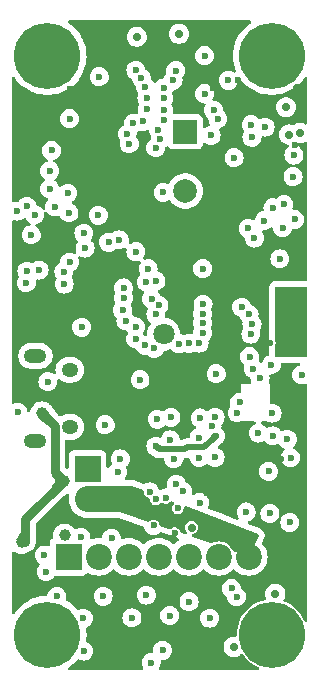
<source format=gbr>
%TF.GenerationSoftware,KiCad,Pcbnew,8.0.0*%
%TF.CreationDate,2024-04-01T12:03:42-07:00*%
%TF.ProjectId,lyrav3r1,6c797261-7633-4723-912e-6b696361645f,rev?*%
%TF.SameCoordinates,Original*%
%TF.FileFunction,Copper,L2,Inr*%
%TF.FilePolarity,Positive*%
%FSLAX46Y46*%
G04 Gerber Fmt 4.6, Leading zero omitted, Abs format (unit mm)*
G04 Created by KiCad (PCBNEW 8.0.0) date 2024-04-01 12:03:42*
%MOMM*%
%LPD*%
G01*
G04 APERTURE LIST*
%TA.AperFunction,ComponentPad*%
%ADD10C,5.600000*%
%TD*%
%TA.AperFunction,ComponentPad*%
%ADD11R,2.000000X2.000000*%
%TD*%
%TA.AperFunction,ComponentPad*%
%ADD12C,2.000000*%
%TD*%
%TA.AperFunction,ComponentPad*%
%ADD13R,2.200000X2.200000*%
%TD*%
%TA.AperFunction,ComponentPad*%
%ADD14C,2.200000*%
%TD*%
%TA.AperFunction,ComponentPad*%
%ADD15C,1.800000*%
%TD*%
%TA.AperFunction,ComponentPad*%
%ADD16O,1.400000X1.200000*%
%TD*%
%TA.AperFunction,ComponentPad*%
%ADD17O,1.900000X1.200000*%
%TD*%
%TA.AperFunction,ViaPad*%
%ADD18C,0.600000*%
%TD*%
%TA.AperFunction,ViaPad*%
%ADD19C,0.700000*%
%TD*%
%TA.AperFunction,ViaPad*%
%ADD20C,1.000000*%
%TD*%
%TA.AperFunction,Conductor*%
%ADD21C,0.500000*%
%TD*%
%TA.AperFunction,Conductor*%
%ADD22C,0.750000*%
%TD*%
G04 APERTURE END LIST*
D10*
%TO.N,GND*%
%TO.C,H3*%
X3000000Y3000000D03*
%TD*%
D11*
%TO.N,/BUZZER*%
%TO.C,BZ1*%
X14672400Y45579000D03*
D12*
%TO.N,GND*%
X14672400Y40579000D03*
%TD*%
D13*
%TO.N,+BATT*%
%TO.C,J8*%
X4791800Y9601800D03*
D14*
%TO.N,/P4-*%
X7331800Y9601800D03*
%TO.N,/P3-*%
X9871800Y9601800D03*
%TO.N,/P2-*%
X12411800Y9601800D03*
%TO.N,/P1-*%
X14951800Y9601800D03*
%TO.N,GND*%
X17491800Y9601800D03*
%TO.N,/BATT RAW*%
X20031800Y9601800D03*
%TD*%
D15*
%TO.N,/ANT IN*%
%TO.C,AE1*%
X12843600Y28439000D03*
%TD*%
D10*
%TO.N,GND*%
%TO.C,H1*%
X3000000Y52000000D03*
%TD*%
%TO.N,GND*%
%TO.C,H2*%
X22000000Y52000000D03*
%TD*%
%TO.N,GND*%
%TO.C,H4*%
X22000000Y3000000D03*
%TD*%
D13*
%TO.N,/BATT POSTSW*%
%TO.C,J2*%
X6392000Y17044000D03*
D14*
%TO.N,/BATT RAW*%
X6392000Y14504000D03*
%TD*%
D16*
%TO.N,unconnected-(J7-Shield-Pad6)*%
%TO.C,J7*%
X4879700Y25433000D03*
%TO.N,N/C*%
X4879700Y20593000D03*
D17*
X1979700Y19413000D03*
X1979700Y26613000D03*
%TD*%
D18*
%TO.N,GND*%
X9922600Y44577600D03*
D19*
X10557600Y53620000D03*
D18*
X11827600Y31420400D03*
X10252800Y46279400D03*
X9744800Y45365000D03*
X17288600Y25095800D03*
X23579348Y17992888D03*
X13631000Y49937000D03*
X12030800Y27229400D03*
X11980000Y12243400D03*
X11776800Y635700D03*
X9440000Y31496600D03*
X12437200Y30887000D03*
X5900000Y29025000D03*
X16171000Y30988600D03*
X15879457Y14185415D03*
X16145600Y30175800D03*
X12872800Y49302000D03*
X21718968Y16825193D03*
X12157800Y44222000D03*
X10456000Y29058200D03*
X22024800Y21757400D03*
X8424000Y11176600D03*
X23791000Y41783600D03*
X11091000Y46457200D03*
X12183200Y32969800D03*
X15840800Y27686600D03*
X11375774Y32862826D03*
X17421299Y46674872D03*
X12538800Y44933200D03*
X23867200Y43615000D03*
X9643200Y29566200D03*
X20842000Y20066600D03*
X20108000Y26543600D03*
X13453200Y21387400D03*
X18797600Y43383800D03*
X13350600Y4622400D03*
X24517200Y24995105D03*
X11268800Y27483400D03*
X11294200Y49403600D03*
X10483820Y35431180D03*
X3033199Y24421783D03*
X4868000Y34544600D03*
X19065198Y21793800D03*
X16145600Y28550200D03*
X12843600Y48438400D03*
X16145600Y29363000D03*
X11446600Y47498600D03*
X9440000Y32360200D03*
X15933573Y21345428D03*
X10151200Y4420200D03*
X12843600Y47447800D03*
X10456000Y28042200D03*
X15824574Y19683236D03*
X12843600Y46584200D03*
X9372400Y30491154D03*
D19*
X14139000Y53874000D03*
D18*
X14977200Y27661200D03*
X22902000Y37440200D03*
X7900000Y20775000D03*
D19*
X23460800Y45346000D03*
D18*
X7385200Y50241800D03*
X4868000Y46685800D03*
X10938600Y50140200D03*
X16728800Y4393800D03*
X12183200Y30125000D03*
X11421200Y48438400D03*
X23918000Y38151400D03*
X6028400Y4386000D03*
X10862400Y24587800D03*
X1633379Y36853836D03*
X20260400Y46177800D03*
D20*
X4461600Y11401802D03*
D18*
X9166463Y17882200D03*
X13407020Y19491472D03*
X13859600Y50749800D03*
X10481400Y50800600D03*
X18319600Y49937000D03*
X14164400Y27635800D03*
X1261200Y39266200D03*
X12386400Y45720600D03*
%TO.N,+3V3*%
X10717300Y17773300D03*
X24597839Y21590600D03*
X19169603Y49937000D03*
X23918000Y40573802D03*
D19*
X24502200Y23444800D03*
D18*
X22735866Y17887803D03*
X6429700Y27483362D03*
X1250800Y29515400D03*
X23765600Y10465400D03*
X23926349Y44428670D03*
X22095400Y18688800D03*
X16501200Y14986600D03*
X21808400Y27686287D03*
X13758000Y11598200D03*
X9166187Y20510086D03*
X19343511Y20529512D03*
D19*
X21987600Y47577400D03*
X24133083Y49274182D03*
D18*
X11838400Y16350450D03*
X11878404Y24587800D03*
X15488401Y24909592D03*
X20683377Y14892191D03*
X4868000Y49175000D03*
X18726521Y45044448D03*
X17000000Y49314100D03*
%TO.N,+1V1*%
X12176816Y18944492D03*
X17239640Y19832480D03*
D20*
%TO.N,VBUS*%
X804000Y10824900D03*
X2531200Y21743000D03*
X4360000Y16002600D03*
D18*
%TO.N,Net-(D2-A)*%
X21835200Y13259400D03*
%TO.N,/P3-*%
X2887847Y8342200D03*
D19*
X15205800Y12065600D03*
D18*
%TO.N,/RUN*%
X23520599Y12506399D03*
%TO.N,/BOOTSEL*%
X6178780Y35723020D03*
%TO.N,/GPS 3v3*%
X22572140Y30836200D03*
D20*
X23816386Y27432600D03*
D18*
%TO.N,/SCL*%
X20412794Y25527612D03*
X19265615Y22657088D03*
X22061380Y19835580D03*
X20000271Y37395379D03*
D19*
X24375200Y45466600D03*
D18*
X17060000Y47397000D03*
X16299050Y48799747D03*
X21424998Y45974600D03*
X21952500Y25842208D03*
%TO.N,/BRKOUT4*%
X1211255Y32796407D03*
X11645200Y15092681D03*
X448400Y38862600D03*
%TO.N,/BRKOUT3*%
X12178863Y14466461D03*
X3344000Y43993400D03*
X1921600Y38557806D03*
%TO.N,/BRKOUT2*%
X3191600Y42266200D03*
X499200Y21844600D03*
X13010970Y14589711D03*
%TO.N,/BRKOUT1*%
X4715600Y40386600D03*
X21359377Y38045379D03*
X3191600Y40742200D03*
X12792800Y40437400D03*
X17190200Y21418783D03*
%TO.N,Net-(IC1-1PPS)*%
X23003600Y39421400D03*
X22674998Y34824000D03*
%TO.N,/P2 EN *%
X18584000Y6909400D03*
X14988600Y5799013D03*
%TO.N,/P3 EN *%
X11370400Y6350600D03*
X14437600Y15139000D03*
%TO.N,/P4 EN *%
X7712800Y6249000D03*
X13904408Y15750112D03*
%TO.N,/BATT SENSE *%
X5833200Y11227400D03*
X13700394Y17891472D03*
X3788521Y6232968D03*
X8932000Y16764600D03*
D19*
%TO.N,/P1 CONT *%
X18761800Y1956400D03*
X22292400Y6452200D03*
D18*
%TO.N,/P3 CONT *%
X14029202Y13706600D03*
X2724844Y9743800D03*
%TO.N,/P2 CONT *%
X19006945Y6222893D03*
X12742000Y1677000D03*
%TO.N,/QSPI_SS*%
X4413007Y32676065D03*
X1250800Y33782600D03*
%TO.N,/P4 CONT *%
X15853590Y17994763D03*
X6061800Y1600800D03*
%TO.N,Net-(D3-K)*%
X19827027Y13388876D03*
%TO.N,/SDA*%
X23305832Y19542095D03*
X20311200Y45111000D03*
X20514400Y36576600D03*
D19*
X23215578Y47645712D03*
D18*
X16856800Y45263400D03*
X21003091Y24715094D03*
X16298000Y52019800D03*
%TO.N,/ANT OFF*%
X11519198Y33996200D03*
X16145600Y33996200D03*
%TO.N,/QSPI_SD1*%
X2288124Y33873276D03*
X4389334Y33747294D03*
%TO.N,/BUZZER*%
X22091451Y39151783D03*
X17191164Y18014336D03*
%TO.N,/SX CS*%
X20317304Y29323144D03*
X4817200Y38720600D03*
%TO.N,/BUSY*%
X16936027Y20660232D03*
X8173380Y36217620D03*
%TO.N,/MISO*%
X7306400Y38507000D03*
X20062661Y30134107D03*
%TO.N,/MOSI*%
X6082187Y36978370D03*
X19438861Y30734600D03*
%TO.N,/SCK*%
X20223691Y28438603D03*
X3599401Y39216799D03*
%TO.N,/SX RST*%
X9084400Y36424200D03*
X12284800Y21235000D03*
%TD*%
D21*
%TO.N,+1V1*%
X12429836Y18691472D02*
X14655101Y18691472D01*
X12176816Y18944492D02*
X12429836Y18691472D01*
X14655101Y18691472D02*
X14849029Y18885400D01*
X14849029Y18885400D02*
X16292560Y18885400D01*
X16292560Y18885400D02*
X17239640Y19832480D01*
D22*
%TO.N,VBUS*%
X4360000Y16002600D02*
X3604700Y16757900D01*
X4360000Y16002600D02*
X1131288Y12773888D01*
X3604700Y16757900D02*
X3604700Y20669500D01*
X1131288Y12773888D02*
X1131288Y10824900D01*
X3604700Y20669500D02*
X2531200Y21743000D01*
%TD*%
%TA.AperFunction,Conductor*%
%TO.N,/BATT RAW*%
G36*
X10172575Y15588033D02*
G01*
X11064124Y15247394D01*
X11119722Y15205079D01*
X11143618Y15139422D01*
X11142605Y15113918D01*
X11139553Y15092686D01*
X11139553Y15092683D01*
X11160034Y14950225D01*
X11199831Y14863084D01*
X11219823Y14819308D01*
X11314072Y14710538D01*
X11435147Y14632728D01*
X11435150Y14632727D01*
X11435149Y14632727D01*
X11581748Y14589682D01*
X11580871Y14586697D01*
X11630405Y14564085D01*
X11668188Y14505312D01*
X11673216Y14470360D01*
X11673216Y14466463D01*
X11693697Y14324005D01*
X11747087Y14207100D01*
X11753486Y14193088D01*
X11847735Y14084318D01*
X11968810Y14006508D01*
X11968813Y14006507D01*
X11968812Y14006507D01*
X12106899Y13965962D01*
X12106901Y13965961D01*
X12106902Y13965961D01*
X12250825Y13965961D01*
X12250825Y13965962D01*
X12388916Y14006508D01*
X12509991Y14084318D01*
X12568978Y14152393D01*
X12627756Y14190168D01*
X12697625Y14190168D01*
X12729730Y14175507D01*
X12800917Y14129758D01*
X12800920Y14129757D01*
X12800919Y14129757D01*
X12939006Y14089212D01*
X12939008Y14089211D01*
X12939009Y14089211D01*
X13082932Y14089211D01*
X13082932Y14089212D01*
X13221023Y14129758D01*
X13342098Y14207568D01*
X13395560Y14269267D01*
X13454335Y14307040D01*
X13524205Y14307040D01*
X13533515Y14303901D01*
X13631787Y14266353D01*
X13687385Y14224039D01*
X13711280Y14158382D01*
X13695885Y14090230D01*
X13681242Y14069319D01*
X13603827Y13979978D01*
X13603824Y13979972D01*
X13544036Y13849057D01*
X13523555Y13706600D01*
X13544036Y13564144D01*
X13603824Y13433229D01*
X13603825Y13433227D01*
X13698074Y13324457D01*
X13819149Y13246647D01*
X13819152Y13246646D01*
X13819151Y13246646D01*
X13957238Y13206101D01*
X13957240Y13206100D01*
X13957241Y13206100D01*
X14101164Y13206100D01*
X14101164Y13206101D01*
X14208323Y13237565D01*
X14239252Y13246646D01*
X14239252Y13246647D01*
X14239255Y13246647D01*
X14360330Y13324457D01*
X14454579Y13433227D01*
X14514367Y13564143D01*
X14534849Y13706600D01*
X14532197Y13725045D01*
X14542141Y13794202D01*
X14587895Y13847006D01*
X14654935Y13866691D01*
X14699191Y13858525D01*
X20798626Y11528080D01*
X20854224Y11485765D01*
X20878120Y11420108D01*
X20867682Y11361886D01*
X20153976Y9756047D01*
X20108760Y9702780D01*
X20041925Y9682414D01*
X20000805Y9688988D01*
X18726602Y10121515D01*
X18669448Y10161704D01*
X18654080Y10186528D01*
X18622368Y10254534D01*
X18491847Y10440939D01*
X18491845Y10440942D01*
X18330941Y10601846D01*
X18144534Y10732368D01*
X18144532Y10732369D01*
X17938297Y10828539D01*
X17938288Y10828542D01*
X17718497Y10887434D01*
X17718493Y10887435D01*
X17718492Y10887435D01*
X17718491Y10887436D01*
X17718486Y10887436D01*
X17491802Y10907268D01*
X17491798Y10907268D01*
X17265113Y10887436D01*
X17265102Y10887434D01*
X17045311Y10828542D01*
X17045297Y10828537D01*
X16921255Y10770695D01*
X16852178Y10760203D01*
X16828997Y10765657D01*
X15298221Y11285278D01*
X15241069Y11325465D01*
X15214715Y11390174D01*
X15227529Y11458859D01*
X15275443Y11509712D01*
X15321894Y11525635D01*
X15349509Y11529270D01*
X15483425Y11584739D01*
X15598421Y11672979D01*
X15686661Y11787975D01*
X15742130Y11921891D01*
X15761050Y12065600D01*
X15742130Y12209309D01*
X15686661Y12343225D01*
X15598421Y12458221D01*
X15483425Y12546461D01*
X15483424Y12546462D01*
X15483422Y12546463D01*
X15349512Y12601929D01*
X15349510Y12601930D01*
X15349509Y12601930D01*
X15277654Y12611390D01*
X15205801Y12620850D01*
X15205799Y12620850D01*
X15062091Y12601930D01*
X15062087Y12601929D01*
X14928177Y12546463D01*
X14813179Y12458221D01*
X14724937Y12343223D01*
X14669471Y12209313D01*
X14669470Y12209309D01*
X14650550Y12065601D01*
X14650550Y12065600D01*
X14669470Y11921892D01*
X14669471Y11921888D01*
X14724938Y11787977D01*
X14724939Y11787974D01*
X14795773Y11695663D01*
X14820968Y11630494D01*
X14806930Y11562049D01*
X14758116Y11512059D01*
X14690025Y11496395D01*
X14657540Y11502757D01*
X14329914Y11613970D01*
X14272759Y11654158D01*
X14247034Y11713745D01*
X14243166Y11740651D01*
X14243165Y11740652D01*
X14243165Y11740657D01*
X14221555Y11787975D01*
X14183379Y11871570D01*
X14183376Y11871574D01*
X14139779Y11921888D01*
X14089128Y11980343D01*
X13968053Y12058153D01*
X13968051Y12058154D01*
X13968049Y12058155D01*
X13968050Y12058155D01*
X13829963Y12098700D01*
X13829961Y12098700D01*
X13686039Y12098700D01*
X13686036Y12098700D01*
X13547949Y12058155D01*
X13419411Y11975548D01*
X13417886Y11977921D01*
X13367390Y11954879D01*
X13309926Y11960203D01*
X12558209Y12215373D01*
X12501057Y12255561D01*
X12475331Y12315144D01*
X12465165Y12385857D01*
X12405377Y12516773D01*
X12311128Y12625543D01*
X12190053Y12703353D01*
X12190051Y12703354D01*
X12190049Y12703355D01*
X12190050Y12703355D01*
X12051963Y12743900D01*
X12051961Y12743900D01*
X11908039Y12743900D01*
X11908036Y12743900D01*
X11769949Y12703355D01*
X11648872Y12625544D01*
X11648869Y12625541D01*
X11635521Y12610136D01*
X11576742Y12572362D01*
X11506873Y12572363D01*
X11501951Y12573920D01*
X9639578Y13206101D01*
X9033600Y13411800D01*
X9033599Y13411800D01*
X6414400Y13411800D01*
X6347361Y13431485D01*
X6301606Y13484289D01*
X6290400Y13535800D01*
X6290400Y15472200D01*
X6310085Y15539239D01*
X6362889Y15584994D01*
X6414400Y15596200D01*
X10128318Y15596200D01*
X10172575Y15588033D01*
G37*
%TD.AperFunction*%
%TD*%
%TA.AperFunction,Conductor*%
%TO.N,VBUS*%
G36*
X4014744Y16347765D02*
G01*
X4015812Y16346825D01*
X4360707Y16003307D01*
X4704219Y15658418D01*
X4707629Y15650139D01*
X4704186Y15641872D01*
X4703112Y15640927D01*
X3926211Y15036671D01*
X3917577Y15034296D01*
X3910755Y15037633D01*
X3395032Y15553356D01*
X3391605Y15561629D01*
X3394070Y15568812D01*
X3998327Y16345715D01*
X4006110Y16350140D01*
X4014744Y16347765D01*
G37*
%TD.AperFunction*%
%TD*%
%TA.AperFunction,Conductor*%
%TO.N,VBUS*%
G36*
X3926211Y16968530D02*
G01*
X4484041Y16534663D01*
X4599911Y16444541D01*
X4703112Y16364274D01*
X4707539Y16356490D01*
X4705164Y16347856D01*
X4704219Y16346782D01*
X4360740Y16001926D01*
X4360707Y16001893D01*
X4015818Y15658381D01*
X4007538Y15654971D01*
X3999271Y15658414D01*
X3998326Y15659488D01*
X3394070Y16436389D01*
X3391695Y16445023D01*
X3395031Y16451844D01*
X3910756Y16967569D01*
X3919028Y16970995D01*
X3926211Y16968530D01*
G37*
%TD.AperFunction*%
%TD*%
%TA.AperFunction,Conductor*%
%TO.N,/GPS 3v3*%
G36*
X24943039Y32442115D02*
G01*
X24988794Y32389311D01*
X25000000Y32337800D01*
X25000000Y26642200D01*
X24980315Y26575161D01*
X24927511Y26529406D01*
X24876000Y26518200D01*
X22391000Y26518200D01*
X22323961Y26537885D01*
X22278206Y26590689D01*
X22267000Y26642200D01*
X22267000Y27458688D01*
X22278205Y27510197D01*
X22293565Y27543830D01*
X22314047Y27686287D01*
X22293565Y27828744D01*
X22278206Y27862376D01*
X22267000Y27913888D01*
X22267000Y32337800D01*
X22286685Y32404839D01*
X22339489Y32450594D01*
X22391000Y32461800D01*
X24876000Y32461800D01*
X24943039Y32442115D01*
G37*
%TD.AperFunction*%
%TD*%
%TA.AperFunction,Conductor*%
%TO.N,VBUS*%
G36*
X1499918Y11692576D02*
G01*
X1503345Y11684303D01*
X1503057Y11681721D01*
X1268997Y10647074D01*
X1263829Y10639761D01*
X1255003Y10638244D01*
X1253128Y10638838D01*
X804000Y10823900D01*
X804003Y10823909D01*
X803959Y10823917D01*
X354650Y11011000D01*
X348329Y11017344D01*
X348346Y11026298D01*
X349149Y11027876D01*
X752868Y11690392D01*
X760099Y11695673D01*
X762859Y11696003D01*
X1491645Y11696003D01*
X1499918Y11692576D01*
G37*
%TD.AperFunction*%
%TD*%
%TA.AperFunction,Conductor*%
%TO.N,+1V1*%
G36*
X12397058Y19150460D02*
G01*
X12667392Y18944984D01*
X12671905Y18937249D01*
X12672012Y18935669D01*
X12672012Y18458280D01*
X12668585Y18450007D01*
X12660312Y18446580D01*
X12656250Y18447308D01*
X12073374Y18663121D01*
X12066805Y18669207D01*
X12066464Y18678155D01*
X12066613Y18678537D01*
X12174920Y18942311D01*
X12177485Y18946154D01*
X12381727Y19149438D01*
X12390008Y19152844D01*
X12397058Y19150460D01*
G37*
%TD.AperFunction*%
%TD*%
%TA.AperFunction,Conductor*%
%TO.N,+3V3*%
G36*
X20204617Y54980315D02*
G01*
X20250372Y54927511D01*
X20260316Y54858353D01*
X20231291Y54794797D01*
X20201508Y54769752D01*
X20145081Y54735800D01*
X20081317Y54687328D01*
X19860172Y54519219D01*
X19860163Y54519211D01*
X19600331Y54273086D01*
X19368641Y54000320D01*
X19368634Y54000310D01*
X19167790Y53704087D01*
X19167784Y53704078D01*
X19000151Y53387889D01*
X19000142Y53387871D01*
X18867674Y53055400D01*
X18867672Y53055393D01*
X18771932Y52710566D01*
X18771926Y52710540D01*
X18714029Y52357386D01*
X18714028Y52357369D01*
X18694652Y52000003D01*
X18694652Y51999998D01*
X18714028Y51642632D01*
X18714029Y51642615D01*
X18771926Y51289461D01*
X18771932Y51289435D01*
X18867672Y50944608D01*
X18867674Y50944601D01*
X18943065Y50755384D01*
X18949592Y50685820D01*
X18917474Y50623770D01*
X18856908Y50588934D01*
X18787123Y50592374D01*
X18761900Y50604493D01*
X18669123Y50662789D01*
X18498854Y50722369D01*
X18498849Y50722370D01*
X18319604Y50742565D01*
X18319596Y50742565D01*
X18140350Y50722370D01*
X18140345Y50722369D01*
X17970076Y50662789D01*
X17817337Y50566816D01*
X17689784Y50439263D01*
X17593811Y50286524D01*
X17534231Y50116255D01*
X17534230Y50116250D01*
X17514035Y49937004D01*
X17514035Y49936997D01*
X17534230Y49757751D01*
X17534231Y49757746D01*
X17593811Y49587477D01*
X17665970Y49472637D01*
X17689784Y49434738D01*
X17817338Y49307184D01*
X17970078Y49211211D01*
X18140342Y49151633D01*
X18140345Y49151632D01*
X18140350Y49151631D01*
X18319596Y49131435D01*
X18319600Y49131435D01*
X18319604Y49131435D01*
X18498849Y49151631D01*
X18498852Y49151632D01*
X18498855Y49151632D01*
X18669122Y49211211D01*
X18821862Y49307184D01*
X18949416Y49434738D01*
X19045389Y49587478D01*
X19104968Y49757745D01*
X19110209Y49804262D01*
X19125165Y49936997D01*
X19125165Y49937000D01*
X19124462Y49943237D01*
X19136515Y50012057D01*
X19183862Y50063438D01*
X19251472Y50081064D01*
X19317878Y50059340D01*
X19350315Y50026709D01*
X19368633Y49999691D01*
X19368641Y49999681D01*
X19546170Y49790678D01*
X19600332Y49726914D01*
X19860163Y49480789D01*
X20145081Y49264200D01*
X20451747Y49079685D01*
X20451749Y49079684D01*
X20451751Y49079683D01*
X20451755Y49079681D01*
X20726693Y48952482D01*
X20776565Y48929409D01*
X21115726Y48815132D01*
X21465254Y48738195D01*
X21821052Y48699500D01*
X21821058Y48699500D01*
X22178942Y48699500D01*
X22178948Y48699500D01*
X22534746Y48738195D01*
X22884274Y48815132D01*
X23223435Y48929409D01*
X23548253Y49079685D01*
X23854919Y49264200D01*
X24139837Y49480789D01*
X24399668Y49726914D01*
X24631365Y49999689D01*
X24773369Y50209130D01*
X24827281Y50253568D01*
X24896663Y50261806D01*
X24959485Y50231226D01*
X24995801Y50171535D01*
X25000000Y50139540D01*
X25000000Y46307297D01*
X24980315Y46240258D01*
X24927511Y46194503D01*
X24858353Y46184559D01*
X24808829Y46204659D01*
X24808426Y46203960D01*
X24803397Y46206864D01*
X24803119Y46206976D01*
X24802799Y46207209D01*
X24802797Y46207210D01*
X24802793Y46207212D01*
X24639467Y46279929D01*
X24639465Y46279930D01*
X24510711Y46307297D01*
X24464591Y46317100D01*
X24285809Y46317100D01*
X24255154Y46310585D01*
X24110933Y46279930D01*
X24110928Y46279928D01*
X23947608Y46207212D01*
X23947604Y46207210D01*
X23880104Y46158169D01*
X23814298Y46134690D01*
X23756787Y46145207D01*
X23725065Y46159330D01*
X23597394Y46186467D01*
X23550191Y46196500D01*
X23371409Y46196500D01*
X23340754Y46189985D01*
X23196533Y46159330D01*
X23196528Y46159328D01*
X23033208Y46086613D01*
X22888568Y45981525D01*
X22768940Y45848664D01*
X22679550Y45693836D01*
X22679547Y45693830D01*
X22624304Y45523808D01*
X22624303Y45523806D01*
X22605615Y45346000D01*
X22624303Y45168195D01*
X22624304Y45168193D01*
X22679547Y44998171D01*
X22679550Y44998165D01*
X22768941Y44843335D01*
X22779981Y44831074D01*
X22888564Y44710479D01*
X22888567Y44710477D01*
X22888570Y44710474D01*
X23033207Y44605388D01*
X23196533Y44532671D01*
X23365559Y44496744D01*
X23427040Y44463552D01*
X23460816Y44402389D01*
X23456164Y44332674D01*
X23414559Y44276542D01*
X23405751Y44270461D01*
X23364936Y44244815D01*
X23237384Y44117263D01*
X23141411Y43964524D01*
X23081831Y43794255D01*
X23081830Y43794250D01*
X23061635Y43615004D01*
X23061635Y43614997D01*
X23081830Y43435751D01*
X23081831Y43435746D01*
X23141411Y43265477D01*
X23190197Y43187835D01*
X23237384Y43112738D01*
X23364938Y42985184D01*
X23517678Y42889211D01*
X23687945Y42829632D01*
X23687950Y42829631D01*
X23712960Y42826813D01*
X23777375Y42799747D01*
X23816930Y42742153D01*
X23819069Y42672316D01*
X23783111Y42612409D01*
X23720473Y42581453D01*
X23712962Y42580373D01*
X23611749Y42568970D01*
X23611745Y42568969D01*
X23441476Y42509389D01*
X23288737Y42413416D01*
X23161184Y42285863D01*
X23065211Y42133124D01*
X23005631Y41962855D01*
X23005630Y41962850D01*
X22985435Y41783604D01*
X22985435Y41783597D01*
X23005630Y41604351D01*
X23005631Y41604346D01*
X23065211Y41434077D01*
X23104206Y41372018D01*
X23161184Y41281338D01*
X23288738Y41153784D01*
X23354618Y41112389D01*
X23425451Y41067881D01*
X23441478Y41057811D01*
X23559778Y41016416D01*
X23611745Y40998232D01*
X23611750Y40998231D01*
X23790996Y40978035D01*
X23791000Y40978035D01*
X23791004Y40978035D01*
X23970249Y40998231D01*
X23970252Y40998232D01*
X23970255Y40998232D01*
X24140522Y41057811D01*
X24293262Y41153784D01*
X24420816Y41281338D01*
X24516789Y41434078D01*
X24576368Y41604345D01*
X24576369Y41604351D01*
X24596565Y41783597D01*
X24596565Y41783604D01*
X24576369Y41962850D01*
X24576368Y41962855D01*
X24532947Y42086945D01*
X24516789Y42133122D01*
X24420816Y42285862D01*
X24293262Y42413416D01*
X24140523Y42509389D01*
X23970253Y42568969D01*
X23945235Y42571788D01*
X23880822Y42598856D01*
X23841268Y42656451D01*
X23839131Y42726288D01*
X23875091Y42786194D01*
X23937729Y42817149D01*
X23945232Y42818228D01*
X23983657Y42822557D01*
X24046449Y42829631D01*
X24046452Y42829632D01*
X24046455Y42829632D01*
X24216722Y42889211D01*
X24369462Y42985184D01*
X24497016Y43112738D01*
X24592989Y43265478D01*
X24652568Y43435745D01*
X24652668Y43436632D01*
X24672765Y43614997D01*
X24672765Y43615004D01*
X24652569Y43794250D01*
X24652568Y43794255D01*
X24625197Y43872477D01*
X24592989Y43964522D01*
X24497016Y44117262D01*
X24369462Y44244816D01*
X24357375Y44252411D01*
X24216723Y44340789D01*
X24052236Y44398345D01*
X24046455Y44400368D01*
X24046454Y44400369D01*
X24046452Y44400369D01*
X23982758Y44407546D01*
X23918345Y44434613D01*
X23878790Y44492208D01*
X23876653Y44562045D01*
X23912612Y44621951D01*
X23923736Y44631068D01*
X23955896Y44654433D01*
X24021698Y44677912D01*
X24079214Y44667394D01*
X24110933Y44653271D01*
X24285809Y44616100D01*
X24285810Y44616100D01*
X24464589Y44616100D01*
X24464591Y44616100D01*
X24639467Y44653271D01*
X24802793Y44725988D01*
X24803109Y44726218D01*
X24803323Y44726295D01*
X24808426Y44729240D01*
X24808964Y44728308D01*
X24868912Y44749701D01*
X24936967Y44733881D01*
X24985665Y44683779D01*
X25000000Y44625904D01*
X25000000Y33091300D01*
X24980315Y33024261D01*
X24927511Y32978506D01*
X24876000Y32967300D01*
X22391000Y32967300D01*
X22390991Y32967300D01*
X22390990Y32967299D01*
X22283549Y32955748D01*
X22283537Y32955746D01*
X22232027Y32944540D01*
X22129502Y32910417D01*
X22129496Y32910414D01*
X22008462Y32832629D01*
X22008451Y32832621D01*
X21955659Y32786877D01*
X21861433Y32678136D01*
X21861430Y32678132D01*
X21801664Y32547266D01*
X21781976Y32480218D01*
X21761500Y32337799D01*
X21761500Y27913880D01*
X21773052Y27806438D01*
X21773054Y27806428D01*
X21784259Y27754921D01*
X21784262Y27754909D01*
X21794069Y27725444D01*
X21796562Y27655619D01*
X21794069Y27647130D01*
X21784257Y27617649D01*
X21773052Y27566140D01*
X21761500Y27458689D01*
X21761500Y26711449D01*
X21741815Y26644410D01*
X21689011Y26598655D01*
X21678455Y26594408D01*
X21602979Y26567998D01*
X21602975Y26567996D01*
X21450237Y26472024D01*
X21322684Y26344471D01*
X21226709Y26191728D01*
X21202212Y26121720D01*
X21161490Y26064944D01*
X21096538Y26039197D01*
X21027976Y26052654D01*
X20997490Y26074994D01*
X20915054Y26157430D01*
X20910273Y26161243D01*
X20870136Y26218434D01*
X20867291Y26288245D01*
X20870545Y26299124D01*
X20893368Y26364345D01*
X20900071Y26423835D01*
X20913565Y26543597D01*
X20913565Y26543604D01*
X20893369Y26722850D01*
X20893368Y26722855D01*
X20847624Y26853584D01*
X20833789Y26893122D01*
X20809253Y26932170D01*
X20791257Y26960811D01*
X20737816Y27045862D01*
X20610262Y27173416D01*
X20570432Y27198443D01*
X20457523Y27269389D01*
X20287254Y27328969D01*
X20287249Y27328970D01*
X20108004Y27349165D01*
X20107996Y27349165D01*
X19928750Y27328970D01*
X19928745Y27328969D01*
X19758476Y27269389D01*
X19605737Y27173416D01*
X19478184Y27045863D01*
X19382211Y26893124D01*
X19322631Y26722855D01*
X19322630Y26722850D01*
X19302435Y26543604D01*
X19302435Y26543597D01*
X19322630Y26364351D01*
X19322631Y26364346D01*
X19382211Y26194077D01*
X19478184Y26041338D01*
X19605739Y25913783D01*
X19610516Y25909973D01*
X19650655Y25852783D01*
X19653502Y25782972D01*
X19650242Y25772076D01*
X19627425Y25706867D01*
X19627425Y25706866D01*
X19607229Y25527616D01*
X19607229Y25527609D01*
X19627424Y25348363D01*
X19627425Y25348358D01*
X19687005Y25178089D01*
X19773667Y25040168D01*
X19782978Y25025350D01*
X19910532Y24897796D01*
X20040939Y24815856D01*
X20063272Y24801823D01*
X20119320Y24782211D01*
X20176096Y24741489D01*
X20201586Y24679053D01*
X20217721Y24535844D01*
X20217724Y24535832D01*
X20257362Y24422555D01*
X20260924Y24352776D01*
X20226196Y24292149D01*
X20164202Y24259921D01*
X20140321Y24257600D01*
X19371400Y24257600D01*
X19376722Y23586970D01*
X19357570Y23519776D01*
X19305131Y23473604D01*
X19266610Y23462766D01*
X19086364Y23442458D01*
X19086360Y23442457D01*
X18916091Y23382877D01*
X18763352Y23286904D01*
X18635799Y23159351D01*
X18539826Y23006612D01*
X18480246Y22836343D01*
X18480245Y22836338D01*
X18460050Y22657092D01*
X18460050Y22657085D01*
X18480246Y22477836D01*
X18490001Y22449957D01*
X18493562Y22380178D01*
X18460642Y22321323D01*
X18435383Y22296064D01*
X18339409Y22143324D01*
X18279829Y21973055D01*
X18279828Y21973050D01*
X18259633Y21793804D01*
X18259633Y21793797D01*
X18279828Y21614551D01*
X18279829Y21614546D01*
X18339409Y21444277D01*
X18423827Y21309928D01*
X18435382Y21291538D01*
X18562936Y21163984D01*
X18650096Y21109218D01*
X18713686Y21069261D01*
X18715676Y21068011D01*
X18865901Y21015445D01*
X18885943Y21008432D01*
X18885948Y21008431D01*
X19065194Y20988235D01*
X19065198Y20988235D01*
X19065202Y20988235D01*
X19244444Y21008431D01*
X19244443Y21008431D01*
X19244453Y21008432D01*
X19363939Y21050242D01*
X19404893Y21057200D01*
X20519451Y21057200D01*
X20586490Y21037515D01*
X20632245Y20984711D01*
X20642189Y20915553D01*
X20613164Y20851997D01*
X20560406Y20816158D01*
X20492476Y20792389D01*
X20339737Y20696416D01*
X20212184Y20568863D01*
X20116211Y20416124D01*
X20056631Y20245855D01*
X20056630Y20245850D01*
X20036435Y20066604D01*
X20036435Y20066597D01*
X20056630Y19887351D01*
X20056631Y19887346D01*
X20116211Y19717077D01*
X20205919Y19574308D01*
X20212184Y19564338D01*
X20339738Y19436784D01*
X20398512Y19399854D01*
X20457409Y19362846D01*
X20492478Y19340811D01*
X20626216Y19294014D01*
X20662745Y19281232D01*
X20662750Y19281231D01*
X20841996Y19261035D01*
X20842000Y19261035D01*
X20842004Y19261035D01*
X21021249Y19281231D01*
X21021252Y19281232D01*
X21021255Y19281232D01*
X21191522Y19340811D01*
X21255250Y19380855D01*
X21322483Y19399854D01*
X21389318Y19379487D01*
X21426214Y19341832D01*
X21431564Y19333318D01*
X21559118Y19205764D01*
X21711858Y19109791D01*
X21882125Y19050212D01*
X21882130Y19050211D01*
X22061376Y19030015D01*
X22061380Y19030015D01*
X22061384Y19030015D01*
X22240629Y19050211D01*
X22240632Y19050212D01*
X22240635Y19050212D01*
X22410902Y19109791D01*
X22464464Y19143447D01*
X22531699Y19162447D01*
X22598535Y19142080D01*
X22635429Y19104425D01*
X22676011Y19039839D01*
X22676014Y19039836D01*
X22676016Y19039833D01*
X22803570Y18912279D01*
X22956310Y18816306D01*
X23002925Y18799995D01*
X23059701Y18759274D01*
X23085450Y18694322D01*
X23071995Y18625760D01*
X23049654Y18595272D01*
X22949531Y18495149D01*
X22853559Y18342412D01*
X22793979Y18172143D01*
X22793978Y18172138D01*
X22773783Y17992892D01*
X22773783Y17992885D01*
X22793978Y17813639D01*
X22793979Y17813634D01*
X22853559Y17643365D01*
X22936055Y17512074D01*
X22949532Y17490626D01*
X23077086Y17363072D01*
X23229826Y17267099D01*
X23338798Y17228968D01*
X23400093Y17207520D01*
X23400098Y17207519D01*
X23579344Y17187323D01*
X23579348Y17187323D01*
X23579352Y17187323D01*
X23758597Y17207519D01*
X23758600Y17207520D01*
X23758603Y17207520D01*
X23928870Y17267099D01*
X24081610Y17363072D01*
X24209164Y17490626D01*
X24305137Y17643366D01*
X24364716Y17813633D01*
X24364717Y17813639D01*
X24384913Y17992885D01*
X24384913Y17992892D01*
X24364717Y18172138D01*
X24364716Y18172143D01*
X24357813Y18191871D01*
X24305137Y18342410D01*
X24277536Y18386336D01*
X24223855Y18471769D01*
X24209164Y18495150D01*
X24081610Y18622704D01*
X24047476Y18644152D01*
X23928869Y18718678D01*
X23882253Y18734989D01*
X23825477Y18775711D01*
X23799729Y18840663D01*
X23813185Y18909225D01*
X23835520Y18939706D01*
X23935648Y19039833D01*
X24031621Y19192573D01*
X24091200Y19362840D01*
X24093250Y19381034D01*
X24111397Y19542092D01*
X24111397Y19542099D01*
X24091201Y19721345D01*
X24091200Y19721350D01*
X24052314Y19832480D01*
X24031621Y19891617D01*
X23935648Y20044357D01*
X23808094Y20171911D01*
X23787101Y20185102D01*
X23655355Y20267884D01*
X23485086Y20327464D01*
X23485081Y20327465D01*
X23305836Y20347660D01*
X23305828Y20347660D01*
X23126582Y20327465D01*
X23126577Y20327464D01*
X22956306Y20267883D01*
X22902746Y20234229D01*
X22835509Y20215229D01*
X22768674Y20235597D01*
X22731781Y20273251D01*
X22729526Y20276840D01*
X22691196Y20337842D01*
X22563642Y20465396D01*
X22526393Y20488801D01*
X22410903Y20561369D01*
X22240634Y20620949D01*
X22240629Y20620950D01*
X22061384Y20641145D01*
X22061376Y20641145D01*
X21882130Y20620950D01*
X21882125Y20620949D01*
X21711856Y20561369D01*
X21648131Y20521327D01*
X21580894Y20502327D01*
X21514059Y20522695D01*
X21477166Y20560348D01*
X21471817Y20568860D01*
X21471815Y20568863D01*
X21344262Y20696416D01*
X21191523Y20792389D01*
X21123594Y20816158D01*
X21066818Y20856880D01*
X21041071Y20921833D01*
X21054527Y20990394D01*
X21102914Y21040797D01*
X21164549Y21057200D01*
X21598829Y21057200D01*
X21664799Y21038195D01*
X21670749Y21034457D01*
X21675276Y21031612D01*
X21675280Y21031610D01*
X21845537Y20972034D01*
X21845543Y20972033D01*
X21845545Y20972032D01*
X21845546Y20972032D01*
X21845550Y20972031D01*
X22024796Y20951835D01*
X22024800Y20951835D01*
X22024804Y20951835D01*
X22204049Y20972031D01*
X22204052Y20972032D01*
X22204055Y20972032D01*
X22374322Y21031611D01*
X22527062Y21127584D01*
X22654616Y21255138D01*
X22750589Y21407878D01*
X22810168Y21578145D01*
X22812409Y21598033D01*
X22830365Y21757397D01*
X22830365Y21757404D01*
X22810169Y21936650D01*
X22810168Y21936655D01*
X22797431Y21973055D01*
X22750589Y22106922D01*
X22737516Y22127727D01*
X22709214Y22172770D01*
X22654616Y22259662D01*
X22527062Y22387216D01*
X22473120Y22421110D01*
X22374323Y22483189D01*
X22204054Y22542769D01*
X22204049Y22542770D01*
X22024804Y22562965D01*
X22024796Y22562965D01*
X21947683Y22554277D01*
X21878861Y22566332D01*
X21827482Y22613681D01*
X21809800Y22677497D01*
X21809800Y24257600D01*
X21776961Y24290439D01*
X21743476Y24351762D01*
X21747600Y24419074D01*
X21788459Y24535839D01*
X21788460Y24535845D01*
X21808656Y24715091D01*
X21808656Y24715098D01*
X21787680Y24901269D01*
X21790459Y24901583D01*
X21793945Y24958700D01*
X21835229Y25015068D01*
X21900434Y25040168D01*
X21924453Y25039804D01*
X21952500Y25036643D01*
X21952504Y25036643D01*
X22131749Y25056839D01*
X22131752Y25056840D01*
X22131755Y25056840D01*
X22302022Y25116419D01*
X22454762Y25212392D01*
X22582316Y25339946D01*
X22678289Y25492686D01*
X22737868Y25662953D01*
X22737869Y25662959D01*
X22758065Y25842205D01*
X22758065Y25842211D01*
X22754391Y25874816D01*
X22766445Y25943638D01*
X22813794Y25995017D01*
X22877611Y26012700D01*
X24271798Y26012700D01*
X24338837Y25993015D01*
X24384592Y25940211D01*
X24394536Y25871053D01*
X24365511Y25807497D01*
X24312753Y25771658D01*
X24167677Y25720894D01*
X24014937Y25624921D01*
X23887384Y25497368D01*
X23791411Y25344629D01*
X23731831Y25174360D01*
X23731830Y25174355D01*
X23711635Y24995109D01*
X23711635Y24995102D01*
X23731830Y24815856D01*
X23731831Y24815851D01*
X23791411Y24645582D01*
X23860368Y24535839D01*
X23887384Y24492843D01*
X24014938Y24365289D01*
X24102242Y24310432D01*
X24134385Y24290235D01*
X24167678Y24269316D01*
X24337939Y24209739D01*
X24337945Y24209737D01*
X24337950Y24209736D01*
X24517196Y24189540D01*
X24517200Y24189540D01*
X24517204Y24189540D01*
X24696449Y24209736D01*
X24696451Y24209737D01*
X24696455Y24209737D01*
X24696458Y24209739D01*
X24696462Y24209739D01*
X24835045Y24258231D01*
X24904824Y24261793D01*
X24965451Y24227065D01*
X24997679Y24165071D01*
X25000000Y24141190D01*
X25000000Y4170751D01*
X24980315Y4103712D01*
X24927511Y4057957D01*
X24858353Y4048013D01*
X24794797Y4077038D01*
X24762141Y4121637D01*
X24725429Y4206745D01*
X24667986Y4339913D01*
X24494391Y4640587D01*
X24423715Y4735522D01*
X24287068Y4919072D01*
X24287063Y4919078D01*
X24160212Y5053531D01*
X24048809Y5171611D01*
X24048802Y5171617D01*
X24048800Y5171619D01*
X23782849Y5394779D01*
X23782841Y5394785D01*
X23492779Y5585562D01*
X23182523Y5741378D01*
X23182522Y5741379D01*
X23058242Y5786614D01*
X23001978Y5828041D01*
X22977043Y5893310D01*
X22991353Y5961698D01*
X22993266Y5965136D01*
X23012839Y5999037D01*
X23073650Y6104365D01*
X23128897Y6274397D01*
X23147585Y6452200D01*
X23128897Y6630003D01*
X23094706Y6735231D01*
X23073652Y6800030D01*
X23073649Y6800036D01*
X22984259Y6954865D01*
X22927109Y7018336D01*
X22864635Y7087722D01*
X22864632Y7087724D01*
X22864631Y7087725D01*
X22864630Y7087726D01*
X22719993Y7192812D01*
X22556667Y7265529D01*
X22556665Y7265530D01*
X22428994Y7292667D01*
X22381791Y7302700D01*
X22203009Y7302700D01*
X22172354Y7296185D01*
X22028133Y7265530D01*
X22028128Y7265528D01*
X21864808Y7192813D01*
X21720168Y7087725D01*
X21600540Y6954864D01*
X21511150Y6800036D01*
X21511147Y6800030D01*
X21455904Y6630008D01*
X21455903Y6630006D01*
X21437215Y6452200D01*
X21455903Y6274395D01*
X21455904Y6274393D01*
X21511150Y6104363D01*
X21513620Y6098816D01*
X21522905Y6029566D01*
X21493277Y5966290D01*
X21434143Y5929076D01*
X21428938Y5927722D01*
X21143734Y5860128D01*
X20817477Y5741379D01*
X20817476Y5741378D01*
X20507220Y5585562D01*
X20217158Y5394785D01*
X20217150Y5394779D01*
X19951199Y5171619D01*
X19951189Y5171609D01*
X19712936Y4919078D01*
X19712931Y4919072D01*
X19505609Y4640589D01*
X19332016Y4339918D01*
X19332010Y4339905D01*
X19194499Y4021119D01*
X19094924Y3688512D01*
X19094921Y3688498D01*
X19034637Y3346613D01*
X19034636Y3346602D01*
X19014449Y3000004D01*
X19014449Y2999994D01*
X19018429Y2931643D01*
X19002675Y2863573D01*
X18952620Y2814826D01*
X18884157Y2800879D01*
X18868865Y2803144D01*
X18851191Y2806900D01*
X18672409Y2806900D01*
X18644082Y2800879D01*
X18497533Y2769730D01*
X18497528Y2769728D01*
X18334208Y2697013D01*
X18189568Y2591925D01*
X18069940Y2459064D01*
X17980550Y2304236D01*
X17980547Y2304230D01*
X17925304Y2134208D01*
X17925303Y2134206D01*
X17906615Y1956400D01*
X17925303Y1778595D01*
X17925304Y1778593D01*
X17980547Y1608571D01*
X17980550Y1608565D01*
X18069941Y1453735D01*
X18084626Y1437426D01*
X18189564Y1320879D01*
X18189567Y1320877D01*
X18189570Y1320874D01*
X18334207Y1215788D01*
X18497533Y1143071D01*
X18672409Y1105900D01*
X18672410Y1105900D01*
X18851189Y1105900D01*
X18851191Y1105900D01*
X19026067Y1143071D01*
X19189393Y1215788D01*
X19334030Y1320874D01*
X19342404Y1330175D01*
X19401889Y1366824D01*
X19471746Y1365495D01*
X19529795Y1326610D01*
X19534018Y1321252D01*
X19712931Y1080929D01*
X19712936Y1080923D01*
X19789577Y999689D01*
X19951191Y828389D01*
X19951197Y828384D01*
X19951199Y828382D01*
X20217150Y605222D01*
X20217158Y605216D01*
X20507220Y414439D01*
X20817476Y258623D01*
X20817477Y258622D01*
X20817480Y258621D01*
X20817484Y258619D01*
X20867205Y240522D01*
X20923469Y199095D01*
X20948404Y133827D01*
X20934094Y65438D01*
X20885082Y15642D01*
X20824794Y0D01*
X12547133Y0D01*
X12480094Y19685D01*
X12434339Y72489D01*
X12424395Y141647D01*
X12442139Y189972D01*
X12473901Y240522D01*
X12502589Y286178D01*
X12562168Y456445D01*
X12564911Y480790D01*
X12582365Y635697D01*
X12582365Y635704D01*
X12570820Y738172D01*
X12582875Y806994D01*
X12630224Y858373D01*
X12697834Y875997D01*
X12707906Y875277D01*
X12742000Y871435D01*
X12742000Y871436D01*
X12742001Y871435D01*
X12742004Y871435D01*
X12921249Y891631D01*
X12921252Y891632D01*
X12921255Y891632D01*
X13091522Y951211D01*
X13244262Y1047184D01*
X13371816Y1174738D01*
X13467789Y1327478D01*
X13527368Y1497745D01*
X13528265Y1505707D01*
X13547565Y1676997D01*
X13547565Y1677004D01*
X13527369Y1856250D01*
X13527368Y1856255D01*
X13496456Y1944597D01*
X13467789Y2026522D01*
X13371816Y2179262D01*
X13244262Y2306816D01*
X13212795Y2326588D01*
X13091523Y2402789D01*
X12921254Y2462369D01*
X12921249Y2462370D01*
X12742004Y2482565D01*
X12741996Y2482565D01*
X12562750Y2462370D01*
X12562745Y2462369D01*
X12392476Y2402789D01*
X12239737Y2306816D01*
X12112184Y2179263D01*
X12016211Y2026524D01*
X11956631Y1856255D01*
X11956630Y1856250D01*
X11936435Y1677004D01*
X11936435Y1676997D01*
X11947980Y1574529D01*
X11935925Y1505707D01*
X11888576Y1454328D01*
X11820966Y1436704D01*
X11810877Y1437426D01*
X11776804Y1441265D01*
X11776796Y1441265D01*
X11597550Y1421070D01*
X11597545Y1421069D01*
X11427276Y1361489D01*
X11274537Y1265516D01*
X11146984Y1137963D01*
X11051011Y985224D01*
X10991431Y814955D01*
X10991430Y814950D01*
X10971235Y635704D01*
X10971235Y635697D01*
X10991430Y456451D01*
X10991431Y456446D01*
X11051011Y286177D01*
X11111461Y189972D01*
X11130461Y122735D01*
X11110093Y55900D01*
X11056825Y10686D01*
X11006467Y0D01*
X4862422Y0D01*
X4795383Y19685D01*
X4749628Y72489D01*
X4739684Y141647D01*
X4768709Y205203D01*
X4798491Y230249D01*
X4854919Y264200D01*
X5139837Y480789D01*
X5399668Y726914D01*
X5520937Y869684D01*
X5579339Y908035D01*
X5649206Y908724D01*
X5681417Y894402D01*
X5712276Y875012D01*
X5712278Y875011D01*
X5845516Y828389D01*
X5882545Y815432D01*
X5882550Y815431D01*
X6061796Y795235D01*
X6061800Y795235D01*
X6061804Y795235D01*
X6241049Y815431D01*
X6241052Y815432D01*
X6241055Y815432D01*
X6411322Y875011D01*
X6564062Y970984D01*
X6691616Y1098538D01*
X6787589Y1251278D01*
X6847168Y1421545D01*
X6848876Y1436704D01*
X6867365Y1600797D01*
X6867365Y1600804D01*
X6847169Y1780050D01*
X6847168Y1780055D01*
X6787588Y1950324D01*
X6691615Y2103063D01*
X6564062Y2230616D01*
X6411325Y2326588D01*
X6407775Y2327830D01*
X6342020Y2350839D01*
X6285246Y2391559D01*
X6259499Y2456512D01*
X6260610Y2487935D01*
X6285972Y2642629D01*
X6305348Y3000000D01*
X6285972Y3357371D01*
X6260846Y3510631D01*
X6269425Y3579969D01*
X6314130Y3633664D01*
X6342255Y3647731D01*
X6377922Y3660211D01*
X6530662Y3756184D01*
X6658216Y3883738D01*
X6754189Y4036478D01*
X6813768Y4206745D01*
X6814648Y4214551D01*
X6833965Y4385997D01*
X6833965Y4386004D01*
X6830112Y4420197D01*
X9345635Y4420197D01*
X9365830Y4240951D01*
X9365831Y4240946D01*
X9425411Y4070677D01*
X9521384Y3917938D01*
X9648938Y3790384D01*
X9801678Y3694411D01*
X9877122Y3668012D01*
X9971945Y3634832D01*
X9971950Y3634831D01*
X10151196Y3614635D01*
X10151200Y3614635D01*
X10151204Y3614635D01*
X10330449Y3634831D01*
X10330452Y3634832D01*
X10330455Y3634832D01*
X10500722Y3694411D01*
X10653462Y3790384D01*
X10781016Y3917938D01*
X10876989Y4070678D01*
X10936568Y4240945D01*
X10947719Y4339913D01*
X10956765Y4420197D01*
X10956765Y4420204D01*
X10936569Y4599450D01*
X10936568Y4599455D01*
X10928540Y4622397D01*
X12545035Y4622397D01*
X12565230Y4443151D01*
X12565231Y4443146D01*
X12624811Y4272877D01*
X12666365Y4206745D01*
X12720784Y4120138D01*
X12848338Y3992584D01*
X13001078Y3896611D01*
X13171345Y3837032D01*
X13171350Y3837031D01*
X13350596Y3816835D01*
X13350600Y3816835D01*
X13350604Y3816835D01*
X13529849Y3837031D01*
X13529852Y3837032D01*
X13529855Y3837032D01*
X13700122Y3896611D01*
X13852862Y3992584D01*
X13980416Y4120138D01*
X14076389Y4272878D01*
X14118700Y4393797D01*
X15923235Y4393797D01*
X15943430Y4214551D01*
X15943431Y4214546D01*
X16003011Y4044277D01*
X16082396Y3917938D01*
X16098984Y3891538D01*
X16226538Y3763984D01*
X16379278Y3668011D01*
X16549545Y3608432D01*
X16549550Y3608431D01*
X16728796Y3588235D01*
X16728800Y3588235D01*
X16728804Y3588235D01*
X16908049Y3608431D01*
X16908052Y3608432D01*
X16908055Y3608432D01*
X17078322Y3668011D01*
X17231062Y3763984D01*
X17358616Y3891538D01*
X17454589Y4044278D01*
X17514168Y4214545D01*
X17517143Y4240946D01*
X17534365Y4393797D01*
X17534365Y4393804D01*
X17514169Y4573050D01*
X17514168Y4573055D01*
X17496900Y4622404D01*
X17454589Y4743322D01*
X17358616Y4896062D01*
X17231062Y5023616D01*
X17183453Y5053531D01*
X17078323Y5119589D01*
X16908054Y5179169D01*
X16908049Y5179170D01*
X16728804Y5199365D01*
X16728796Y5199365D01*
X16549550Y5179170D01*
X16549545Y5179169D01*
X16379276Y5119589D01*
X16226537Y5023616D01*
X16098984Y4896063D01*
X16003011Y4743324D01*
X15943431Y4573055D01*
X15943430Y4573050D01*
X15923235Y4393804D01*
X15923235Y4393797D01*
X14118700Y4393797D01*
X14135968Y4443145D01*
X14149726Y4565250D01*
X14156165Y4622397D01*
X14156165Y4622404D01*
X14135969Y4801650D01*
X14135968Y4801655D01*
X14105663Y4888262D01*
X14076389Y4971922D01*
X14043907Y5023616D01*
X13990402Y5108769D01*
X13980416Y5124662D01*
X13852862Y5252216D01*
X13781985Y5296751D01*
X13700123Y5348189D01*
X13529854Y5407769D01*
X13529849Y5407770D01*
X13350604Y5427965D01*
X13350596Y5427965D01*
X13171350Y5407770D01*
X13171345Y5407769D01*
X13001076Y5348189D01*
X12848337Y5252216D01*
X12720784Y5124663D01*
X12624811Y4971924D01*
X12565231Y4801655D01*
X12565230Y4801650D01*
X12545035Y4622404D01*
X12545035Y4622397D01*
X10928540Y4622397D01*
X10876988Y4769724D01*
X10802505Y4888262D01*
X10781016Y4922462D01*
X10653462Y5050016D01*
X10616525Y5073225D01*
X10500723Y5145989D01*
X10330454Y5205569D01*
X10330449Y5205570D01*
X10151204Y5225765D01*
X10151196Y5225765D01*
X9971950Y5205570D01*
X9971945Y5205569D01*
X9801676Y5145989D01*
X9648937Y5050016D01*
X9521384Y4922463D01*
X9425411Y4769724D01*
X9365831Y4599455D01*
X9365830Y4599450D01*
X9345635Y4420204D01*
X9345635Y4420197D01*
X6830112Y4420197D01*
X6813769Y4565250D01*
X6813768Y4565255D01*
X6754188Y4735524D01*
X6695788Y4828466D01*
X6658216Y4888262D01*
X6530662Y5015816D01*
X6439298Y5073224D01*
X6377923Y5111789D01*
X6207654Y5171369D01*
X6207649Y5171370D01*
X6028404Y5191565D01*
X6028396Y5191565D01*
X5849150Y5171370D01*
X5849137Y5171367D01*
X5678878Y5111790D01*
X5677101Y5110673D01*
X5675790Y5110303D01*
X5672606Y5108769D01*
X5672337Y5109327D01*
X5609864Y5091675D01*
X5543029Y5112045D01*
X5516627Y5135391D01*
X5399668Y5273086D01*
X5139837Y5519211D01*
X5139830Y5519217D01*
X5139827Y5519219D01*
X5042668Y5593077D01*
X4854919Y5735800D01*
X4617293Y5878775D01*
X4570001Y5930202D01*
X4558018Y5999037D01*
X4564182Y6025974D01*
X4573889Y6053713D01*
X4575696Y6069745D01*
X4594086Y6232965D01*
X4594086Y6232972D01*
X4592280Y6248997D01*
X6907235Y6248997D01*
X6927430Y6069751D01*
X6927431Y6069746D01*
X6987011Y5899477D01*
X7031898Y5828041D01*
X7082984Y5746738D01*
X7210538Y5619184D01*
X7363278Y5523211D01*
X7437885Y5497105D01*
X7533545Y5463632D01*
X7533550Y5463631D01*
X7712796Y5443435D01*
X7712800Y5443435D01*
X7712804Y5443435D01*
X7892049Y5463631D01*
X7892052Y5463632D01*
X7892055Y5463632D01*
X8062322Y5523211D01*
X8215062Y5619184D01*
X8342616Y5746738D01*
X8438589Y5899478D01*
X8498168Y6069745D01*
X8498263Y6070586D01*
X8518365Y6248997D01*
X8518365Y6249004D01*
X8506918Y6350597D01*
X10564835Y6350597D01*
X10585030Y6171351D01*
X10585031Y6171346D01*
X10644611Y6001077D01*
X10708451Y5899477D01*
X10740584Y5848338D01*
X10868138Y5720784D01*
X11020878Y5624811D01*
X11133045Y5585562D01*
X11191145Y5565232D01*
X11191150Y5565231D01*
X11370396Y5545035D01*
X11370400Y5545035D01*
X11370404Y5545035D01*
X11549649Y5565231D01*
X11549652Y5565232D01*
X11549655Y5565232D01*
X11719922Y5624811D01*
X11872662Y5720784D01*
X11950888Y5799010D01*
X14183035Y5799010D01*
X14203230Y5619764D01*
X14203231Y5619759D01*
X14262811Y5449490D01*
X14326463Y5348189D01*
X14358784Y5296751D01*
X14486338Y5169197D01*
X14557215Y5124662D01*
X14582508Y5108769D01*
X14639078Y5073224D01*
X14705403Y5050016D01*
X14809345Y5013645D01*
X14809350Y5013644D01*
X14988596Y4993448D01*
X14988600Y4993448D01*
X14988604Y4993448D01*
X15167849Y5013644D01*
X15167852Y5013645D01*
X15167855Y5013645D01*
X15338122Y5073224D01*
X15490862Y5169197D01*
X15618416Y5296751D01*
X15714389Y5449491D01*
X15773968Y5619758D01*
X15773969Y5619764D01*
X15794165Y5799010D01*
X15794165Y5799017D01*
X15773969Y5978263D01*
X15773968Y5978268D01*
X15741957Y6069751D01*
X15714389Y6148535D01*
X15691559Y6184868D01*
X15651264Y6248997D01*
X15618416Y6301275D01*
X15490862Y6428829D01*
X15338123Y6524802D01*
X15167854Y6584382D01*
X15167849Y6584383D01*
X14988604Y6604578D01*
X14988596Y6604578D01*
X14809350Y6584383D01*
X14809345Y6584382D01*
X14639076Y6524802D01*
X14486337Y6428829D01*
X14358784Y6301276D01*
X14262811Y6148537D01*
X14203231Y5978268D01*
X14203230Y5978263D01*
X14183035Y5799017D01*
X14183035Y5799010D01*
X11950888Y5799010D01*
X12000216Y5848338D01*
X12096189Y6001078D01*
X12155768Y6171345D01*
X12161576Y6222893D01*
X12175965Y6350597D01*
X12175965Y6350604D01*
X12155769Y6529850D01*
X12155768Y6529855D01*
X12137350Y6582490D01*
X12096189Y6700122D01*
X12000216Y6852862D01*
X11943681Y6909397D01*
X17778435Y6909397D01*
X17798630Y6730151D01*
X17798631Y6730146D01*
X17858211Y6559877D01*
X17940555Y6428829D01*
X17954184Y6407138D01*
X18081738Y6279584D01*
X18130417Y6248997D01*
X18153058Y6234771D01*
X18199349Y6182436D01*
X18210306Y6143661D01*
X18221575Y6043644D01*
X18281155Y5873372D01*
X18327876Y5799017D01*
X18377129Y5720631D01*
X18504683Y5593077D01*
X18657423Y5497104D01*
X18793493Y5449491D01*
X18827690Y5437525D01*
X18827695Y5437524D01*
X19006941Y5417328D01*
X19006945Y5417328D01*
X19006949Y5417328D01*
X19186194Y5437524D01*
X19186197Y5437525D01*
X19186200Y5437525D01*
X19356467Y5497104D01*
X19509207Y5593077D01*
X19636761Y5720631D01*
X19732734Y5873371D01*
X19792313Y6043638D01*
X19795255Y6069746D01*
X19812510Y6222890D01*
X19812510Y6222897D01*
X19792314Y6402143D01*
X19792313Y6402148D01*
X19788788Y6412223D01*
X19732734Y6572415D01*
X19726403Y6582490D01*
X19636760Y6725156D01*
X19509205Y6852711D01*
X19437884Y6897525D01*
X19391594Y6949859D01*
X19380637Y6988636D01*
X19369369Y7088650D01*
X19369368Y7088655D01*
X19332922Y7192812D01*
X19309789Y7258922D01*
X19282281Y7302700D01*
X19213815Y7411663D01*
X19086262Y7539216D01*
X18933523Y7635189D01*
X18763254Y7694769D01*
X18763249Y7694770D01*
X18584004Y7714965D01*
X18583996Y7714965D01*
X18404750Y7694770D01*
X18404745Y7694769D01*
X18234476Y7635189D01*
X18081737Y7539216D01*
X17954184Y7411663D01*
X17858211Y7258924D01*
X17798631Y7088655D01*
X17798630Y7088650D01*
X17778435Y6909404D01*
X17778435Y6909397D01*
X11943681Y6909397D01*
X11872662Y6980416D01*
X11812313Y7018336D01*
X11719923Y7076389D01*
X11549654Y7135969D01*
X11549649Y7135970D01*
X11370404Y7156165D01*
X11370396Y7156165D01*
X11191150Y7135970D01*
X11191145Y7135969D01*
X11020876Y7076389D01*
X10868137Y6980416D01*
X10740584Y6852863D01*
X10644611Y6700124D01*
X10585031Y6529855D01*
X10585030Y6529850D01*
X10564835Y6350604D01*
X10564835Y6350597D01*
X8506918Y6350597D01*
X8498169Y6428250D01*
X8498168Y6428255D01*
X8462618Y6529850D01*
X8438589Y6598522D01*
X8342616Y6751262D01*
X8215062Y6878816D01*
X8134727Y6929294D01*
X8062323Y6974789D01*
X7892054Y7034369D01*
X7892049Y7034370D01*
X7712804Y7054565D01*
X7712796Y7054565D01*
X7533550Y7034370D01*
X7533545Y7034369D01*
X7363276Y6974789D01*
X7210537Y6878816D01*
X7082984Y6751263D01*
X6987011Y6598524D01*
X6927431Y6428255D01*
X6927430Y6428250D01*
X6907235Y6249004D01*
X6907235Y6248997D01*
X4592280Y6248997D01*
X4573890Y6412218D01*
X4573889Y6412223D01*
X4534496Y6524802D01*
X4514310Y6582490D01*
X4504236Y6598522D01*
X4440397Y6700122D01*
X4418337Y6735230D01*
X4290783Y6862784D01*
X4216599Y6909397D01*
X4138044Y6958757D01*
X3967775Y7018337D01*
X3967770Y7018338D01*
X3788525Y7038533D01*
X3788517Y7038533D01*
X3609271Y7018338D01*
X3609266Y7018337D01*
X3438997Y6958757D01*
X3286258Y6862784D01*
X3158705Y6735231D01*
X3062732Y6582492D01*
X3003152Y6412223D01*
X3003152Y6412221D01*
X3002971Y6410611D01*
X3002564Y6409643D01*
X3001604Y6405436D01*
X3000866Y6405605D01*
X2975901Y6346199D01*
X2918305Y6306646D01*
X2879751Y6300500D01*
X2821050Y6300500D01*
X2465255Y6261806D01*
X2115726Y6184869D01*
X1876820Y6104371D01*
X1776565Y6070591D01*
X1776563Y6070590D01*
X1776552Y6070586D01*
X1451755Y5920320D01*
X1451751Y5920318D01*
X1250148Y5799017D01*
X1145081Y5735800D01*
X1125328Y5720784D01*
X860172Y5519219D01*
X860163Y5519211D01*
X600331Y5273086D01*
X368641Y5000320D01*
X368634Y5000310D01*
X226633Y4790874D01*
X172719Y4746433D01*
X103337Y4738195D01*
X40515Y4768776D01*
X4199Y4828466D01*
X0Y4860461D01*
X0Y9928260D01*
X19685Y9995299D01*
X72489Y10041054D01*
X141647Y10050998D01*
X202666Y10024112D01*
X245459Y9988992D01*
X245467Y9988987D01*
X419266Y9896089D01*
X419269Y9896089D01*
X419273Y9896086D01*
X607868Y9838876D01*
X804000Y9819559D01*
X1000132Y9838876D01*
X1188727Y9896086D01*
X1314303Y9963209D01*
X1348561Y9975467D01*
X1386662Y9983045D01*
X1545993Y10049042D01*
X1689387Y10144855D01*
X1811333Y10266801D01*
X1876574Y10364442D01*
X1884364Y10370952D01*
X1884442Y10371709D01*
X1896136Y10393718D01*
X1897738Y10396115D01*
X1907146Y10410195D01*
X1973143Y10569526D01*
X2006788Y10738671D01*
X2006788Y12359883D01*
X2026473Y12426922D01*
X2043102Y12447559D01*
X4217793Y14622251D01*
X4233130Y14634843D01*
X4233060Y14634933D01*
X4236468Y14637585D01*
X4236533Y14637637D01*
X4236544Y14637646D01*
X4236558Y14637653D01*
X4623145Y14938333D01*
X4688147Y14963952D01*
X4756682Y14950362D01*
X4806991Y14901876D01*
X4823099Y14833889D01*
X4819847Y14811505D01*
X4806317Y14755152D01*
X4786551Y14504000D01*
X4806317Y14252849D01*
X4865126Y14007890D01*
X4961533Y13775141D01*
X5093160Y13560347D01*
X5093161Y13560344D01*
X5093164Y13560341D01*
X5256776Y13368776D01*
X5346940Y13291769D01*
X5448343Y13205162D01*
X5448346Y13205161D01*
X5663140Y13073534D01*
X5770011Y13029267D01*
X5895889Y12977127D01*
X6140852Y12918317D01*
X6392000Y12898551D01*
X6485605Y12905919D01*
X6495334Y12906300D01*
X8929668Y12906300D01*
X8969526Y12899720D01*
X9600145Y12685657D01*
X10919768Y12237712D01*
X11110681Y12172907D01*
X11167835Y12132718D01*
X11194042Y12069377D01*
X11194632Y12064145D01*
X11212609Y12012770D01*
X11254210Y11893879D01*
X11322331Y11785466D01*
X11350184Y11741138D01*
X11477738Y11613584D01*
X11513879Y11590875D01*
X11616929Y11526124D01*
X11630478Y11517611D01*
X11794461Y11460231D01*
X11800745Y11458032D01*
X11800750Y11458031D01*
X11979996Y11437835D01*
X11980000Y11437835D01*
X11980004Y11437835D01*
X12159249Y11458031D01*
X12159252Y11458032D01*
X12159255Y11458032D01*
X12329522Y11517611D01*
X12482262Y11613584D01*
X12497721Y11629043D01*
X12559043Y11662530D01*
X12625259Y11658784D01*
X13147440Y11481529D01*
X13263291Y11456859D01*
X13320755Y11451535D01*
X13439176Y11454502D01*
X13577241Y11494996D01*
X13577250Y11495000D01*
X13640564Y11523891D01*
X13709725Y11533814D01*
X13773272Y11504769D01*
X13805884Y11460231D01*
X13808657Y11453807D01*
X13808660Y11453801D01*
X13808662Y11453797D01*
X13877281Y11339313D01*
X13948001Y11272683D01*
X13982003Y11240647D01*
X13982007Y11240644D01*
X13986527Y11237466D01*
X14039158Y11200459D01*
X14039164Y11200456D01*
X14039166Y11200455D01*
X14092019Y11173604D01*
X14142873Y11125691D01*
X14159750Y11057890D01*
X14137291Y10991728D01*
X14100647Y10957325D01*
X14008146Y10900640D01*
X14008143Y10900639D01*
X13816576Y10737024D01*
X13776090Y10689621D01*
X13717583Y10651428D01*
X13647715Y10650930D01*
X13588669Y10688284D01*
X13587510Y10689621D01*
X13582091Y10695966D01*
X13547024Y10737024D01*
X13420371Y10845196D01*
X13355456Y10900639D01*
X13355453Y10900640D01*
X13140659Y11032267D01*
X12907910Y11128674D01*
X12662951Y11187483D01*
X12411800Y11207249D01*
X12160648Y11187483D01*
X11915689Y11128674D01*
X11682940Y11032267D01*
X11468146Y10900640D01*
X11468143Y10900639D01*
X11276576Y10737024D01*
X11236090Y10689621D01*
X11177583Y10651428D01*
X11107715Y10650930D01*
X11048669Y10688284D01*
X11047510Y10689621D01*
X11042091Y10695966D01*
X11007024Y10737024D01*
X10880371Y10845196D01*
X10815456Y10900639D01*
X10815453Y10900640D01*
X10600659Y11032267D01*
X10367910Y11128674D01*
X10122951Y11187483D01*
X9871800Y11207249D01*
X9620652Y11187483D01*
X9620648Y11187483D01*
X9620647Y11187482D01*
X9375125Y11128539D01*
X9305343Y11132030D01*
X9248526Y11172694D01*
X9222959Y11235230D01*
X9209369Y11355850D01*
X9209368Y11355855D01*
X9175098Y11453792D01*
X9149789Y11526122D01*
X9127877Y11560994D01*
X9085119Y11629043D01*
X9053816Y11678862D01*
X8926262Y11806416D01*
X8888168Y11830352D01*
X8773523Y11902389D01*
X8603254Y11961969D01*
X8603249Y11961970D01*
X8424004Y11982165D01*
X8423996Y11982165D01*
X8244750Y11961970D01*
X8244745Y11961969D01*
X8074476Y11902389D01*
X7921737Y11806416D01*
X7794184Y11678863D01*
X7698210Y11526122D01*
X7638630Y11355850D01*
X7632761Y11303759D01*
X7605694Y11239345D01*
X7548098Y11199791D01*
X7499812Y11194026D01*
X7331800Y11207249D01*
X7080648Y11187483D01*
X6835687Y11128673D01*
X6835685Y11128673D01*
X6810217Y11118123D01*
X6740748Y11110654D01*
X6678269Y11141930D01*
X6642617Y11202019D01*
X6640287Y11220565D01*
X6639545Y11220481D01*
X6618569Y11406650D01*
X6618568Y11406655D01*
X6601001Y11456859D01*
X6558989Y11576922D01*
X6463016Y11729662D01*
X6335462Y11857216D01*
X6182723Y11953189D01*
X6012454Y12012769D01*
X6012449Y12012770D01*
X5833204Y12032965D01*
X5833196Y12032965D01*
X5653950Y12012770D01*
X5653937Y12012767D01*
X5483681Y11953191D01*
X5483674Y11953188D01*
X5457230Y11936572D01*
X5389993Y11917573D01*
X5323158Y11937942D01*
X5295407Y11962902D01*
X5279598Y11982165D01*
X5212319Y12064145D01*
X5172483Y12112686D01*
X5020139Y12237712D01*
X5020132Y12237716D01*
X4846333Y12330614D01*
X4846327Y12330616D01*
X4657732Y12387826D01*
X4657729Y12387827D01*
X4461600Y12407143D01*
X4265470Y12387827D01*
X4076866Y12330614D01*
X3903067Y12237716D01*
X3903060Y12237712D01*
X3750716Y12112686D01*
X3625690Y11960342D01*
X3625686Y11960335D01*
X3532788Y11786536D01*
X3475575Y11597932D01*
X3456259Y11401802D01*
X3472444Y11237466D01*
X3459425Y11168820D01*
X3423353Y11126046D01*
X3334252Y11059345D01*
X3248006Y10944136D01*
X3248002Y10944129D01*
X3197708Y10809283D01*
X3191301Y10749684D01*
X3191300Y10749665D01*
X3191300Y10603435D01*
X3171615Y10536396D01*
X3118811Y10490641D01*
X3049653Y10480697D01*
X3026346Y10486393D01*
X2904101Y10529168D01*
X2904093Y10529170D01*
X2724848Y10549365D01*
X2724840Y10549365D01*
X2545594Y10529170D01*
X2545589Y10529169D01*
X2375320Y10469589D01*
X2222581Y10373616D01*
X2090104Y10241138D01*
X2090034Y10241208D01*
X2084670Y10229578D01*
X1999055Y10093324D01*
X1939475Y9923055D01*
X1939474Y9923050D01*
X1919279Y9743804D01*
X1919279Y9743797D01*
X1939474Y9564551D01*
X1939475Y9564546D01*
X1999055Y9394277D01*
X2095028Y9241538D01*
X2222582Y9113984D01*
X2258386Y9091487D01*
X2278213Y9079029D01*
X2324504Y9026694D01*
X2335152Y8957641D01*
X2306777Y8893792D01*
X2299923Y8886355D01*
X2258031Y8844463D01*
X2162058Y8691724D01*
X2102478Y8521455D01*
X2102477Y8521450D01*
X2082282Y8342204D01*
X2082282Y8342197D01*
X2102477Y8162951D01*
X2102478Y8162946D01*
X2162058Y7992677D01*
X2258029Y7839941D01*
X2258031Y7839938D01*
X2385585Y7712384D01*
X2538325Y7616411D01*
X2708592Y7556832D01*
X2708597Y7556831D01*
X2887843Y7536635D01*
X2887847Y7536635D01*
X2887851Y7536635D01*
X3067096Y7556831D01*
X3067099Y7556832D01*
X3067102Y7556832D01*
X3237369Y7616411D01*
X3390109Y7712384D01*
X3517663Y7839938D01*
X3582593Y7943275D01*
X3634925Y7989564D01*
X3687580Y8001301D01*
X5939672Y8001301D01*
X5999283Y8007709D01*
X6134131Y8058004D01*
X6249346Y8144254D01*
X6306728Y8220907D01*
X6362660Y8262776D01*
X6432352Y8267760D01*
X6470783Y8252321D01*
X6602940Y8171334D01*
X6835689Y8074927D01*
X7080652Y8016117D01*
X7331800Y7996351D01*
X7582948Y8016117D01*
X7827911Y8074927D01*
X8060659Y8171334D01*
X8275459Y8302964D01*
X8467024Y8466576D01*
X8507510Y8513981D01*
X8566016Y8552173D01*
X8635884Y8552672D01*
X8694930Y8515318D01*
X8696035Y8514044D01*
X8736575Y8466577D01*
X8736576Y8466576D01*
X8928143Y8302962D01*
X8928146Y8302961D01*
X9142940Y8171334D01*
X9375689Y8074927D01*
X9620652Y8016117D01*
X9871800Y7996351D01*
X10122948Y8016117D01*
X10367911Y8074927D01*
X10600659Y8171334D01*
X10815459Y8302964D01*
X11007024Y8466576D01*
X11047510Y8513981D01*
X11106016Y8552173D01*
X11175884Y8552672D01*
X11234930Y8515318D01*
X11236035Y8514044D01*
X11276575Y8466577D01*
X11276576Y8466576D01*
X11468143Y8302962D01*
X11468146Y8302961D01*
X11682940Y8171334D01*
X11915689Y8074927D01*
X12160652Y8016117D01*
X12411800Y7996351D01*
X12662948Y8016117D01*
X12907911Y8074927D01*
X13140659Y8171334D01*
X13355459Y8302964D01*
X13547024Y8466576D01*
X13587510Y8513981D01*
X13646016Y8552173D01*
X13715884Y8552672D01*
X13774930Y8515318D01*
X13776035Y8514044D01*
X13816575Y8466577D01*
X13816576Y8466576D01*
X14008143Y8302962D01*
X14008146Y8302961D01*
X14222940Y8171334D01*
X14455689Y8074927D01*
X14700652Y8016117D01*
X14951800Y7996351D01*
X15202948Y8016117D01*
X15447911Y8074927D01*
X15680659Y8171334D01*
X15895459Y8302964D01*
X16087024Y8466576D01*
X16127510Y8513981D01*
X16186016Y8552173D01*
X16255884Y8552672D01*
X16314930Y8515318D01*
X16316035Y8514044D01*
X16356575Y8466577D01*
X16356576Y8466576D01*
X16548143Y8302962D01*
X16548146Y8302961D01*
X16762940Y8171334D01*
X16995689Y8074927D01*
X17240652Y8016117D01*
X17491800Y7996351D01*
X17742948Y8016117D01*
X17987911Y8074927D01*
X18220659Y8171334D01*
X18435459Y8302964D01*
X18627024Y8466576D01*
X18667510Y8513981D01*
X18726016Y8552173D01*
X18795884Y8552672D01*
X18854930Y8515318D01*
X18856035Y8514044D01*
X18896575Y8466577D01*
X18896576Y8466576D01*
X19088143Y8302962D01*
X19088146Y8302961D01*
X19302940Y8171334D01*
X19535689Y8074927D01*
X19780652Y8016117D01*
X20031800Y7996351D01*
X20282948Y8016117D01*
X20527911Y8074927D01*
X20760659Y8171334D01*
X20975459Y8302964D01*
X21167024Y8466576D01*
X21330636Y8658141D01*
X21462266Y8872941D01*
X21558673Y9105689D01*
X21617483Y9350652D01*
X21637249Y9601800D01*
X21617483Y9852948D01*
X21558673Y10097911D01*
X21462266Y10330659D01*
X21462266Y10330660D01*
X21330639Y10545454D01*
X21330638Y10545456D01*
X21330637Y10545457D01*
X21330636Y10545459D01*
X21202091Y10695966D01*
X21173521Y10759727D01*
X21183069Y10826858D01*
X21215859Y10900636D01*
X21329614Y11156583D01*
X21365249Y11272683D01*
X21375687Y11330905D01*
X21382603Y11452161D01*
X21353137Y11592992D01*
X21329241Y11658649D01*
X21261297Y11785468D01*
X21160371Y11888014D01*
X21104773Y11930329D01*
X21063686Y11953191D01*
X20979055Y12000282D01*
X20979045Y12000287D01*
X20006510Y12371869D01*
X19950911Y12414184D01*
X19927016Y12479841D01*
X19942411Y12547993D01*
X19992208Y12597004D01*
X20009807Y12604742D01*
X20176549Y12663087D01*
X20329289Y12759060D01*
X20456843Y12886614D01*
X20552816Y13039354D01*
X20612395Y13209621D01*
X20614938Y13232188D01*
X20618004Y13259397D01*
X21029635Y13259397D01*
X21049830Y13080151D01*
X21049831Y13080146D01*
X21109411Y12909877D01*
X21191831Y12778708D01*
X21205384Y12757138D01*
X21332938Y12629584D01*
X21485678Y12533611D01*
X21563454Y12506396D01*
X21655945Y12474032D01*
X21655950Y12474031D01*
X21835196Y12453835D01*
X21835200Y12453835D01*
X21835204Y12453835D01*
X22014449Y12474031D01*
X22014452Y12474032D01*
X22014455Y12474032D01*
X22106946Y12506396D01*
X22715034Y12506396D01*
X22735229Y12327150D01*
X22735230Y12327145D01*
X22794810Y12156876D01*
X22885359Y12012769D01*
X22890783Y12004137D01*
X23018337Y11876583D01*
X23091913Y11830352D01*
X23163348Y11785466D01*
X23171077Y11780610D01*
X23316675Y11729663D01*
X23341344Y11721031D01*
X23341349Y11721030D01*
X23520595Y11700834D01*
X23520599Y11700834D01*
X23520603Y11700834D01*
X23699848Y11721030D01*
X23699851Y11721031D01*
X23699854Y11721031D01*
X23870121Y11780610D01*
X24022861Y11876583D01*
X24150415Y12004137D01*
X24246388Y12156877D01*
X24305967Y12327144D01*
X24306358Y12330614D01*
X24326164Y12506396D01*
X24326164Y12506403D01*
X24305968Y12685649D01*
X24305967Y12685654D01*
X24305966Y12685657D01*
X24246388Y12855921D01*
X24243751Y12860117D01*
X24163967Y12987093D01*
X24150415Y13008661D01*
X24022861Y13136215D01*
X23939512Y13188587D01*
X23870122Y13232188D01*
X23699853Y13291768D01*
X23699848Y13291769D01*
X23520603Y13311964D01*
X23520595Y13311964D01*
X23341349Y13291769D01*
X23341344Y13291768D01*
X23171075Y13232188D01*
X23018336Y13136215D01*
X22890781Y13008660D01*
X22810042Y12880165D01*
X22769481Y12844289D01*
X22770076Y12785943D01*
X22767791Y12778708D01*
X22735231Y12685657D01*
X22735229Y12685649D01*
X22715034Y12506403D01*
X22715034Y12506396D01*
X22106946Y12506396D01*
X22184722Y12533611D01*
X22337462Y12629584D01*
X22465016Y12757138D01*
X22545756Y12885635D01*
X22586316Y12921512D01*
X22585722Y12979858D01*
X22588008Y12987093D01*
X22620566Y13080138D01*
X22620569Y13080151D01*
X22640765Y13259397D01*
X22640765Y13259404D01*
X22620569Y13438650D01*
X22620568Y13438655D01*
X22560988Y13608924D01*
X22501717Y13703253D01*
X22465016Y13761662D01*
X22337462Y13889216D01*
X22334402Y13891139D01*
X22184723Y13985189D01*
X22014454Y14044769D01*
X22014449Y14044770D01*
X21835204Y14064965D01*
X21835196Y14064965D01*
X21655950Y14044770D01*
X21655945Y14044769D01*
X21485676Y13985189D01*
X21332937Y13889216D01*
X21205384Y13761663D01*
X21109411Y13608924D01*
X21049831Y13438655D01*
X21049830Y13438650D01*
X21029635Y13259404D01*
X21029635Y13259397D01*
X20618004Y13259397D01*
X20632592Y13388873D01*
X20632592Y13388880D01*
X20612396Y13568126D01*
X20612395Y13568131D01*
X20552815Y13738400D01*
X20491556Y13835893D01*
X20456843Y13891138D01*
X20329289Y14018692D01*
X20176550Y14114665D01*
X20006281Y14174245D01*
X20006276Y14174246D01*
X19827031Y14194441D01*
X19827023Y14194441D01*
X19647777Y14174246D01*
X19647772Y14174245D01*
X19477503Y14114665D01*
X19324764Y14018692D01*
X19197211Y13891139D01*
X19101238Y13738400D01*
X19041658Y13568131D01*
X19041657Y13568126D01*
X19021462Y13388880D01*
X19021462Y13388873D01*
X19041657Y13209627D01*
X19041658Y13209622D01*
X19101238Y13039353D01*
X19169678Y12930432D01*
X19188678Y12863195D01*
X19168310Y12796360D01*
X19115042Y12751146D01*
X19045786Y12741909D01*
X19020429Y12748627D01*
X17868894Y13188600D01*
X16663001Y13649343D01*
X16607402Y13691658D01*
X16583507Y13757315D01*
X16598902Y13825467D01*
X16602268Y13831154D01*
X16605246Y13835893D01*
X16664825Y14006160D01*
X16669175Y14044769D01*
X16685022Y14185412D01*
X16685022Y14185419D01*
X16664826Y14364665D01*
X16664825Y14364670D01*
X16605245Y14534939D01*
X16509272Y14687678D01*
X16381719Y14815231D01*
X16228980Y14911204D01*
X16058711Y14970784D01*
X16058706Y14970785D01*
X15879461Y14990980D01*
X15879453Y14990980D01*
X15700207Y14970785D01*
X15700202Y14970784D01*
X15529933Y14911204D01*
X15411716Y14836922D01*
X15344479Y14817922D01*
X15277644Y14838290D01*
X15232430Y14891557D01*
X15222524Y14955799D01*
X15243165Y15138997D01*
X15243165Y15139004D01*
X15222969Y15318250D01*
X15222968Y15318255D01*
X15195744Y15396056D01*
X15163389Y15488522D01*
X15067416Y15641262D01*
X14939862Y15768816D01*
X14860835Y15818472D01*
X14787124Y15864788D01*
X14787120Y15864790D01*
X14758307Y15874872D01*
X14701531Y15915594D01*
X14682221Y15950956D01*
X14630197Y16099634D01*
X14534224Y16252374D01*
X14406670Y16379928D01*
X14350731Y16415077D01*
X14253931Y16475901D01*
X14083662Y16535481D01*
X14083657Y16535482D01*
X13904412Y16555677D01*
X13904404Y16555677D01*
X13725158Y16535482D01*
X13725153Y16535481D01*
X13554884Y16475901D01*
X13402145Y16379928D01*
X13274592Y16252375D01*
X13178619Y16099636D01*
X13119039Y15929367D01*
X13119038Y15929362D01*
X13098843Y15750116D01*
X13098843Y15750109D01*
X13119038Y15570863D01*
X13119041Y15570852D01*
X13122758Y15560229D01*
X13126319Y15490451D01*
X13091590Y15429824D01*
X13029596Y15397597D01*
X13017844Y15396455D01*
X13017889Y15396056D01*
X12831720Y15375081D01*
X12831715Y15375080D01*
X12661444Y15315499D01*
X12591342Y15271451D01*
X12524106Y15252451D01*
X12457270Y15272819D01*
X12412057Y15326087D01*
X12408329Y15335491D01*
X12387136Y15396056D01*
X12370989Y15442203D01*
X12275016Y15594943D01*
X12147462Y15722497D01*
X12089736Y15758769D01*
X11994723Y15818470D01*
X11824454Y15878050D01*
X11824449Y15878051D01*
X11645204Y15898246D01*
X11645196Y15898246D01*
X11465950Y15878051D01*
X11465937Y15878048D01*
X11295680Y15818472D01*
X11230899Y15777768D01*
X11163662Y15758769D01*
X11120672Y15766930D01*
X10353000Y16060238D01*
X10352994Y16060240D01*
X10264309Y16085140D01*
X10264303Y16085142D01*
X10264302Y16085142D01*
X10220060Y16093306D01*
X10220054Y16093307D01*
X10220052Y16093307D01*
X10165538Y16098295D01*
X10128320Y16101700D01*
X10128318Y16101700D01*
X9685242Y16101700D01*
X9618203Y16121385D01*
X9572448Y16174189D01*
X9562504Y16243347D01*
X9580248Y16291672D01*
X9657788Y16415077D01*
X9657789Y16415078D01*
X9717368Y16585345D01*
X9724195Y16645938D01*
X9737565Y16764597D01*
X9737565Y16764604D01*
X9730739Y16825190D01*
X20913403Y16825190D01*
X20933598Y16645944D01*
X20933599Y16645939D01*
X20993179Y16475670D01*
X21053338Y16379928D01*
X21089152Y16322931D01*
X21216706Y16195377D01*
X21307048Y16138611D01*
X21369076Y16099636D01*
X21369446Y16099404D01*
X21481376Y16060238D01*
X21539713Y16039825D01*
X21539718Y16039824D01*
X21718964Y16019628D01*
X21718968Y16019628D01*
X21718972Y16019628D01*
X21898217Y16039824D01*
X21898220Y16039825D01*
X21898223Y16039825D01*
X22068490Y16099404D01*
X22221230Y16195377D01*
X22348784Y16322931D01*
X22444757Y16475671D01*
X22504336Y16645938D01*
X22507235Y16671667D01*
X22524533Y16825190D01*
X22524533Y16825197D01*
X22504337Y17004443D01*
X22504336Y17004448D01*
X22465959Y17114122D01*
X22444757Y17174715D01*
X22430431Y17197514D01*
X22386708Y17267099D01*
X22348784Y17327455D01*
X22221230Y17455009D01*
X22195897Y17470927D01*
X22068491Y17550982D01*
X21898222Y17610562D01*
X21898217Y17610563D01*
X21718972Y17630758D01*
X21718964Y17630758D01*
X21539718Y17610563D01*
X21539713Y17610562D01*
X21369444Y17550982D01*
X21216705Y17455009D01*
X21089152Y17327456D01*
X20993179Y17174717D01*
X20933599Y17004448D01*
X20933598Y17004443D01*
X20913403Y16825197D01*
X20913403Y16825190D01*
X9730739Y16825190D01*
X9717369Y16943850D01*
X9717368Y16943855D01*
X9660595Y17106103D01*
X9657789Y17114122D01*
X9657788Y17114123D01*
X9657786Y17114130D01*
X9654769Y17120395D01*
X9657582Y17121750D01*
X9642266Y17175626D01*
X9662527Y17242494D01*
X9678580Y17262239D01*
X9704889Y17288548D01*
X9796279Y17379938D01*
X9892252Y17532678D01*
X9951831Y17702945D01*
X9952876Y17712218D01*
X9972028Y17882197D01*
X9972028Y17882204D01*
X9951832Y18061450D01*
X9951831Y18061455D01*
X9913101Y18172138D01*
X9892252Y18231722D01*
X9879835Y18251483D01*
X9796278Y18384463D01*
X9668725Y18512016D01*
X9515986Y18607989D01*
X9345717Y18667569D01*
X9345712Y18667570D01*
X9166467Y18687765D01*
X9166459Y18687765D01*
X8987213Y18667570D01*
X8987208Y18667569D01*
X8816939Y18607989D01*
X8664200Y18512016D01*
X8536647Y18384463D01*
X8440674Y18231724D01*
X8381094Y18061455D01*
X8381093Y18061450D01*
X8360898Y17882204D01*
X8360898Y17882197D01*
X8381093Y17702951D01*
X8381096Y17702938D01*
X8440672Y17532682D01*
X8443696Y17526402D01*
X8440919Y17525065D01*
X8456194Y17470927D01*
X8435800Y17404100D01*
X8419883Y17384561D01*
X8302181Y17266860D01*
X8221492Y17138444D01*
X8169157Y17092153D01*
X8100104Y17081506D01*
X8036256Y17109881D01*
X7997884Y17168271D01*
X7992499Y17204417D01*
X7992499Y18191871D01*
X7992498Y18191877D01*
X7992497Y18191884D01*
X7986091Y18251483D01*
X7962521Y18314677D01*
X7935797Y18386329D01*
X7935793Y18386336D01*
X7849547Y18501545D01*
X7849544Y18501548D01*
X7734335Y18587794D01*
X7734328Y18587798D01*
X7599482Y18638092D01*
X7599483Y18638092D01*
X7539883Y18644499D01*
X7539881Y18644500D01*
X7539873Y18644500D01*
X7539864Y18644500D01*
X5244129Y18644500D01*
X5244123Y18644499D01*
X5184516Y18638092D01*
X5049671Y18587798D01*
X5049664Y18587794D01*
X4934455Y18501548D01*
X4934452Y18501545D01*
X4848206Y18386336D01*
X4848202Y18386329D01*
X4797908Y18251483D01*
X4791685Y18193591D01*
X4791501Y18191877D01*
X4791500Y18191865D01*
X4791500Y17189463D01*
X4771815Y17122424D01*
X4719011Y17076669D01*
X4649853Y17066725D01*
X4591371Y17091584D01*
X4528071Y17140818D01*
X4487238Y17197514D01*
X4480200Y17238697D01*
X4480200Y18944489D01*
X11371251Y18944489D01*
X11391446Y18765243D01*
X11391447Y18765238D01*
X11451027Y18594969D01*
X11509728Y18501548D01*
X11547000Y18442230D01*
X11674554Y18314676D01*
X11827294Y18218703D01*
X11827301Y18218701D01*
X11833568Y18215682D01*
X11832683Y18213846D01*
X11868754Y18191187D01*
X11951420Y18108521D01*
X11951421Y18108520D01*
X12074334Y18026392D01*
X12074347Y18026385D01*
X12210918Y17969816D01*
X12210923Y17969814D01*
X12210927Y17969814D01*
X12210928Y17969813D01*
X12355915Y17940972D01*
X12355918Y17940972D01*
X12503753Y17940972D01*
X12778438Y17940972D01*
X12845477Y17921287D01*
X12891232Y17868483D01*
X12901658Y17830856D01*
X12915024Y17712222D01*
X12915025Y17712218D01*
X12974605Y17541949D01*
X13030133Y17453578D01*
X13070578Y17389210D01*
X13198132Y17261656D01*
X13284289Y17207520D01*
X13336497Y17174715D01*
X13350872Y17165683D01*
X13480298Y17120395D01*
X13521139Y17106104D01*
X13521144Y17106103D01*
X13700390Y17085907D01*
X13700394Y17085907D01*
X13700398Y17085907D01*
X13879643Y17106103D01*
X13879646Y17106104D01*
X13879649Y17106104D01*
X14049916Y17165683D01*
X14202656Y17261656D01*
X14330210Y17389210D01*
X14426183Y17541950D01*
X14485762Y17712217D01*
X14497189Y17813633D01*
X14499130Y17830856D01*
X14526197Y17895270D01*
X14583791Y17934825D01*
X14622350Y17940972D01*
X14729021Y17940972D01*
X14826563Y17960376D01*
X14874014Y17969814D01*
X14890725Y17976737D01*
X14960193Y17984206D01*
X15022673Y17952932D01*
X15058327Y17892844D01*
X15061399Y17876059D01*
X15068220Y17815514D01*
X15068221Y17815509D01*
X15127801Y17645240D01*
X15203313Y17525065D01*
X15223774Y17492501D01*
X15351328Y17364947D01*
X15504068Y17268974D01*
X15674335Y17209395D01*
X15674340Y17209394D01*
X15853586Y17189198D01*
X15853590Y17189198D01*
X15853594Y17189198D01*
X16032839Y17209394D01*
X16032842Y17209395D01*
X16032845Y17209395D01*
X16203112Y17268974D01*
X16355852Y17364947D01*
X16444485Y17453581D01*
X16505804Y17487063D01*
X16575496Y17482079D01*
X16619844Y17453578D01*
X16688902Y17384520D01*
X16841642Y17288547D01*
X16944990Y17252384D01*
X17011909Y17228968D01*
X17011914Y17228967D01*
X17191160Y17208771D01*
X17191164Y17208771D01*
X17191168Y17208771D01*
X17370413Y17228967D01*
X17370416Y17228968D01*
X17370419Y17228968D01*
X17540686Y17288547D01*
X17693426Y17384520D01*
X17820980Y17512074D01*
X17916953Y17664814D01*
X17976532Y17835081D01*
X17976533Y17835087D01*
X17996729Y18014333D01*
X17996729Y18014340D01*
X17976533Y18193586D01*
X17976532Y18193591D01*
X17934924Y18312500D01*
X17916953Y18363858D01*
X17903246Y18385672D01*
X17877746Y18426256D01*
X17820980Y18516598D01*
X17693426Y18644152D01*
X17656157Y18667570D01*
X17540685Y18740126D01*
X17500174Y18754301D01*
X17443398Y18795023D01*
X17417650Y18859976D01*
X17431106Y18928537D01*
X17461028Y18966001D01*
X17730621Y19194119D01*
X17737417Y19199088D01*
X17741899Y19202662D01*
X17741899Y19202663D01*
X17741902Y19202664D01*
X17744731Y19205494D01*
X17752333Y19212489D01*
X17768593Y19226246D01*
X17768601Y19226254D01*
X17768621Y19226270D01*
X17783774Y19239621D01*
X17784462Y19240252D01*
X17835347Y19294319D01*
X17835349Y19294324D01*
X17835686Y19294768D01*
X17846949Y19307713D01*
X17869456Y19330218D01*
X17965429Y19482958D01*
X18025008Y19653225D01*
X18026977Y19670701D01*
X18045205Y19832477D01*
X18045205Y19832484D01*
X18025009Y20011730D01*
X18025008Y20011735D01*
X18005810Y20066600D01*
X17965429Y20182002D01*
X17963232Y20185498D01*
X17931753Y20235597D01*
X17869456Y20334742D01*
X17763804Y20440394D01*
X17730320Y20501717D01*
X17728266Y20541959D01*
X17741592Y20660231D01*
X17741592Y20660234D01*
X17733124Y20735380D01*
X17730266Y20760747D01*
X17742320Y20829567D01*
X17765802Y20862308D01*
X17820016Y20916521D01*
X17915989Y21069261D01*
X17975568Y21239528D01*
X17983500Y21309928D01*
X17995765Y21418780D01*
X17995765Y21418787D01*
X17975569Y21598033D01*
X17975568Y21598038D01*
X17974605Y21600790D01*
X17915989Y21768305D01*
X17899969Y21793800D01*
X17839735Y21889662D01*
X17820016Y21921045D01*
X17692462Y22048599D01*
X17599642Y22106922D01*
X17539723Y22144572D01*
X17369454Y22204152D01*
X17369449Y22204153D01*
X17190204Y22224348D01*
X17190196Y22224348D01*
X17010950Y22204153D01*
X17010945Y22204152D01*
X16840676Y22144572D01*
X16687937Y22048599D01*
X16612890Y21973551D01*
X16551567Y21940066D01*
X16481875Y21945050D01*
X16441403Y21971061D01*
X16441278Y21970903D01*
X16439741Y21972129D01*
X16437528Y21973551D01*
X16435835Y21975244D01*
X16283096Y22071217D01*
X16112827Y22130797D01*
X16112822Y22130798D01*
X15933577Y22150993D01*
X15933569Y22150993D01*
X15754323Y22130798D01*
X15754318Y22130797D01*
X15584049Y22071217D01*
X15431310Y21975244D01*
X15303757Y21847691D01*
X15207784Y21694952D01*
X15148204Y21524683D01*
X15148203Y21524678D01*
X15128008Y21345432D01*
X15128008Y21345425D01*
X15148203Y21166179D01*
X15148204Y21166174D01*
X15207784Y20995905D01*
X15277171Y20885477D01*
X15303757Y20843166D01*
X15431311Y20715612D01*
X15519448Y20660232D01*
X15542335Y20645851D01*
X15588626Y20593516D01*
X15599274Y20524463D01*
X15570899Y20460614D01*
X15517319Y20423816D01*
X15475053Y20409027D01*
X15322311Y20313052D01*
X15194758Y20185499D01*
X15098785Y20032760D01*
X15039205Y19862491D01*
X15039204Y19862486D01*
X15026082Y19746017D01*
X14999016Y19681603D01*
X14941421Y19642047D01*
X14902862Y19635900D01*
X14775111Y19635900D01*
X14755857Y19632070D01*
X14755856Y19632070D01*
X14630124Y19607061D01*
X14630116Y19607059D01*
X14551050Y19574308D01*
X14493537Y19550486D01*
X14457517Y19526418D01*
X14395383Y19484902D01*
X14328705Y19464025D01*
X14261325Y19482510D01*
X14214636Y19534489D01*
X14203273Y19574122D01*
X14192389Y19670722D01*
X14192388Y19670727D01*
X14163393Y19753589D01*
X14132809Y19840994D01*
X14036836Y19993734D01*
X13909282Y20121288D01*
X13842610Y20163181D01*
X13756543Y20217261D01*
X13586274Y20276841D01*
X13586269Y20276842D01*
X13407024Y20297037D01*
X13407016Y20297037D01*
X13227770Y20276842D01*
X13227765Y20276841D01*
X13057496Y20217261D01*
X12904757Y20121288D01*
X12777204Y19993735D01*
X12681229Y19840992D01*
X12652069Y19757658D01*
X12611347Y19700882D01*
X12546395Y19675135D01*
X12494073Y19681571D01*
X12356070Y19729861D01*
X12356065Y19729862D01*
X12176820Y19750057D01*
X12176812Y19750057D01*
X11997566Y19729862D01*
X11997561Y19729861D01*
X11827292Y19670281D01*
X11674553Y19574308D01*
X11547000Y19446755D01*
X11451027Y19294016D01*
X11391447Y19123747D01*
X11391446Y19123742D01*
X11371251Y18944496D01*
X11371251Y18944489D01*
X4480200Y18944489D01*
X4480200Y19381034D01*
X4499885Y19448073D01*
X4552689Y19493828D01*
X4621847Y19503772D01*
X4623477Y19503526D01*
X4693089Y19492500D01*
X4693091Y19492500D01*
X5066310Y19492500D01*
X5066311Y19492500D01*
X5237401Y19519598D01*
X5402145Y19573127D01*
X5556488Y19651768D01*
X5696628Y19753586D01*
X5819114Y19876072D01*
X5920932Y20016212D01*
X5999573Y20170555D01*
X6053102Y20335299D01*
X6080200Y20506389D01*
X6080200Y20679611D01*
X6065092Y20774997D01*
X7094435Y20774997D01*
X7114630Y20595751D01*
X7114631Y20595746D01*
X7174211Y20425477D01*
X7235797Y20327464D01*
X7270184Y20272738D01*
X7397738Y20145184D01*
X7488080Y20088418D01*
X7522803Y20066600D01*
X7550478Y20049211D01*
X7657593Y20011730D01*
X7720745Y19989632D01*
X7720750Y19989631D01*
X7899996Y19969435D01*
X7900000Y19969435D01*
X7900004Y19969435D01*
X8079249Y19989631D01*
X8079252Y19989632D01*
X8079255Y19989632D01*
X8249522Y20049211D01*
X8402262Y20145184D01*
X8529816Y20272738D01*
X8625789Y20425478D01*
X8685368Y20595745D01*
X8685369Y20595751D01*
X8705565Y20774997D01*
X8705565Y20775004D01*
X8685369Y20954250D01*
X8685368Y20954255D01*
X8658300Y21031611D01*
X8625789Y21124522D01*
X8623864Y21127585D01*
X8573245Y21208145D01*
X8556373Y21234997D01*
X11479235Y21234997D01*
X11499430Y21055751D01*
X11499431Y21055746D01*
X11559011Y20885477D01*
X11639372Y20757584D01*
X11654984Y20732738D01*
X11782538Y20605184D01*
X11840344Y20568862D01*
X11915995Y20521327D01*
X11935278Y20509211D01*
X12074160Y20460614D01*
X12105545Y20449632D01*
X12105550Y20449631D01*
X12284796Y20429435D01*
X12284800Y20429435D01*
X12284804Y20429435D01*
X12464049Y20449631D01*
X12464052Y20449632D01*
X12464055Y20449632D01*
X12634322Y20509211D01*
X12787062Y20605184D01*
X12873967Y20692089D01*
X12935290Y20725574D01*
X13004982Y20720590D01*
X13027621Y20709401D01*
X13103675Y20661612D01*
X13273945Y20602032D01*
X13273950Y20602031D01*
X13453196Y20581835D01*
X13453200Y20581835D01*
X13453204Y20581835D01*
X13632449Y20602031D01*
X13632452Y20602032D01*
X13632455Y20602032D01*
X13802722Y20661611D01*
X13955462Y20757584D01*
X14083016Y20885138D01*
X14178989Y21037878D01*
X14238568Y21208145D01*
X14239316Y21214785D01*
X14258765Y21387397D01*
X14258765Y21387404D01*
X14238569Y21566650D01*
X14238568Y21566655D01*
X14222396Y21612873D01*
X14178989Y21736922D01*
X14178775Y21737262D01*
X14083015Y21889663D01*
X13955462Y22017216D01*
X13802723Y22113189D01*
X13632454Y22172769D01*
X13632449Y22172770D01*
X13453204Y22192965D01*
X13453196Y22192965D01*
X13273950Y22172770D01*
X13273945Y22172769D01*
X13103676Y22113189D01*
X12950937Y22017216D01*
X12950936Y22017215D01*
X12864031Y21930311D01*
X12802708Y21896827D01*
X12733016Y21901812D01*
X12710379Y21912999D01*
X12703524Y21917306D01*
X12634322Y21960789D01*
X12605418Y21970903D01*
X12464054Y22020369D01*
X12464049Y22020370D01*
X12284804Y22040565D01*
X12284796Y22040565D01*
X12105550Y22020370D01*
X12105545Y22020369D01*
X11935276Y21960789D01*
X11782537Y21864816D01*
X11654984Y21737263D01*
X11559011Y21584524D01*
X11499431Y21414255D01*
X11499430Y21414250D01*
X11479235Y21235004D01*
X11479235Y21234997D01*
X8556373Y21234997D01*
X8529816Y21277262D01*
X8402262Y21404816D01*
X8387240Y21414255D01*
X8249523Y21500789D01*
X8079254Y21560369D01*
X8079249Y21560370D01*
X7900004Y21580565D01*
X7899996Y21580565D01*
X7720750Y21560370D01*
X7720745Y21560369D01*
X7550476Y21500789D01*
X7397737Y21404816D01*
X7270184Y21277263D01*
X7174211Y21124524D01*
X7114631Y20954255D01*
X7114630Y20954250D01*
X7094435Y20775004D01*
X7094435Y20774997D01*
X6065092Y20774997D01*
X6053102Y20850701D01*
X5999573Y21015445D01*
X5920932Y21169788D01*
X5819114Y21309928D01*
X5696628Y21432414D01*
X5556488Y21534232D01*
X5402145Y21612873D01*
X5237401Y21666402D01*
X5237399Y21666403D01*
X5237398Y21666403D01*
X5105971Y21687219D01*
X5066311Y21693500D01*
X4693089Y21693500D01*
X4653428Y21687219D01*
X4522002Y21666403D01*
X4521999Y21666402D01*
X4377802Y21619549D01*
X4357252Y21612872D01*
X4289099Y21578146D01*
X4202912Y21534232D01*
X4202911Y21534231D01*
X4158386Y21501883D01*
X4092579Y21478405D01*
X4024526Y21494232D01*
X3997822Y21514522D01*
X3911554Y21600790D01*
X3898955Y21616132D01*
X3898866Y21616062D01*
X3896243Y21619435D01*
X3896176Y21619516D01*
X3896154Y21619549D01*
X3896149Y21619556D01*
X3896147Y21619559D01*
X3376658Y22287472D01*
X3370720Y22296619D01*
X3370497Y22296469D01*
X3367111Y22301536D01*
X3367110Y22301538D01*
X3341547Y22332687D01*
X3339524Y22335218D01*
X3330467Y22346863D01*
X3291891Y22396460D01*
X3291873Y22396482D01*
X3272389Y22420027D01*
X3271436Y22421110D01*
X3271432Y22421114D01*
X3265206Y22427087D01*
X3255195Y22437905D01*
X3242083Y22453883D01*
X3133776Y22542769D01*
X3089739Y22578910D01*
X3089732Y22578914D01*
X2915933Y22671812D01*
X2915927Y22671814D01*
X2727332Y22729024D01*
X2727329Y22729025D01*
X2531200Y22748341D01*
X2335070Y22729025D01*
X2146466Y22671812D01*
X1972667Y22578914D01*
X1972660Y22578910D01*
X1820316Y22453884D01*
X1695290Y22301540D01*
X1695286Y22301533D01*
X1602388Y22127734D01*
X1545175Y21939130D01*
X1543196Y21919032D01*
X1517033Y21854246D01*
X1459998Y21813888D01*
X1390198Y21810773D01*
X1329794Y21845888D01*
X1297964Y21908087D01*
X1296573Y21917306D01*
X1284569Y22023851D01*
X1284568Y22023855D01*
X1267995Y22071217D01*
X1224989Y22194122D01*
X1218687Y22204151D01*
X1183807Y22259663D01*
X1129016Y22346862D01*
X1001462Y22474416D01*
X987500Y22483189D01*
X848723Y22570389D01*
X678454Y22629969D01*
X678449Y22629970D01*
X499204Y22650165D01*
X499196Y22650165D01*
X319950Y22629970D01*
X319942Y22629968D01*
X164954Y22575735D01*
X95176Y22572174D01*
X34548Y22606903D01*
X2321Y22668896D01*
X0Y22692777D01*
X0Y24421780D01*
X2227634Y24421780D01*
X2247829Y24242534D01*
X2247830Y24242529D01*
X2307410Y24072260D01*
X2379214Y23957985D01*
X2403383Y23919521D01*
X2530937Y23791967D01*
X2683677Y23695994D01*
X2853944Y23636415D01*
X2853949Y23636414D01*
X3033195Y23616218D01*
X3033199Y23616218D01*
X3033203Y23616218D01*
X3212448Y23636414D01*
X3212451Y23636415D01*
X3212454Y23636415D01*
X3382721Y23695994D01*
X3535461Y23791967D01*
X3663015Y23919521D01*
X3758988Y24072261D01*
X3818567Y24242528D01*
X3818568Y24242534D01*
X3838764Y24421780D01*
X3838764Y24421786D01*
X3828181Y24515711D01*
X3840235Y24584533D01*
X3887584Y24635913D01*
X3955195Y24653537D01*
X4021600Y24631811D01*
X4039082Y24617276D01*
X4062772Y24593586D01*
X4202912Y24491768D01*
X4357255Y24413127D01*
X4521999Y24359598D01*
X4693089Y24332500D01*
X4693090Y24332500D01*
X5066310Y24332500D01*
X5066311Y24332500D01*
X5237401Y24359598D01*
X5402145Y24413127D01*
X5556488Y24491768D01*
X5688660Y24587797D01*
X10056835Y24587797D01*
X10077030Y24408551D01*
X10077031Y24408546D01*
X10136611Y24238277D01*
X10154545Y24209736D01*
X10232584Y24085538D01*
X10360138Y23957984D01*
X10512878Y23862011D01*
X10683145Y23802432D01*
X10683150Y23802431D01*
X10862396Y23782235D01*
X10862400Y23782235D01*
X10862404Y23782235D01*
X11041649Y23802431D01*
X11041652Y23802432D01*
X11041655Y23802432D01*
X11211922Y23862011D01*
X11364662Y23957984D01*
X11492216Y24085538D01*
X11588189Y24238278D01*
X11647768Y24408545D01*
X11647769Y24408551D01*
X11667965Y24587797D01*
X11667965Y24587804D01*
X11647769Y24767050D01*
X11647768Y24767055D01*
X11630694Y24815850D01*
X11588189Y24937322D01*
X11551881Y24995105D01*
X11523796Y25039803D01*
X11492216Y25090062D01*
X11486481Y25095797D01*
X16483035Y25095797D01*
X16503230Y24916551D01*
X16503231Y24916546D01*
X16562811Y24746277D01*
X16632158Y24635913D01*
X16658784Y24593538D01*
X16786338Y24465984D01*
X16939078Y24370011D01*
X17109345Y24310432D01*
X17109350Y24310431D01*
X17288596Y24290235D01*
X17288600Y24290235D01*
X17288604Y24290235D01*
X17467849Y24310431D01*
X17467852Y24310432D01*
X17467855Y24310432D01*
X17638122Y24370011D01*
X17790862Y24465984D01*
X17918416Y24593538D01*
X18014389Y24746278D01*
X18073968Y24916545D01*
X18076309Y24937322D01*
X18094165Y25095797D01*
X18094165Y25095804D01*
X18073969Y25275050D01*
X18073968Y25275055D01*
X18049007Y25346390D01*
X18014389Y25445322D01*
X17918416Y25598062D01*
X17790862Y25725616D01*
X17717587Y25771658D01*
X17638123Y25821589D01*
X17467854Y25881169D01*
X17467849Y25881170D01*
X17288604Y25901365D01*
X17288596Y25901365D01*
X17109350Y25881170D01*
X17109345Y25881169D01*
X16939076Y25821589D01*
X16786337Y25725616D01*
X16658784Y25598063D01*
X16562811Y25445324D01*
X16503231Y25275055D01*
X16503230Y25275050D01*
X16483035Y25095804D01*
X16483035Y25095797D01*
X11486481Y25095797D01*
X11364662Y25217616D01*
X11349174Y25227348D01*
X11211923Y25313589D01*
X11041654Y25373169D01*
X11041649Y25373170D01*
X10862404Y25393365D01*
X10862396Y25393365D01*
X10683150Y25373170D01*
X10683145Y25373169D01*
X10512876Y25313589D01*
X10360137Y25217616D01*
X10232584Y25090063D01*
X10136611Y24937324D01*
X10077031Y24767055D01*
X10077030Y24767050D01*
X10056835Y24587804D01*
X10056835Y24587797D01*
X5688660Y24587797D01*
X5696628Y24593586D01*
X5819114Y24716072D01*
X5920932Y24856212D01*
X5999573Y25010555D01*
X6053102Y25175299D01*
X6080200Y25346389D01*
X6080200Y25519611D01*
X6053102Y25690701D01*
X5999573Y25855445D01*
X5920932Y26009788D01*
X5819114Y26149928D01*
X5696628Y26272414D01*
X5556488Y26374232D01*
X5402145Y26452873D01*
X5237401Y26506402D01*
X5237399Y26506403D01*
X5237398Y26506403D01*
X5105971Y26527219D01*
X5066311Y26533500D01*
X4693089Y26533500D01*
X4653428Y26527219D01*
X4522002Y26506403D01*
X4357252Y26452872D01*
X4202911Y26374232D01*
X4161948Y26344470D01*
X4062772Y26272414D01*
X4062770Y26272412D01*
X4062769Y26272412D01*
X3940288Y26149931D01*
X3940288Y26149930D01*
X3940286Y26149928D01*
X3919792Y26121720D01*
X3838468Y26009789D01*
X3759828Y25855448D01*
X3706297Y25690698D01*
X3691625Y25598062D01*
X3679200Y25519611D01*
X3679200Y25346389D01*
X3684395Y25313589D01*
X3704230Y25188354D01*
X3695275Y25119060D01*
X3650279Y25065608D01*
X3583527Y25044969D01*
X3516214Y25063694D01*
X3515785Y25063962D01*
X3514744Y25064616D01*
X3382721Y25147572D01*
X3306180Y25174355D01*
X3212453Y25207152D01*
X3212448Y25207153D01*
X3033203Y25227348D01*
X3033195Y25227348D01*
X2853949Y25207153D01*
X2853944Y25207152D01*
X2683675Y25147572D01*
X2530936Y25051599D01*
X2403383Y24924046D01*
X2307410Y24771307D01*
X2247830Y24601038D01*
X2247829Y24601033D01*
X2227634Y24421787D01*
X2227634Y24421780D01*
X0Y24421780D01*
X0Y26526389D01*
X529200Y26526389D01*
X556298Y26355299D01*
X609827Y26190555D01*
X688468Y26036212D01*
X790286Y25896072D01*
X912772Y25773586D01*
X1052912Y25671768D01*
X1207255Y25593127D01*
X1371999Y25539598D01*
X1543089Y25512500D01*
X1543090Y25512500D01*
X2416310Y25512500D01*
X2416311Y25512500D01*
X2587401Y25539598D01*
X2752145Y25593127D01*
X2906488Y25671768D01*
X3046628Y25773586D01*
X3169114Y25896072D01*
X3270932Y26036212D01*
X3349573Y26190555D01*
X3403102Y26355299D01*
X3430200Y26526389D01*
X3430200Y26699611D01*
X3403102Y26870701D01*
X3349573Y27035445D01*
X3270932Y27189788D01*
X3169114Y27329928D01*
X3046628Y27452414D01*
X2906488Y27554232D01*
X2752145Y27632873D01*
X2587401Y27686402D01*
X2587399Y27686403D01*
X2587398Y27686403D01*
X2455971Y27707219D01*
X2416311Y27713500D01*
X1543089Y27713500D01*
X1503428Y27707219D01*
X1372002Y27686403D01*
X1207252Y27632872D01*
X1052911Y27554232D01*
X988386Y27507351D01*
X912772Y27452414D01*
X912770Y27452412D01*
X912769Y27452412D01*
X790288Y27329931D01*
X790288Y27329930D01*
X790286Y27329928D01*
X746559Y27269744D01*
X688468Y27189789D01*
X609828Y27035448D01*
X556297Y26870698D01*
X538386Y26757612D01*
X529200Y26699611D01*
X529200Y26526389D01*
X0Y26526389D01*
X0Y29024997D01*
X5094435Y29024997D01*
X5114630Y28845751D01*
X5114631Y28845746D01*
X5174211Y28675477D01*
X5211475Y28616172D01*
X5270184Y28522738D01*
X5397738Y28395184D01*
X5436305Y28370951D01*
X5548857Y28300229D01*
X5550478Y28299211D01*
X5664383Y28259354D01*
X5720745Y28239632D01*
X5720750Y28239631D01*
X5899996Y28219435D01*
X5900000Y28219435D01*
X5900004Y28219435D01*
X6079249Y28239631D01*
X6079252Y28239632D01*
X6079255Y28239632D01*
X6249522Y28299211D01*
X6402262Y28395184D01*
X6529816Y28522738D01*
X6625789Y28675478D01*
X6685368Y28845745D01*
X6685369Y28845751D01*
X6705565Y29024997D01*
X6705565Y29025004D01*
X6685369Y29204250D01*
X6685368Y29204255D01*
X6643767Y29323144D01*
X6625789Y29374522D01*
X6617982Y29386946D01*
X6563962Y29472919D01*
X6529816Y29527262D01*
X6402262Y29654816D01*
X6349425Y29688016D01*
X6249523Y29750789D01*
X6079254Y29810369D01*
X6079249Y29810370D01*
X5900004Y29830565D01*
X5899996Y29830565D01*
X5720750Y29810370D01*
X5720745Y29810369D01*
X5550476Y29750789D01*
X5397737Y29654816D01*
X5270184Y29527263D01*
X5174211Y29374524D01*
X5114631Y29204255D01*
X5114630Y29204250D01*
X5094435Y29025004D01*
X5094435Y29024997D01*
X0Y29024997D01*
X0Y32796404D01*
X405690Y32796404D01*
X425885Y32617158D01*
X425886Y32617153D01*
X485466Y32446884D01*
X581439Y32294145D01*
X708993Y32166591D01*
X861733Y32070618D01*
X920039Y32050216D01*
X1032000Y32011039D01*
X1032005Y32011038D01*
X1211251Y31990842D01*
X1211255Y31990842D01*
X1211259Y31990842D01*
X1390504Y32011038D01*
X1390507Y32011039D01*
X1390510Y32011039D01*
X1560777Y32070618D01*
X1713517Y32166591D01*
X1841071Y32294145D01*
X1937044Y32446885D01*
X1996623Y32617152D01*
X1996975Y32620277D01*
X2016820Y32796404D01*
X2016820Y32796411D01*
X1999780Y32947648D01*
X2011835Y33016470D01*
X2059184Y33067849D01*
X2126794Y33085473D01*
X2136883Y33084751D01*
X2288120Y33067711D01*
X2288124Y33067711D01*
X2288128Y33067711D01*
X2467373Y33087907D01*
X2467376Y33087908D01*
X2467379Y33087908D01*
X2637646Y33147487D01*
X2790386Y33243460D01*
X2917940Y33371014D01*
X3013913Y33523754D01*
X3073492Y33694021D01*
X3073669Y33695590D01*
X3079494Y33747291D01*
X3583769Y33747291D01*
X3603964Y33568045D01*
X3603965Y33568040D01*
X3663545Y33397771D01*
X3750858Y33258814D01*
X3769858Y33191577D01*
X3750858Y33126870D01*
X3687218Y33025589D01*
X3627638Y32855320D01*
X3627637Y32855315D01*
X3607442Y32676069D01*
X3607442Y32676062D01*
X3627637Y32496816D01*
X3627638Y32496811D01*
X3687218Y32326542D01*
X3773895Y32188597D01*
X3783191Y32173803D01*
X3910745Y32046249D01*
X4063485Y31950276D01*
X4157048Y31917537D01*
X4233752Y31890697D01*
X4233757Y31890696D01*
X4413003Y31870500D01*
X4413007Y31870500D01*
X4413011Y31870500D01*
X4592256Y31890696D01*
X4592259Y31890697D01*
X4592262Y31890697D01*
X4762529Y31950276D01*
X4915269Y32046249D01*
X5042823Y32173803D01*
X5138796Y32326543D01*
X5198375Y32496810D01*
X5198376Y32496816D01*
X5218572Y32676062D01*
X5218572Y32676069D01*
X5198376Y32855315D01*
X5198375Y32855320D01*
X5173245Y32927138D01*
X5138796Y33025587D01*
X5051481Y33164547D01*
X5032482Y33231782D01*
X5051482Y33296489D01*
X5115123Y33397772D01*
X5174702Y33568039D01*
X5176796Y33586618D01*
X5194566Y33744339D01*
X5194899Y33747294D01*
X5194899Y33747298D01*
X5195161Y33749622D01*
X5222227Y33814036D01*
X5252405Y33840730D01*
X5370262Y33914784D01*
X5497816Y34042338D01*
X5593789Y34195078D01*
X5653368Y34365345D01*
X5653369Y34365351D01*
X5673565Y34544597D01*
X5673565Y34544604D01*
X5653369Y34723850D01*
X5653366Y34723863D01*
X5598221Y34881457D01*
X5594659Y34951236D01*
X5629387Y35011863D01*
X5691381Y35044091D01*
X5760956Y35037686D01*
X5781234Y35027406D01*
X5829256Y34997232D01*
X5829258Y34997231D01*
X5960704Y34951236D01*
X5999525Y34937652D01*
X5999530Y34937651D01*
X6178776Y34917455D01*
X6178780Y34917455D01*
X6178784Y34917455D01*
X6358029Y34937651D01*
X6358032Y34937652D01*
X6358035Y34937652D01*
X6528302Y34997231D01*
X6681042Y35093204D01*
X6808596Y35220758D01*
X6904569Y35373498D01*
X6964148Y35543765D01*
X6969110Y35587805D01*
X6984345Y35723017D01*
X6984345Y35723024D01*
X6964149Y35902270D01*
X6964148Y35902275D01*
X6916528Y36038365D01*
X6904569Y36072542D01*
X6903440Y36074338D01*
X6814083Y36216549D01*
X6813412Y36217617D01*
X7367815Y36217617D01*
X7388010Y36038371D01*
X7388011Y36038366D01*
X7447591Y35868097D01*
X7543564Y35715358D01*
X7671118Y35587804D01*
X7823858Y35491831D01*
X7932499Y35453816D01*
X7994125Y35432252D01*
X7994130Y35432251D01*
X8173376Y35412055D01*
X8173380Y35412055D01*
X8173384Y35412055D01*
X8352629Y35432251D01*
X8352632Y35432252D01*
X8352635Y35432252D01*
X8522902Y35491831D01*
X8675642Y35587804D01*
X8717838Y35630000D01*
X8779161Y35663486D01*
X8846475Y35659361D01*
X8905145Y35638832D01*
X9084396Y35618635D01*
X9084400Y35618635D01*
X9084404Y35618635D01*
X9263649Y35638831D01*
X9263652Y35638832D01*
X9263655Y35638832D01*
X9433922Y35698411D01*
X9512704Y35747914D01*
X9579939Y35766914D01*
X9646775Y35746547D01*
X9691989Y35693280D01*
X9701228Y35624023D01*
X9699570Y35615341D01*
X9698451Y35610440D01*
X9678255Y35431184D01*
X9678255Y35431177D01*
X9698450Y35251931D01*
X9698451Y35251926D01*
X9758031Y35081657D01*
X9801886Y35011863D01*
X9854004Y34928918D01*
X9981558Y34801364D01*
X10054429Y34755576D01*
X10104920Y34723850D01*
X10134298Y34705391D01*
X10267893Y34658644D01*
X10304565Y34645812D01*
X10304570Y34645811D01*
X10483816Y34625615D01*
X10483820Y34625615D01*
X10483824Y34625615D01*
X10663069Y34645811D01*
X10663071Y34645812D01*
X10663075Y34645812D01*
X10737356Y34671805D01*
X10807132Y34675367D01*
X10867760Y34640639D01*
X10899988Y34578646D01*
X10893584Y34509070D01*
X10883304Y34488791D01*
X10793409Y34345724D01*
X10733829Y34175455D01*
X10733828Y34175450D01*
X10713633Y33996204D01*
X10713633Y33996197D01*
X10733828Y33816951D01*
X10733829Y33816946D01*
X10793409Y33646677D01*
X10831147Y33586618D01*
X10850147Y33519381D01*
X10829779Y33452546D01*
X10813835Y33432965D01*
X10745957Y33365087D01*
X10649985Y33212350D01*
X10590405Y33042081D01*
X10590404Y33042076D01*
X10570209Y32862830D01*
X10570209Y32862823D01*
X10590404Y32683577D01*
X10590405Y32683572D01*
X10649985Y32513303D01*
X10691719Y32446885D01*
X10745958Y32360564D01*
X10873512Y32233010D01*
X10979216Y32166592D01*
X11026252Y32137037D01*
X11130523Y32100551D01*
X11187299Y32059829D01*
X11213047Y31994877D01*
X11199591Y31926315D01*
X11194563Y31917537D01*
X11101811Y31769924D01*
X11042231Y31599655D01*
X11042230Y31599650D01*
X11022035Y31420404D01*
X11022035Y31420397D01*
X11042230Y31241151D01*
X11042231Y31241146D01*
X11101811Y31070877D01*
X11195495Y30921781D01*
X11197784Y30918138D01*
X11325338Y30790584D01*
X11457413Y30707596D01*
X11503704Y30655261D01*
X11514352Y30586208D01*
X11496435Y30536631D01*
X11457412Y30474526D01*
X11397831Y30304255D01*
X11397830Y30304250D01*
X11377635Y30125004D01*
X11377635Y30124997D01*
X11397830Y29945751D01*
X11397831Y29945746D01*
X11457411Y29775477D01*
X11553384Y29622738D01*
X11680937Y29495185D01*
X11680940Y29495183D01*
X11701785Y29482085D01*
X11748077Y29429751D01*
X11758726Y29360698D01*
X11736292Y29307188D01*
X11737426Y29306447D01*
X11607675Y29107849D01*
X11514442Y28895301D01*
X11457466Y28670309D01*
X11457464Y28670298D01*
X11438300Y28439007D01*
X11438300Y28439002D01*
X11439988Y28418622D01*
X11425904Y28350186D01*
X11377058Y28300229D01*
X11308956Y28284610D01*
X11302530Y28285165D01*
X11293076Y28286230D01*
X11228662Y28313296D01*
X11189915Y28368499D01*
X11181790Y28391720D01*
X11181787Y28391725D01*
X11179613Y28395185D01*
X11123663Y28484228D01*
X11104663Y28551464D01*
X11123664Y28616173D01*
X11181788Y28708676D01*
X11189062Y28729463D01*
X11241368Y28878945D01*
X11243211Y28895301D01*
X11261565Y29058197D01*
X11261565Y29058204D01*
X11241369Y29237450D01*
X11241368Y29237455D01*
X11197438Y29363000D01*
X11181789Y29407722D01*
X11085816Y29560462D01*
X10958262Y29688016D01*
X10914369Y29715596D01*
X10805523Y29783989D01*
X10635254Y29843569D01*
X10635250Y29843570D01*
X10456833Y29863672D01*
X10392419Y29890739D01*
X10365723Y29920920D01*
X10273015Y30068463D01*
X10179633Y30161845D01*
X10146148Y30223168D01*
X10150272Y30290480D01*
X10157768Y30311899D01*
X10162630Y30355050D01*
X10177965Y30491151D01*
X10177965Y30491158D01*
X10157769Y30670404D01*
X10157768Y30670409D01*
X10098188Y30840679D01*
X10077180Y30874112D01*
X10058179Y30941349D01*
X10077178Y31006056D01*
X10165789Y31147078D01*
X10225368Y31317345D01*
X10227709Y31338122D01*
X10245565Y31496597D01*
X10245565Y31496604D01*
X10225369Y31675850D01*
X10225368Y31675855D01*
X10165789Y31846122D01*
X10155544Y31862426D01*
X10136543Y31929663D01*
X10155544Y31994374D01*
X10165789Y32010678D01*
X10225368Y32180945D01*
X10229361Y32216385D01*
X10245565Y32360197D01*
X10245565Y32360204D01*
X10225369Y32539450D01*
X10225368Y32539455D01*
X10198180Y32617153D01*
X10165789Y32709722D01*
X10159115Y32720343D01*
X10088561Y32832629D01*
X10069816Y32862462D01*
X9942262Y32990016D01*
X9900161Y33016470D01*
X9789523Y33085989D01*
X9619254Y33145569D01*
X9619249Y33145570D01*
X9440004Y33165765D01*
X9439996Y33165765D01*
X9260750Y33145570D01*
X9260745Y33145569D01*
X9090476Y33085989D01*
X8937737Y32990016D01*
X8810184Y32862463D01*
X8714211Y32709724D01*
X8654631Y32539455D01*
X8654630Y32539450D01*
X8634435Y32360204D01*
X8634435Y32360197D01*
X8654630Y32180951D01*
X8654633Y32180938D01*
X8714210Y32010679D01*
X8724458Y31994368D01*
X8743456Y31927131D01*
X8724458Y31862432D01*
X8714210Y31846122D01*
X8654633Y31675863D01*
X8654630Y31675850D01*
X8634435Y31496604D01*
X8634435Y31496597D01*
X8654630Y31317351D01*
X8654631Y31317346D01*
X8714212Y31147075D01*
X8735220Y31113640D01*
X8754220Y31046403D01*
X8735220Y30981697D01*
X8646611Y30840678D01*
X8587031Y30670409D01*
X8587030Y30670404D01*
X8566835Y30491158D01*
X8566835Y30491151D01*
X8587030Y30311905D01*
X8587031Y30311900D01*
X8646611Y30141631D01*
X8669764Y30104784D01*
X8742584Y29988892D01*
X8799110Y29932366D01*
X8835966Y29895510D01*
X8869450Y29834186D01*
X8865327Y29766879D01*
X8857831Y29745457D01*
X8857831Y29745454D01*
X8837635Y29566204D01*
X8837635Y29566197D01*
X8857830Y29386951D01*
X8857831Y29386946D01*
X8917411Y29216677D01*
X8985793Y29107849D01*
X9013384Y29063938D01*
X9140938Y28936384D01*
X9190917Y28904980D01*
X9259096Y28862140D01*
X9293678Y28840411D01*
X9349489Y28820882D01*
X9463945Y28780832D01*
X9463950Y28780831D01*
X9642365Y28760729D01*
X9706779Y28733663D01*
X9733476Y28703481D01*
X9788336Y28616172D01*
X9807336Y28548935D01*
X9788336Y28484228D01*
X9730211Y28391724D01*
X9670631Y28221455D01*
X9670630Y28221450D01*
X9650435Y28042204D01*
X9650435Y28042197D01*
X9670630Y27862951D01*
X9670631Y27862946D01*
X9730211Y27692677D01*
X9809720Y27566140D01*
X9826184Y27539938D01*
X9953738Y27412384D01*
X10044080Y27355618D01*
X10086493Y27328968D01*
X10106478Y27316411D01*
X10240859Y27269389D01*
X10276745Y27256832D01*
X10276750Y27256831D01*
X10431724Y27239370D01*
X10496138Y27212304D01*
X10534882Y27157106D01*
X10543009Y27133880D01*
X10623372Y27005984D01*
X10638984Y26981138D01*
X10766538Y26853584D01*
X10919278Y26757611D01*
X11085032Y26699611D01*
X11089545Y26698032D01*
X11089550Y26698031D01*
X11268796Y26677835D01*
X11268800Y26677835D01*
X11268802Y26677835D01*
X11372569Y26689527D01*
X11441391Y26677473D01*
X11474134Y26653988D01*
X11528538Y26599584D01*
X11578810Y26567996D01*
X11676834Y26506403D01*
X11681278Y26503611D01*
X11826279Y26452873D01*
X11851545Y26444032D01*
X11851550Y26444031D01*
X12030796Y26423835D01*
X12030800Y26423835D01*
X12030804Y26423835D01*
X12210049Y26444031D01*
X12210052Y26444032D01*
X12210055Y26444032D01*
X12380322Y26503611D01*
X12533062Y26599584D01*
X12660616Y26727138D01*
X12756589Y26879878D01*
X12783034Y26955455D01*
X12823756Y27012230D01*
X12888709Y27037978D01*
X12900076Y27038500D01*
X12959648Y27038500D01*
X12959649Y27038500D01*
X13188581Y27076702D01*
X13188584Y27076703D01*
X13412954Y27153729D01*
X13413557Y27151971D01*
X13474835Y27159854D01*
X13537953Y27129889D01*
X13543049Y27125073D01*
X13662138Y27005984D01*
X13734029Y26960812D01*
X13798789Y26920120D01*
X13814878Y26910011D01*
X13912556Y26875832D01*
X13985145Y26850432D01*
X13985150Y26850431D01*
X14164396Y26830235D01*
X14164400Y26830235D01*
X14164404Y26830235D01*
X14343649Y26850431D01*
X14343651Y26850432D01*
X14343655Y26850432D01*
X14343658Y26850434D01*
X14343662Y26850434D01*
X14416241Y26875831D01*
X14513922Y26910011D01*
X14530011Y26920122D01*
X14597244Y26939123D01*
X14636939Y26932170D01*
X14797937Y26875834D01*
X14797943Y26875833D01*
X14797945Y26875832D01*
X14797946Y26875832D01*
X14797950Y26875831D01*
X14977196Y26855635D01*
X14977200Y26855635D01*
X14977204Y26855635D01*
X15156449Y26875831D01*
X15156452Y26875832D01*
X15156455Y26875832D01*
X15326722Y26935411D01*
X15363242Y26958359D01*
X15430473Y26977358D01*
X15483956Y26961651D01*
X15485006Y26963831D01*
X15491278Y26960811D01*
X15661537Y26901234D01*
X15661543Y26901233D01*
X15661545Y26901232D01*
X15661546Y26901232D01*
X15661550Y26901231D01*
X15840796Y26881035D01*
X15840800Y26881035D01*
X15840804Y26881035D01*
X16020049Y26901231D01*
X16020052Y26901232D01*
X16020055Y26901232D01*
X16190322Y26960811D01*
X16343062Y27056784D01*
X16470616Y27184338D01*
X16566589Y27337078D01*
X16626168Y27507345D01*
X16626169Y27507351D01*
X16646365Y27686597D01*
X16646365Y27686603D01*
X16629529Y27836025D01*
X16641583Y27904847D01*
X16665068Y27937590D01*
X16775416Y28047938D01*
X16871389Y28200678D01*
X16930968Y28370945D01*
X16930969Y28370951D01*
X16951165Y28550197D01*
X16951165Y28550204D01*
X16930969Y28729450D01*
X16930968Y28729455D01*
X16920025Y28760729D01*
X16871389Y28899722D01*
X16871387Y28899725D01*
X16871387Y28899726D01*
X16869909Y28902796D01*
X16869549Y28904980D01*
X16869089Y28906295D01*
X16869319Y28906376D01*
X16858555Y28971737D01*
X16869909Y29010404D01*
X16871387Y29013475D01*
X16871386Y29013475D01*
X16871389Y29013478D01*
X16930968Y29183745D01*
X16930969Y29183751D01*
X16951165Y29362997D01*
X16951165Y29363004D01*
X16930969Y29542250D01*
X16930968Y29542255D01*
X16920593Y29571906D01*
X16871389Y29712522D01*
X16871387Y29712525D01*
X16871387Y29712526D01*
X16869909Y29715596D01*
X16869549Y29717780D01*
X16869089Y29719095D01*
X16869319Y29719176D01*
X16858555Y29784537D01*
X16869909Y29823204D01*
X16871387Y29826275D01*
X16871386Y29826275D01*
X16871389Y29826278D01*
X16930968Y29996545D01*
X16939071Y30068463D01*
X16951165Y30175797D01*
X16951165Y30175804D01*
X16930969Y30355050D01*
X16930966Y30355063D01*
X16874630Y30516061D01*
X16871068Y30585840D01*
X16886677Y30622986D01*
X16896789Y30639078D01*
X16930212Y30734597D01*
X18633296Y30734597D01*
X18653491Y30555351D01*
X18653492Y30555346D01*
X18713072Y30385077D01*
X18768044Y30297591D01*
X18809045Y30232338D01*
X18936599Y30104784D01*
X19089339Y30008811D01*
X19225637Y29961119D01*
X19282412Y29920397D01*
X19301724Y29885032D01*
X19336872Y29784585D01*
X19432845Y29631845D01*
X19492784Y29571906D01*
X19526269Y29510583D01*
X19528323Y29470342D01*
X19511739Y29323149D01*
X19511739Y29323141D01*
X19531934Y29143895D01*
X19531936Y29143887D01*
X19579998Y29006534D01*
X19583559Y28936756D01*
X19567950Y28899609D01*
X19497903Y28788129D01*
X19438322Y28617858D01*
X19438321Y28617853D01*
X19418126Y28438607D01*
X19418126Y28438600D01*
X19438321Y28259354D01*
X19438322Y28259349D01*
X19497902Y28089080D01*
X19527359Y28042200D01*
X19593875Y27936341D01*
X19721429Y27808787D01*
X19874169Y27712814D01*
X19949979Y27686287D01*
X20044436Y27653235D01*
X20044441Y27653234D01*
X20223687Y27633038D01*
X20223691Y27633038D01*
X20223695Y27633038D01*
X20402940Y27653234D01*
X20402943Y27653235D01*
X20402946Y27653235D01*
X20573213Y27712814D01*
X20725953Y27808787D01*
X20853507Y27936341D01*
X20949480Y28089081D01*
X21009059Y28259348D01*
X21009944Y28267201D01*
X21029256Y28438600D01*
X21029256Y28438607D01*
X21009060Y28617853D01*
X21009057Y28617866D01*
X20960997Y28755213D01*
X20957435Y28824992D01*
X20973044Y28862140D01*
X20993880Y28895300D01*
X21043093Y28973622D01*
X21102672Y29143889D01*
X21107163Y29183746D01*
X21122869Y29323141D01*
X21122869Y29323148D01*
X21102673Y29502394D01*
X21102672Y29502399D01*
X21093972Y29527263D01*
X21043093Y29672666D01*
X20947120Y29825406D01*
X20887180Y29885346D01*
X20853695Y29946669D01*
X20851641Y29986911D01*
X20851865Y29988894D01*
X20867200Y30125003D01*
X20868226Y30134105D01*
X20868226Y30134111D01*
X20848030Y30313357D01*
X20848029Y30313362D01*
X20822934Y30385078D01*
X20788450Y30483629D01*
X20692477Y30636369D01*
X20564923Y30763923D01*
X20412184Y30859896D01*
X20275884Y30907589D01*
X20219108Y30948311D01*
X20199797Y30983677D01*
X20177848Y31046403D01*
X20164650Y31084122D01*
X20068677Y31236862D01*
X19941123Y31364416D01*
X19901581Y31389262D01*
X19788384Y31460389D01*
X19618115Y31519969D01*
X19618110Y31519970D01*
X19438865Y31540165D01*
X19438857Y31540165D01*
X19259611Y31519970D01*
X19259606Y31519969D01*
X19089337Y31460389D01*
X18936598Y31364416D01*
X18809045Y31236863D01*
X18713072Y31084124D01*
X18653492Y30913855D01*
X18653491Y30913850D01*
X18633296Y30734604D01*
X18633296Y30734597D01*
X16930212Y30734597D01*
X16940474Y30763923D01*
X16956366Y30809338D01*
X16956369Y30809351D01*
X16976565Y30988597D01*
X16976565Y30988604D01*
X16956369Y31167850D01*
X16956368Y31167855D01*
X16930722Y31241146D01*
X16896789Y31338122D01*
X16880267Y31364416D01*
X16800815Y31490863D01*
X16673262Y31618416D01*
X16520523Y31714389D01*
X16350254Y31773969D01*
X16350249Y31773970D01*
X16171004Y31794165D01*
X16170996Y31794165D01*
X15991750Y31773970D01*
X15991745Y31773969D01*
X15821476Y31714389D01*
X15668737Y31618416D01*
X15541184Y31490863D01*
X15445211Y31338124D01*
X15385631Y31167855D01*
X15385630Y31167850D01*
X15365435Y30988604D01*
X15365435Y30988597D01*
X15385630Y30809351D01*
X15385633Y30809338D01*
X15441969Y30648341D01*
X15445531Y30578562D01*
X15429923Y30541416D01*
X15419809Y30525320D01*
X15360233Y30355063D01*
X15360230Y30355050D01*
X15340035Y30175804D01*
X15340035Y30175797D01*
X15360230Y29996551D01*
X15360233Y29996538D01*
X15419809Y29826282D01*
X15421293Y29823200D01*
X15421653Y29821011D01*
X15422110Y29819706D01*
X15421881Y29819627D01*
X15432644Y29754258D01*
X15421293Y29715600D01*
X15419809Y29712519D01*
X15360233Y29542263D01*
X15360230Y29542250D01*
X15340035Y29363004D01*
X15340035Y29362997D01*
X15360230Y29183751D01*
X15360233Y29183738D01*
X15419809Y29013482D01*
X15421293Y29010400D01*
X15421653Y29008211D01*
X15422110Y29006906D01*
X15421881Y29006827D01*
X15432644Y28941458D01*
X15421293Y28902800D01*
X15419809Y28899719D01*
X15360233Y28729463D01*
X15360230Y28729450D01*
X15339255Y28543281D01*
X15336084Y28543639D01*
X15320350Y28490054D01*
X15267546Y28444299D01*
X15198388Y28434355D01*
X15175081Y28440051D01*
X15156457Y28446568D01*
X15156449Y28446570D01*
X14977204Y28466765D01*
X14977196Y28466765D01*
X14797950Y28446570D01*
X14797937Y28446567D01*
X14627680Y28386991D01*
X14611584Y28376877D01*
X14544347Y28357878D01*
X14504660Y28364830D01*
X14470231Y28376877D01*
X14343655Y28421168D01*
X14343651Y28421169D01*
X14337061Y28422673D01*
X14276084Y28456786D01*
X14243230Y28518449D01*
X14241086Y28533304D01*
X14229734Y28670305D01*
X14214753Y28729463D01*
X14172757Y28895301D01*
X14079524Y29107849D01*
X13952583Y29302148D01*
X13952580Y29302151D01*
X13952579Y29302153D01*
X13795384Y29472913D01*
X13795379Y29472917D01*
X13795377Y29472919D01*
X13612234Y29615465D01*
X13612228Y29615469D01*
X13408104Y29725936D01*
X13408095Y29725939D01*
X13188584Y29801298D01*
X13078741Y29819627D01*
X13072627Y29820648D01*
X13009743Y29851098D01*
X12973304Y29910712D01*
X12969818Y29956840D01*
X12988765Y30124998D01*
X12988765Y30125003D01*
X12977073Y30228769D01*
X12989127Y30297591D01*
X13012612Y30330335D01*
X13067016Y30384738D01*
X13162989Y30537478D01*
X13222568Y30707745D01*
X13222569Y30707751D01*
X13242765Y30886997D01*
X13242765Y30887004D01*
X13222569Y31066250D01*
X13222568Y31066255D01*
X13187018Y31167850D01*
X13162989Y31236522D01*
X13162775Y31236862D01*
X13067015Y31389263D01*
X12939462Y31516816D01*
X12786721Y31612790D01*
X12715245Y31637800D01*
X12639851Y31664182D01*
X12583077Y31704902D01*
X12563765Y31740269D01*
X12553389Y31769921D01*
X12553389Y31769922D01*
X12457416Y31922662D01*
X12378429Y32001649D01*
X12344944Y32062972D01*
X12349928Y32132664D01*
X12391800Y32188597D01*
X12425156Y32206372D01*
X12470441Y32222218D01*
X12532722Y32244011D01*
X12685462Y32339984D01*
X12813016Y32467538D01*
X12908989Y32620278D01*
X12968568Y32790545D01*
X12969228Y32796404D01*
X12988765Y32969797D01*
X12988765Y32969804D01*
X12968569Y33149050D01*
X12968568Y33149055D01*
X12958325Y33178327D01*
X12908989Y33319322D01*
X12813016Y33472062D01*
X12685462Y33599616D01*
X12610565Y33646677D01*
X12532721Y33695590D01*
X12393403Y33744339D01*
X12336626Y33785061D01*
X12310879Y33850014D01*
X12311137Y33875265D01*
X12324763Y33996197D01*
X15340035Y33996197D01*
X15360230Y33816951D01*
X15360231Y33816946D01*
X15419811Y33646677D01*
X15469223Y33568039D01*
X15515784Y33493938D01*
X15643338Y33366384D01*
X15796078Y33270411D01*
X15930096Y33223516D01*
X15966345Y33210832D01*
X15966350Y33210831D01*
X16145596Y33190635D01*
X16145600Y33190635D01*
X16145604Y33190635D01*
X16324849Y33210831D01*
X16324852Y33210832D01*
X16324855Y33210832D01*
X16495122Y33270411D01*
X16647862Y33366384D01*
X16775416Y33493938D01*
X16871389Y33646678D01*
X16930968Y33816945D01*
X16930969Y33816951D01*
X16951165Y33996197D01*
X16951165Y33996204D01*
X16930969Y34175450D01*
X16930968Y34175455D01*
X16905039Y34249556D01*
X16871389Y34345722D01*
X16859058Y34365346D01*
X16792555Y34471185D01*
X16775416Y34498462D01*
X16647862Y34626016D01*
X16618055Y34644745D01*
X16495123Y34721989D01*
X16324854Y34781569D01*
X16324849Y34781570D01*
X16145604Y34801765D01*
X16145596Y34801765D01*
X15966350Y34781570D01*
X15966345Y34781569D01*
X15796076Y34721989D01*
X15643337Y34626016D01*
X15515784Y34498463D01*
X15419811Y34345724D01*
X15360231Y34175455D01*
X15360230Y34175450D01*
X15340035Y33996204D01*
X15340035Y33996197D01*
X12324763Y33996197D01*
X12324763Y33996198D01*
X12324763Y33996204D01*
X12304567Y34175450D01*
X12304566Y34175455D01*
X12278637Y34249556D01*
X12244987Y34345722D01*
X12232656Y34365346D01*
X12166153Y34471185D01*
X12149014Y34498462D01*
X12021460Y34626016D01*
X11991653Y34644745D01*
X11868721Y34721989D01*
X11698452Y34781569D01*
X11698447Y34781570D01*
X11519202Y34801765D01*
X11519194Y34801765D01*
X11339948Y34781570D01*
X11339943Y34781569D01*
X11265662Y34755576D01*
X11195883Y34752015D01*
X11135255Y34786744D01*
X11115889Y34823997D01*
X21869433Y34823997D01*
X21889628Y34644751D01*
X21889629Y34644746D01*
X21949209Y34474477D01*
X22030112Y34345722D01*
X22045182Y34321738D01*
X22172736Y34194184D01*
X22325476Y34098211D01*
X22456022Y34052531D01*
X22495743Y34038632D01*
X22495748Y34038631D01*
X22674994Y34018435D01*
X22674998Y34018435D01*
X22675002Y34018435D01*
X22854247Y34038631D01*
X22854250Y34038632D01*
X22854253Y34038632D01*
X23024520Y34098211D01*
X23177260Y34194184D01*
X23304814Y34321738D01*
X23400787Y34474478D01*
X23460366Y34644745D01*
X23460486Y34645811D01*
X23480563Y34823997D01*
X23480563Y34824004D01*
X23460367Y35003250D01*
X23460366Y35003255D01*
X23432932Y35081657D01*
X23400787Y35173522D01*
X23400225Y35174416D01*
X23304813Y35326263D01*
X23177260Y35453816D01*
X23024521Y35549789D01*
X22854252Y35609369D01*
X22854247Y35609370D01*
X22675002Y35629565D01*
X22674994Y35629565D01*
X22495748Y35609370D01*
X22495743Y35609369D01*
X22325474Y35549789D01*
X22172735Y35453816D01*
X22045182Y35326263D01*
X21949209Y35173524D01*
X21889629Y35003255D01*
X21889628Y35003250D01*
X21869433Y34824004D01*
X21869433Y34823997D01*
X11115889Y34823997D01*
X11103028Y34848737D01*
X11109433Y34918313D01*
X11119713Y34938590D01*
X11127659Y34951236D01*
X11209609Y35081658D01*
X11269188Y35251925D01*
X11269620Y35255757D01*
X11289385Y35431177D01*
X11289385Y35431184D01*
X11269189Y35610430D01*
X11269188Y35610435D01*
X11238404Y35698411D01*
X11209609Y35780702D01*
X11113636Y35933442D01*
X10986082Y36060996D01*
X10967707Y36072542D01*
X10833343Y36156969D01*
X10663074Y36216549D01*
X10663069Y36216550D01*
X10483824Y36236745D01*
X10483816Y36236745D01*
X10304570Y36216550D01*
X10304565Y36216549D01*
X10134296Y36156969D01*
X10055515Y36107467D01*
X9988278Y36088467D01*
X9921443Y36108835D01*
X9876229Y36162103D01*
X9866992Y36231359D01*
X9868652Y36240052D01*
X9869768Y36244945D01*
X9889965Y36424197D01*
X9889965Y36424204D01*
X9869769Y36603450D01*
X9869768Y36603455D01*
X9844880Y36674581D01*
X9810189Y36773722D01*
X9714216Y36926462D01*
X9586662Y37054016D01*
X9547120Y37078862D01*
X9433923Y37149989D01*
X9263654Y37209569D01*
X9263649Y37209570D01*
X9084404Y37229765D01*
X9084396Y37229765D01*
X8905150Y37209570D01*
X8905145Y37209569D01*
X8734876Y37149989D01*
X8582134Y37054014D01*
X8582133Y37054014D01*
X8539939Y37011819D01*
X8478616Y36978335D01*
X8411305Y36982459D01*
X8352632Y37002989D01*
X8173384Y37023185D01*
X8173376Y37023185D01*
X7994130Y37002990D01*
X7994125Y37002989D01*
X7823856Y36943409D01*
X7671117Y36847436D01*
X7543564Y36719883D01*
X7447591Y36567144D01*
X7388011Y36396875D01*
X7388010Y36396870D01*
X7367815Y36217624D01*
X7367815Y36217617D01*
X6813412Y36217617D01*
X6808596Y36225282D01*
X6721932Y36311946D01*
X6688447Y36373269D01*
X6693431Y36442961D01*
X6708711Y36469953D01*
X6708298Y36470212D01*
X6729726Y36504314D01*
X6807976Y36628848D01*
X6867555Y36799115D01*
X6868825Y36810385D01*
X6887752Y36978367D01*
X6887752Y36978374D01*
X6867556Y37157620D01*
X6867555Y37157625D01*
X6838796Y37239814D01*
X6807976Y37327892D01*
X6765573Y37395376D01*
X19194706Y37395376D01*
X19214901Y37216130D01*
X19214902Y37216125D01*
X19274482Y37045856D01*
X19370455Y36893117D01*
X19498009Y36765563D01*
X19570708Y36719883D01*
X19651422Y36669167D01*
X19697713Y36616832D01*
X19708670Y36578057D01*
X19729030Y36397350D01*
X19729031Y36397346D01*
X19788611Y36227077D01*
X19832663Y36156969D01*
X19884584Y36074338D01*
X20012138Y35946784D01*
X20033372Y35933442D01*
X20137367Y35868097D01*
X20164878Y35850811D01*
X20326137Y35794384D01*
X20335145Y35791232D01*
X20335150Y35791231D01*
X20514396Y35771035D01*
X20514400Y35771035D01*
X20514404Y35771035D01*
X20693649Y35791231D01*
X20693652Y35791232D01*
X20693655Y35791232D01*
X20863922Y35850811D01*
X21016662Y35946784D01*
X21144216Y36074338D01*
X21240189Y36227078D01*
X21299768Y36397345D01*
X21299769Y36397351D01*
X21319965Y36576597D01*
X21319965Y36576604D01*
X21299769Y36755850D01*
X21299768Y36755855D01*
X21240188Y36926125D01*
X21155977Y37060144D01*
X21136976Y37127381D01*
X21157343Y37194216D01*
X21210611Y37239431D01*
X21274853Y37249337D01*
X21359373Y37239814D01*
X21359377Y37239814D01*
X21359381Y37239814D01*
X21538626Y37260010D01*
X21538629Y37260011D01*
X21538632Y37260011D01*
X21708899Y37319590D01*
X21861639Y37415563D01*
X21893082Y37447007D01*
X21954402Y37480491D01*
X22024094Y37475507D01*
X22080028Y37433637D01*
X22103982Y37373209D01*
X22116630Y37260950D01*
X22116631Y37260946D01*
X22176211Y37090677D01*
X22246776Y36978374D01*
X22272184Y36937938D01*
X22399738Y36810384D01*
X22552478Y36714411D01*
X22666303Y36674582D01*
X22722745Y36654832D01*
X22722750Y36654831D01*
X22901996Y36634635D01*
X22902000Y36634635D01*
X22902004Y36634635D01*
X23081249Y36654831D01*
X23081252Y36654832D01*
X23081255Y36654832D01*
X23251522Y36714411D01*
X23404262Y36810384D01*
X23531816Y36937938D01*
X23627789Y37090678D01*
X23687368Y37260945D01*
X23687368Y37260950D01*
X23687380Y37260999D01*
X23687398Y37261033D01*
X23689668Y37267518D01*
X23690803Y37267121D01*
X23721485Y37321979D01*
X23783144Y37354841D01*
X23822155Y37356634D01*
X23865729Y37351725D01*
X23917998Y37345835D01*
X23918000Y37345835D01*
X23918004Y37345835D01*
X24097249Y37366031D01*
X24097252Y37366032D01*
X24097255Y37366032D01*
X24267522Y37425611D01*
X24420262Y37521584D01*
X24547816Y37649138D01*
X24643789Y37801878D01*
X24703368Y37972145D01*
X24706129Y37996648D01*
X24723565Y38151397D01*
X24723565Y38151404D01*
X24703369Y38330650D01*
X24703368Y38330655D01*
X24643788Y38500924D01*
X24576177Y38608525D01*
X24547816Y38653662D01*
X24420262Y38781216D01*
X24267523Y38877189D01*
X24097254Y38936769D01*
X24097249Y38936770D01*
X23918004Y38956965D01*
X23918002Y38956965D01*
X23918000Y38956965D01*
X23908027Y38955842D01*
X23875889Y38952221D01*
X23807067Y38964278D01*
X23755689Y39011628D01*
X23738066Y39079239D01*
X23744967Y39116397D01*
X23788966Y39242138D01*
X23788969Y39242151D01*
X23809165Y39421397D01*
X23809165Y39421404D01*
X23788969Y39600650D01*
X23788968Y39600655D01*
X23770286Y39654046D01*
X23729389Y39770922D01*
X23723033Y39781037D01*
X23633415Y39923663D01*
X23505862Y40051216D01*
X23353123Y40147189D01*
X23182854Y40206769D01*
X23182849Y40206770D01*
X23003604Y40226965D01*
X23003596Y40226965D01*
X22824350Y40206770D01*
X22824345Y40206769D01*
X22654076Y40147189D01*
X22501339Y40051217D01*
X22412151Y39962029D01*
X22350827Y39928545D01*
X22283518Y39932669D01*
X22270708Y39937151D01*
X22270704Y39937152D01*
X22091455Y39957348D01*
X22091447Y39957348D01*
X21912201Y39937153D01*
X21912196Y39937152D01*
X21741927Y39877572D01*
X21589188Y39781599D01*
X21461635Y39654046D01*
X21365662Y39501307D01*
X21306082Y39331038D01*
X21306081Y39331033D01*
X21285886Y39151787D01*
X21285886Y39151780D01*
X21306394Y38969759D01*
X21294339Y38900937D01*
X21246990Y38849558D01*
X21197058Y38832656D01*
X21180127Y38830749D01*
X21009855Y38771169D01*
X20857114Y38675195D01*
X20729561Y38547642D01*
X20633588Y38394903D01*
X20574008Y38224634D01*
X20574008Y38224631D01*
X20570392Y38192542D01*
X20543324Y38128129D01*
X20485728Y38088575D01*
X20415891Y38086438D01*
X20381200Y38101434D01*
X20349794Y38121168D01*
X20179525Y38180748D01*
X20179520Y38180749D01*
X20000275Y38200944D01*
X20000267Y38200944D01*
X19821021Y38180749D01*
X19821016Y38180748D01*
X19650747Y38121168D01*
X19498008Y38025195D01*
X19370455Y37897642D01*
X19274482Y37744903D01*
X19214902Y37574634D01*
X19214901Y37574629D01*
X19194706Y37395383D01*
X19194706Y37395376D01*
X6765573Y37395376D01*
X6712003Y37480632D01*
X6584449Y37608186D01*
X6566515Y37619455D01*
X6431710Y37704159D01*
X6261441Y37763739D01*
X6261436Y37763740D01*
X6082191Y37783935D01*
X6082183Y37783935D01*
X5902937Y37763740D01*
X5902932Y37763739D01*
X5732663Y37704159D01*
X5579924Y37608186D01*
X5452371Y37480633D01*
X5356398Y37327894D01*
X5296818Y37157625D01*
X5296817Y37157620D01*
X5276622Y36978374D01*
X5276622Y36978367D01*
X5296817Y36799121D01*
X5296818Y36799116D01*
X5356398Y36628847D01*
X5395169Y36567144D01*
X5452371Y36476108D01*
X5504275Y36424204D01*
X5539035Y36389444D01*
X5572519Y36328120D01*
X5567535Y36258429D01*
X5552257Y36231437D01*
X5552669Y36231178D01*
X5452991Y36072544D01*
X5393411Y35902275D01*
X5393410Y35902270D01*
X5373215Y35723024D01*
X5373215Y35723017D01*
X5393410Y35543771D01*
X5393411Y35543766D01*
X5448559Y35386164D01*
X5452120Y35316385D01*
X5417391Y35255757D01*
X5355398Y35223530D01*
X5285823Y35229935D01*
X5265546Y35240215D01*
X5217525Y35270388D01*
X5047254Y35329969D01*
X5047249Y35329970D01*
X4868004Y35350165D01*
X4867996Y35350165D01*
X4688750Y35329970D01*
X4688745Y35329969D01*
X4518476Y35270389D01*
X4365737Y35174416D01*
X4238184Y35046863D01*
X4142211Y34894124D01*
X4082631Y34723855D01*
X4082630Y34723850D01*
X4062172Y34542272D01*
X4035106Y34477858D01*
X4004925Y34451163D01*
X3959469Y34422601D01*
X3887071Y34377110D01*
X3759518Y34249557D01*
X3663545Y34096818D01*
X3603965Y33926549D01*
X3603964Y33926544D01*
X3583769Y33747298D01*
X3583769Y33747291D01*
X3079494Y33747291D01*
X3093689Y33873273D01*
X3093689Y33873280D01*
X3073493Y34052526D01*
X3073492Y34052531D01*
X3057508Y34098211D01*
X3013913Y34222798D01*
X2917940Y34375538D01*
X2790386Y34503092D01*
X2780872Y34509070D01*
X2637647Y34599065D01*
X2467378Y34658645D01*
X2467373Y34658646D01*
X2288128Y34678841D01*
X2288120Y34678841D01*
X2108874Y34658646D01*
X2108869Y34658645D01*
X1938600Y34599065D01*
X1785858Y34503090D01*
X1780414Y34498748D01*
X1779256Y34500200D01*
X1726101Y34471185D01*
X1656410Y34476180D01*
X1633791Y34487360D01*
X1600319Y34508391D01*
X1430062Y34567967D01*
X1430049Y34567970D01*
X1250804Y34588165D01*
X1250796Y34588165D01*
X1071550Y34567970D01*
X1071545Y34567969D01*
X901276Y34508389D01*
X748537Y34412416D01*
X620984Y34284863D01*
X525011Y34132124D01*
X465431Y33961855D01*
X465430Y33961850D01*
X445235Y33782604D01*
X445235Y33782597D01*
X465430Y33603351D01*
X465433Y33603338D01*
X525009Y33433082D01*
X525010Y33433080D01*
X525011Y33433078D01*
X553999Y33386944D01*
X572999Y33319707D01*
X553999Y33255000D01*
X485466Y33145931D01*
X425886Y32975662D01*
X425885Y32975657D01*
X405690Y32796411D01*
X405690Y32796404D01*
X0Y32796404D01*
X0Y37996648D01*
X19685Y38063687D01*
X72489Y38109442D01*
X141647Y38119386D01*
X164955Y38113689D01*
X269137Y38077234D01*
X269143Y38077233D01*
X269145Y38077232D01*
X269146Y38077232D01*
X269150Y38077231D01*
X448396Y38057035D01*
X448400Y38057035D01*
X448404Y38057035D01*
X627649Y38077231D01*
X627652Y38077232D01*
X627655Y38077232D01*
X797922Y38136811D01*
X950662Y38232784D01*
X986371Y38268494D01*
X1047691Y38301978D01*
X1117383Y38296994D01*
X1173317Y38255124D01*
X1191092Y38221767D01*
X1195809Y38208287D01*
X1278157Y38077231D01*
X1291784Y38055544D01*
X1419338Y37927990D01*
X1439956Y37915035D01*
X1514288Y37868329D01*
X1560579Y37815994D01*
X1571227Y37746941D01*
X1542852Y37683092D01*
X1484462Y37644720D01*
X1462203Y37640115D01*
X1454127Y37639205D01*
X1454124Y37639205D01*
X1283855Y37579625D01*
X1131116Y37483652D01*
X1003563Y37356099D01*
X907590Y37203360D01*
X848010Y37033091D01*
X848009Y37033086D01*
X827814Y36853840D01*
X827814Y36853833D01*
X848009Y36674587D01*
X848010Y36674582D01*
X907590Y36504313D01*
X979768Y36389444D01*
X1003563Y36351574D01*
X1131117Y36224020D01*
X1283857Y36128047D01*
X1442481Y36072542D01*
X1454124Y36068468D01*
X1454129Y36068467D01*
X1633375Y36048271D01*
X1633379Y36048271D01*
X1633383Y36048271D01*
X1812628Y36068467D01*
X1812631Y36068468D01*
X1812634Y36068468D01*
X1982901Y36128047D01*
X2135641Y36224020D01*
X2263195Y36351574D01*
X2359168Y36504314D01*
X2418747Y36674581D01*
X2423851Y36719882D01*
X2438944Y36853833D01*
X2438944Y36853840D01*
X2418748Y37033086D01*
X2418747Y37033091D01*
X2398596Y37090679D01*
X2359168Y37203358D01*
X2355265Y37209569D01*
X2318854Y37267518D01*
X2263195Y37356098D01*
X2135641Y37483652D01*
X2075271Y37521585D01*
X2040690Y37543314D01*
X1994399Y37595649D01*
X1983751Y37664703D01*
X2012126Y37728551D01*
X2070516Y37766923D01*
X2092780Y37771529D01*
X2100855Y37772438D01*
X2271122Y37832017D01*
X2423862Y37927990D01*
X2551416Y38055544D01*
X2647389Y38208284D01*
X2706968Y38378551D01*
X2706969Y38378557D01*
X2727165Y38557803D01*
X2727165Y38557809D01*
X2713507Y38679026D01*
X2725561Y38747848D01*
X2772910Y38799228D01*
X2840521Y38816852D01*
X2906927Y38795126D01*
X2941720Y38758883D01*
X2969583Y38714539D01*
X2969585Y38714537D01*
X3097139Y38586983D01*
X3187481Y38530217D01*
X3245812Y38493565D01*
X3249879Y38491010D01*
X3420140Y38431433D01*
X3420146Y38431431D01*
X3420151Y38431430D01*
X3599397Y38411234D01*
X3599401Y38411234D01*
X3599405Y38411234D01*
X3778650Y38431430D01*
X3778652Y38431431D01*
X3778656Y38431431D01*
X3778659Y38431433D01*
X3778663Y38431433D01*
X3921437Y38481392D01*
X3991216Y38484954D01*
X4051843Y38450226D01*
X4079433Y38405306D01*
X4091409Y38371081D01*
X4091411Y38371078D01*
X4187384Y38218338D01*
X4314938Y38090784D01*
X4467678Y37994811D01*
X4617283Y37942462D01*
X4637945Y37935232D01*
X4637950Y37935231D01*
X4817196Y37915035D01*
X4817200Y37915035D01*
X4817204Y37915035D01*
X4996449Y37935231D01*
X4996452Y37935232D01*
X4996455Y37935232D01*
X5166722Y37994811D01*
X5319462Y38090784D01*
X5447016Y38218338D01*
X5542989Y38371078D01*
X5590549Y38506997D01*
X6500835Y38506997D01*
X6521030Y38327751D01*
X6521031Y38327746D01*
X6580611Y38157477D01*
X6655324Y38038573D01*
X6676584Y38004738D01*
X6804138Y37877184D01*
X6818231Y37868329D01*
X6952542Y37783935D01*
X6956878Y37781211D01*
X7060646Y37744901D01*
X7127145Y37721632D01*
X7127150Y37721631D01*
X7306396Y37701435D01*
X7306400Y37701435D01*
X7306404Y37701435D01*
X7485649Y37721631D01*
X7485652Y37721632D01*
X7485655Y37721632D01*
X7655922Y37781211D01*
X7808662Y37877184D01*
X7936216Y38004738D01*
X8032189Y38157478D01*
X8091768Y38327745D01*
X8092088Y38330585D01*
X8111965Y38506997D01*
X8111965Y38507004D01*
X8091769Y38686250D01*
X8091768Y38686255D01*
X8032188Y38856524D01*
X7969076Y38956965D01*
X7936216Y39009262D01*
X7808662Y39136816D01*
X7707832Y39200172D01*
X7655923Y39232789D01*
X7485654Y39292369D01*
X7485649Y39292370D01*
X7306404Y39312565D01*
X7306396Y39312565D01*
X7127150Y39292370D01*
X7127145Y39292369D01*
X6956876Y39232789D01*
X6804137Y39136816D01*
X6676584Y39009263D01*
X6580611Y38856524D01*
X6521031Y38686255D01*
X6521030Y38686250D01*
X6500835Y38507004D01*
X6500835Y38506997D01*
X5590549Y38506997D01*
X5602568Y38541345D01*
X5602569Y38541351D01*
X5622765Y38720597D01*
X5622765Y38720604D01*
X5602569Y38899850D01*
X5602568Y38899855D01*
X5580025Y38964278D01*
X5542989Y39070122D01*
X5537260Y39079239D01*
X5450828Y39216795D01*
X5447016Y39222862D01*
X5319462Y39350416D01*
X5282342Y39373740D01*
X5166719Y39446391D01*
X5125315Y39460879D01*
X5068539Y39501600D01*
X5042792Y39566553D01*
X5056248Y39635115D01*
X5100297Y39682913D01*
X5217862Y39756784D01*
X5345416Y39884338D01*
X5441389Y40037078D01*
X5500968Y40207345D01*
X5503179Y40226965D01*
X5521165Y40386597D01*
X5521165Y40386604D01*
X5515442Y40437397D01*
X11987235Y40437397D01*
X12007430Y40258151D01*
X12007431Y40258146D01*
X12067011Y40087877D01*
X12149353Y39956832D01*
X12162984Y39935138D01*
X12290538Y39807584D01*
X12348882Y39770924D01*
X12431419Y39719062D01*
X12443278Y39711611D01*
X12607306Y39654215D01*
X12613545Y39652032D01*
X12613550Y39652031D01*
X12792796Y39631835D01*
X12792800Y39631835D01*
X12792804Y39631835D01*
X12972049Y39652031D01*
X12972052Y39652032D01*
X12972055Y39652032D01*
X13142322Y39711611D01*
X13254990Y39782405D01*
X13322227Y39801405D01*
X13389062Y39781037D01*
X13424771Y39745233D01*
X13484236Y39654215D01*
X13652656Y39471262D01*
X13848891Y39318526D01*
X13848893Y39318525D01*
X14036858Y39216803D01*
X14067590Y39200172D01*
X14302786Y39119429D01*
X14548065Y39078500D01*
X14796735Y39078500D01*
X15042014Y39119429D01*
X15277210Y39200172D01*
X15495909Y39318526D01*
X15692144Y39471262D01*
X15860564Y39654215D01*
X15996573Y39862393D01*
X16096463Y40090119D01*
X16157508Y40331179D01*
X16162100Y40386597D01*
X16178043Y40578995D01*
X16178043Y40579006D01*
X16157509Y40826813D01*
X16157507Y40826825D01*
X16096463Y41067882D01*
X15996573Y41295607D01*
X15860566Y41503783D01*
X15767991Y41604346D01*
X15692144Y41686738D01*
X15495909Y41839474D01*
X15495907Y41839475D01*
X15495906Y41839476D01*
X15277211Y41957828D01*
X15277202Y41957831D01*
X15042016Y42038571D01*
X14796735Y42079500D01*
X14548065Y42079500D01*
X14302783Y42038571D01*
X14067597Y41957831D01*
X14067588Y41957828D01*
X13848893Y41839476D01*
X13652657Y41686739D01*
X13484233Y41503783D01*
X13348224Y41295604D01*
X13315968Y41222068D01*
X13271012Y41168582D01*
X13204276Y41147893D01*
X13149745Y41162558D01*
X13148595Y41160169D01*
X13142329Y41163187D01*
X12972054Y41222769D01*
X12972049Y41222770D01*
X12792804Y41242965D01*
X12792796Y41242965D01*
X12613550Y41222770D01*
X12613545Y41222769D01*
X12443276Y41163189D01*
X12290537Y41067216D01*
X12162984Y40939663D01*
X12067011Y40786924D01*
X12007431Y40616655D01*
X12007430Y40616650D01*
X11987235Y40437404D01*
X11987235Y40437397D01*
X5515442Y40437397D01*
X5500969Y40565850D01*
X5500968Y40565855D01*
X5441388Y40736124D01*
X5345415Y40888863D01*
X5217862Y41016416D01*
X5065123Y41112389D01*
X4894854Y41171969D01*
X4894849Y41171970D01*
X4715604Y41192165D01*
X4715596Y41192165D01*
X4536350Y41171970D01*
X4536345Y41171969D01*
X4366076Y41112389D01*
X4213339Y41016417D01*
X4153167Y40956245D01*
X4091843Y40922761D01*
X4022152Y40927746D01*
X3966218Y40969617D01*
X3948444Y41002972D01*
X3929255Y41057811D01*
X3917389Y41091722D01*
X3821416Y41244462D01*
X3693862Y41372016D01*
X3650588Y41399207D01*
X3604298Y41451541D01*
X3593650Y41520594D01*
X3622025Y41584443D01*
X3650589Y41609194D01*
X3693862Y41636384D01*
X3821416Y41763938D01*
X3917389Y41916678D01*
X3976968Y42086945D01*
X3997165Y42266200D01*
X3976968Y42445455D01*
X3917389Y42615722D01*
X3821416Y42768462D01*
X3693862Y42896016D01*
X3535226Y42995694D01*
X3536274Y42997363D01*
X3491628Y43037679D01*
X3473321Y43105108D01*
X3494375Y43171730D01*
X3548105Y43216394D01*
X3556323Y43219604D01*
X3693522Y43267611D01*
X3846262Y43363584D01*
X3866475Y43383797D01*
X17992035Y43383797D01*
X18012230Y43204551D01*
X18012231Y43204546D01*
X18071811Y43034277D01*
X18158687Y42896016D01*
X18167784Y42881538D01*
X18295338Y42753984D01*
X18314167Y42742153D01*
X18425311Y42672316D01*
X18448078Y42658011D01*
X18568933Y42615722D01*
X18618345Y42598432D01*
X18618350Y42598431D01*
X18797596Y42578235D01*
X18797600Y42578235D01*
X18797604Y42578235D01*
X18976849Y42598431D01*
X18976852Y42598432D01*
X18976855Y42598432D01*
X19147122Y42658011D01*
X19299862Y42753984D01*
X19427416Y42881538D01*
X19523389Y43034278D01*
X19582968Y43204545D01*
X19584303Y43216394D01*
X19603165Y43383797D01*
X19603165Y43383804D01*
X19582969Y43563050D01*
X19582968Y43563055D01*
X19523388Y43733324D01*
X19448937Y43851811D01*
X19427416Y43886062D01*
X19299862Y44013616D01*
X19253494Y44042751D01*
X19147123Y44109589D01*
X18976854Y44169169D01*
X18976849Y44169170D01*
X18797604Y44189365D01*
X18797596Y44189365D01*
X18618350Y44169170D01*
X18618345Y44169169D01*
X18448076Y44109589D01*
X18295337Y44013616D01*
X18167784Y43886063D01*
X18071811Y43733324D01*
X18012231Y43563055D01*
X18012230Y43563050D01*
X17992035Y43383804D01*
X17992035Y43383797D01*
X3866475Y43383797D01*
X3973816Y43491138D01*
X4069789Y43643878D01*
X4129368Y43814145D01*
X4133612Y43851812D01*
X4149565Y43993397D01*
X4149565Y43993404D01*
X4129369Y44172650D01*
X4129368Y44172655D01*
X4069788Y44342924D01*
X3984894Y44478031D01*
X3973816Y44495662D01*
X3846262Y44623216D01*
X3833742Y44631083D01*
X3693523Y44719189D01*
X3523254Y44778769D01*
X3523249Y44778770D01*
X3344004Y44798965D01*
X3343996Y44798965D01*
X3164750Y44778770D01*
X3164745Y44778769D01*
X2994476Y44719189D01*
X2841737Y44623216D01*
X2714184Y44495663D01*
X2618211Y44342924D01*
X2558631Y44172655D01*
X2558630Y44172650D01*
X2538435Y43993404D01*
X2538435Y43993397D01*
X2558630Y43814151D01*
X2558631Y43814146D01*
X2618211Y43643877D01*
X2710996Y43496212D01*
X2714184Y43491138D01*
X2841738Y43363584D01*
X2930320Y43307924D01*
X3000374Y43263906D01*
X2999323Y43262235D01*
X3043964Y43221933D01*
X3062278Y43154506D01*
X3041232Y43087882D01*
X2987506Y43043212D01*
X2979259Y43039992D01*
X2842080Y42991991D01*
X2689337Y42896016D01*
X2561784Y42768463D01*
X2465811Y42615724D01*
X2406231Y42445455D01*
X2406230Y42445450D01*
X2386035Y42266204D01*
X2386035Y42266197D01*
X2406230Y42086951D01*
X2406231Y42086946D01*
X2465811Y41916677D01*
X2561784Y41763938D01*
X2689337Y41636385D01*
X2689340Y41636383D01*
X2732611Y41609193D01*
X2778902Y41556858D01*
X2789549Y41487805D01*
X2761174Y41423956D01*
X2732611Y41399207D01*
X2689340Y41372018D01*
X2689337Y41372016D01*
X2561784Y41244463D01*
X2465811Y41091724D01*
X2406231Y40921455D01*
X2406230Y40921450D01*
X2386035Y40742204D01*
X2386035Y40742197D01*
X2406230Y40562951D01*
X2406231Y40562946D01*
X2465811Y40392677D01*
X2504453Y40331179D01*
X2561784Y40239938D01*
X2689338Y40112384D01*
X2786126Y40051568D01*
X2842078Y40016411D01*
X2970535Y39971462D01*
X3027311Y39930740D01*
X3053059Y39865788D01*
X3039603Y39797226D01*
X3017263Y39766740D01*
X2969585Y39719062D01*
X2873612Y39566323D01*
X2814032Y39396054D01*
X2814031Y39396049D01*
X2793836Y39216803D01*
X2793836Y39216795D01*
X2807493Y39095579D01*
X2795438Y39026757D01*
X2748089Y38975378D01*
X2680478Y38957754D01*
X2614073Y38979481D01*
X2579279Y39015724D01*
X2551416Y39060068D01*
X2423862Y39187622D01*
X2384871Y39212122D01*
X2271121Y39283596D01*
X2129879Y39333018D01*
X2073103Y39373740D01*
X2047612Y39436183D01*
X2046568Y39445455D01*
X1986989Y39615722D01*
X1966727Y39647968D01*
X1922056Y39719062D01*
X1891016Y39768462D01*
X1763462Y39896016D01*
X1719462Y39923663D01*
X1610723Y39991989D01*
X1440454Y40051569D01*
X1440449Y40051570D01*
X1261204Y40071765D01*
X1261196Y40071765D01*
X1081950Y40051570D01*
X1081945Y40051569D01*
X911676Y39991989D01*
X758937Y39896016D01*
X631383Y39768462D01*
X601882Y39721512D01*
X549546Y39675223D01*
X483009Y39664266D01*
X468941Y39665851D01*
X448400Y39668165D01*
X448398Y39668165D01*
X448397Y39668165D01*
X448396Y39668165D01*
X269150Y39647970D01*
X269142Y39647968D01*
X164954Y39611511D01*
X95175Y39607950D01*
X34548Y39642679D01*
X2321Y39704673D01*
X0Y39728553D01*
X0Y45364997D01*
X8939235Y45364997D01*
X8959430Y45185751D01*
X8959431Y45185746D01*
X9019011Y45015477D01*
X9118689Y44856842D01*
X9117211Y44855914D01*
X9140247Y44799483D01*
X9137784Y44759279D01*
X9137231Y44756859D01*
X9117035Y44577604D01*
X9117035Y44577597D01*
X9137230Y44398351D01*
X9137231Y44398346D01*
X9196811Y44228077D01*
X9255168Y44135203D01*
X9292784Y44075338D01*
X9420338Y43947784D01*
X9510680Y43891018D01*
X9540186Y43872478D01*
X9573078Y43851811D01*
X9737564Y43794255D01*
X9743345Y43792232D01*
X9743350Y43792231D01*
X9922596Y43772035D01*
X9922600Y43772035D01*
X9922604Y43772035D01*
X10101849Y43792231D01*
X10101852Y43792232D01*
X10101855Y43792232D01*
X10272122Y43851811D01*
X10424862Y43947784D01*
X10552416Y44075338D01*
X10648389Y44228078D01*
X10707968Y44398345D01*
X10708196Y44400369D01*
X10728165Y44577597D01*
X10728165Y44577604D01*
X10707969Y44756850D01*
X10707968Y44756855D01*
X10677707Y44843335D01*
X10648389Y44927122D01*
X10645480Y44931751D01*
X10548711Y45085758D01*
X10550188Y45086687D01*
X10527152Y45143114D01*
X10529619Y45183340D01*
X10530169Y45185751D01*
X10550365Y45364997D01*
X10550365Y45365001D01*
X10548985Y45377246D01*
X10542677Y45433229D01*
X10554731Y45502049D01*
X10599926Y45552106D01*
X10602320Y45553611D01*
X10602322Y45553611D01*
X10755062Y45649584D01*
X10757059Y45651582D01*
X10758670Y45652462D01*
X10760506Y45653925D01*
X10760762Y45653604D01*
X10818378Y45685069D01*
X10885698Y45680947D01*
X10911745Y45671832D01*
X10911749Y45671832D01*
X10911751Y45671831D01*
X10911748Y45671831D01*
X11090996Y45651635D01*
X11091000Y45651635D01*
X11091004Y45651635D01*
X11270249Y45671831D01*
X11270251Y45671832D01*
X11270255Y45671832D01*
X11270258Y45671834D01*
X11270262Y45671834D01*
X11427574Y45726880D01*
X11497353Y45730442D01*
X11557980Y45695714D01*
X11590208Y45633720D01*
X11591749Y45623723D01*
X11601030Y45541350D01*
X11601031Y45541346D01*
X11660611Y45371077D01*
X11746586Y45234250D01*
X11765586Y45167014D01*
X11758635Y45127328D01*
X11753431Y45112457D01*
X11753431Y45112455D01*
X11735971Y44957495D01*
X11708904Y44893081D01*
X11678727Y44866388D01*
X11655541Y44851819D01*
X11655535Y44851814D01*
X11527984Y44724263D01*
X11432011Y44571524D01*
X11372431Y44401255D01*
X11372430Y44401250D01*
X11352235Y44222004D01*
X11352235Y44221997D01*
X11372430Y44042751D01*
X11372431Y44042746D01*
X11432011Y43872477D01*
X11519447Y43733324D01*
X11527984Y43719738D01*
X11655538Y43592184D01*
X11808278Y43496211D01*
X11978545Y43436632D01*
X11978550Y43436631D01*
X12157796Y43416435D01*
X12157800Y43416435D01*
X12157804Y43416435D01*
X12337049Y43436631D01*
X12337052Y43436632D01*
X12337055Y43436632D01*
X12507322Y43496211D01*
X12660062Y43592184D01*
X12787616Y43719738D01*
X12883589Y43872478D01*
X12943168Y44042745D01*
X12960627Y44197706D01*
X12987693Y44262119D01*
X13017872Y44288814D01*
X13041062Y44303384D01*
X13061377Y44323700D01*
X13122696Y44357183D01*
X13192387Y44352200D01*
X13248322Y44310329D01*
X13248322Y44310328D01*
X13314852Y44221456D01*
X13314855Y44221453D01*
X13430064Y44135207D01*
X13430071Y44135203D01*
X13564917Y44084909D01*
X13564916Y44084909D01*
X13571844Y44084165D01*
X13624527Y44078500D01*
X15720272Y44078501D01*
X15779883Y44084909D01*
X15914731Y44135204D01*
X16029946Y44221454D01*
X16116196Y44336669D01*
X16166491Y44471517D01*
X16172900Y44531127D01*
X16172899Y44531137D01*
X16173254Y44534429D01*
X16174328Y44534314D01*
X16196071Y44595999D01*
X16251237Y44638877D01*
X16320827Y44645123D01*
X16362640Y44628493D01*
X16468391Y44562045D01*
X16507278Y44537611D01*
X16668534Y44481185D01*
X16677545Y44478032D01*
X16677550Y44478031D01*
X16856796Y44457835D01*
X16856800Y44457835D01*
X16856804Y44457835D01*
X17036049Y44478031D01*
X17036052Y44478032D01*
X17036055Y44478032D01*
X17206322Y44537611D01*
X17359062Y44633584D01*
X17486616Y44761138D01*
X17582589Y44913878D01*
X17642168Y45084145D01*
X17642350Y45085758D01*
X17662365Y45263397D01*
X17662365Y45263404D01*
X17642169Y45442650D01*
X17642168Y45442655D01*
X17582588Y45612925D01*
X17525831Y45703251D01*
X17506830Y45770488D01*
X17527197Y45837323D01*
X17580465Y45882537D01*
X17594034Y45887053D01*
X17593981Y45887204D01*
X17630035Y45899820D01*
X17770821Y45949083D01*
X17923561Y46045056D01*
X18051115Y46172610D01*
X18054374Y46177797D01*
X19454835Y46177797D01*
X19475030Y45998551D01*
X19475031Y45998546D01*
X19534611Y45828277D01*
X19634096Y45669949D01*
X19653096Y45602713D01*
X19634096Y45538005D01*
X19585411Y45460524D01*
X19525831Y45290255D01*
X19525830Y45290250D01*
X19505635Y45111004D01*
X19505635Y45110997D01*
X19525830Y44931751D01*
X19525831Y44931746D01*
X19585411Y44761477D01*
X19665772Y44633584D01*
X19681384Y44608738D01*
X19808938Y44481184D01*
X19961678Y44385211D01*
X20111820Y44332674D01*
X20131945Y44325632D01*
X20131950Y44325631D01*
X20311196Y44305435D01*
X20311200Y44305435D01*
X20311204Y44305435D01*
X20490449Y44325631D01*
X20490452Y44325632D01*
X20490455Y44325632D01*
X20660722Y44385211D01*
X20813462Y44481184D01*
X20941016Y44608738D01*
X21036989Y44761478D01*
X21096568Y44931745D01*
X21099470Y44957495D01*
X21113202Y45079381D01*
X21140268Y45143795D01*
X21197862Y45183350D01*
X21250305Y45188718D01*
X21296591Y45183503D01*
X21424995Y45169035D01*
X21424998Y45169035D01*
X21425002Y45169035D01*
X21604247Y45189231D01*
X21604250Y45189232D01*
X21604253Y45189232D01*
X21774520Y45248811D01*
X21927260Y45344784D01*
X22054814Y45472338D01*
X22150787Y45625078D01*
X22210366Y45795345D01*
X22218469Y45867263D01*
X22230563Y45974597D01*
X22230563Y45974604D01*
X22210367Y46153850D01*
X22210366Y46153855D01*
X22195444Y46196500D01*
X22150787Y46324122D01*
X22150015Y46325350D01*
X22054813Y46476863D01*
X21927260Y46604416D01*
X21774521Y46700389D01*
X21604252Y46759969D01*
X21604247Y46759970D01*
X21425002Y46780165D01*
X21424994Y46780165D01*
X21245748Y46759970D01*
X21245735Y46759967D01*
X21075479Y46700391D01*
X21032946Y46673667D01*
X20965709Y46654669D01*
X20898874Y46675039D01*
X20879296Y46690982D01*
X20762662Y46807616D01*
X20609923Y46903589D01*
X20439654Y46963169D01*
X20439649Y46963170D01*
X20260404Y46983365D01*
X20260396Y46983365D01*
X20081150Y46963170D01*
X20081145Y46963169D01*
X19910876Y46903589D01*
X19758137Y46807616D01*
X19630584Y46680063D01*
X19534611Y46527324D01*
X19475031Y46357055D01*
X19475030Y46357050D01*
X19454835Y46177804D01*
X19454835Y46177797D01*
X18054374Y46177797D01*
X18147088Y46325350D01*
X18206667Y46495617D01*
X18206668Y46495623D01*
X18226864Y46674869D01*
X18226864Y46674876D01*
X18206668Y46854122D01*
X18206667Y46854127D01*
X18188830Y46905102D01*
X18147088Y47024394D01*
X18140221Y47035322D01*
X18072532Y47143049D01*
X18051115Y47177134D01*
X17923561Y47304688D01*
X17922894Y47305108D01*
X17922557Y47305489D01*
X17918117Y47309029D01*
X17918737Y47309807D01*
X17876607Y47357444D01*
X17865654Y47396213D01*
X17845369Y47576250D01*
X17845368Y47576255D01*
X17821064Y47645712D01*
X22360393Y47645712D01*
X22379081Y47467907D01*
X22379082Y47467905D01*
X22434325Y47297883D01*
X22434328Y47297877D01*
X22523719Y47143047D01*
X22563213Y47099185D01*
X22643342Y47010191D01*
X22643345Y47010189D01*
X22643348Y47010186D01*
X22787985Y46905100D01*
X22951311Y46832383D01*
X23126187Y46795212D01*
X23126188Y46795212D01*
X23304967Y46795212D01*
X23304969Y46795212D01*
X23479845Y46832383D01*
X23643171Y46905100D01*
X23787808Y47010186D01*
X23799161Y47022794D01*
X23821386Y47047478D01*
X23907437Y47143047D01*
X23996828Y47297877D01*
X24052075Y47467909D01*
X24070763Y47645712D01*
X24052075Y47823515D01*
X23996828Y47993547D01*
X23907437Y48148377D01*
X23858646Y48202565D01*
X23787813Y48281234D01*
X23787810Y48281236D01*
X23787809Y48281237D01*
X23787808Y48281238D01*
X23643171Y48386324D01*
X23479845Y48459041D01*
X23479843Y48459042D01*
X23352172Y48486179D01*
X23304969Y48496212D01*
X23126187Y48496212D01*
X23095532Y48489697D01*
X22951311Y48459042D01*
X22951306Y48459040D01*
X22787986Y48386325D01*
X22643346Y48281237D01*
X22523718Y48148376D01*
X22434328Y47993548D01*
X22434325Y47993542D01*
X22379082Y47823520D01*
X22379081Y47823518D01*
X22360393Y47645712D01*
X17821064Y47645712D01*
X17809818Y47677850D01*
X17785789Y47746522D01*
X17689816Y47899262D01*
X17562262Y48026816D01*
X17507103Y48061475D01*
X17409523Y48122789D01*
X17239254Y48182369D01*
X17239249Y48182370D01*
X17077942Y48200544D01*
X17013528Y48227610D01*
X16973972Y48285205D01*
X16971835Y48355042D01*
X16986832Y48389737D01*
X17024838Y48450223D01*
X17024839Y48450225D01*
X17084418Y48620492D01*
X17097680Y48738195D01*
X17104615Y48799744D01*
X17104615Y48799751D01*
X17084419Y48978997D01*
X17084418Y48979002D01*
X17024838Y49149271D01*
X16928865Y49302010D01*
X16801312Y49429563D01*
X16648573Y49525536D01*
X16478304Y49585116D01*
X16478299Y49585117D01*
X16299054Y49605312D01*
X16299046Y49605312D01*
X16119800Y49585117D01*
X16119795Y49585116D01*
X15949526Y49525536D01*
X15796787Y49429563D01*
X15669234Y49302010D01*
X15573261Y49149271D01*
X15513681Y48979002D01*
X15513680Y48978997D01*
X15493485Y48799751D01*
X15493485Y48799744D01*
X15513680Y48620498D01*
X15513681Y48620493D01*
X15573261Y48450224D01*
X15669234Y48297485D01*
X15796788Y48169931D01*
X15831091Y48148377D01*
X15925784Y48088877D01*
X15949528Y48073958D01*
X16084252Y48026816D01*
X16119795Y48014379D01*
X16119799Y48014378D01*
X16220771Y48003002D01*
X16281108Y47996204D01*
X16345521Y47969138D01*
X16385076Y47911543D01*
X16387214Y47841706D01*
X16372219Y47807013D01*
X16334211Y47746523D01*
X16274631Y47576255D01*
X16274630Y47576250D01*
X16254435Y47397004D01*
X16254435Y47396997D01*
X16274630Y47217751D01*
X16274631Y47217746D01*
X16334211Y47047477D01*
X16430184Y46894738D01*
X16557740Y46767182D01*
X16558399Y46766768D01*
X16558733Y46766390D01*
X16563188Y46762837D01*
X16562565Y46762057D01*
X16604688Y46714433D01*
X16615644Y46675660D01*
X16635929Y46495622D01*
X16635930Y46495618D01*
X16695510Y46325348D01*
X16752267Y46235022D01*
X16771268Y46167785D01*
X16750901Y46100950D01*
X16697633Y46055735D01*
X16684065Y46051219D01*
X16684118Y46051068D01*
X16507276Y45989189D01*
X16362871Y45898452D01*
X16295634Y45879452D01*
X16228799Y45899820D01*
X16183585Y45953088D01*
X16172899Y46003446D01*
X16172899Y46626871D01*
X16172898Y46626877D01*
X16172678Y46628922D01*
X16166565Y46685797D01*
X16166491Y46686484D01*
X16116197Y46821329D01*
X16116193Y46821336D01*
X16029947Y46936545D01*
X16029944Y46936548D01*
X15914735Y47022794D01*
X15914728Y47022798D01*
X15779882Y47073092D01*
X15779883Y47073092D01*
X15720283Y47079499D01*
X15720281Y47079500D01*
X15720273Y47079500D01*
X15720265Y47079500D01*
X13737580Y47079500D01*
X13670541Y47099185D01*
X13624786Y47151989D01*
X13614842Y47221147D01*
X13620539Y47244456D01*
X13628967Y47268542D01*
X13628969Y47268551D01*
X13649165Y47447797D01*
X13649165Y47447804D01*
X13628969Y47627050D01*
X13628968Y47627055D01*
X13569388Y47797325D01*
X13519244Y47877127D01*
X13500243Y47944364D01*
X13519244Y48009073D01*
X13569388Y48088876D01*
X13590208Y48148376D01*
X13628968Y48259145D01*
X13631457Y48281237D01*
X13649165Y48438397D01*
X13649165Y48438404D01*
X13628969Y48617650D01*
X13628966Y48617663D01*
X13569393Y48787912D01*
X13569391Y48787916D01*
X13569389Y48787922D01*
X13569385Y48787928D01*
X13566932Y48793022D01*
X13555577Y48861963D01*
X13573655Y48912798D01*
X13598589Y48952478D01*
X13636715Y49061439D01*
X13677437Y49118213D01*
X13739871Y49143703D01*
X13810255Y49151632D01*
X13980522Y49211211D01*
X14133262Y49307184D01*
X14260816Y49434738D01*
X14356789Y49587478D01*
X14416368Y49757745D01*
X14421609Y49804262D01*
X14436565Y49936997D01*
X14436565Y49937003D01*
X14417157Y50109254D01*
X14429211Y50178076D01*
X14452696Y50210819D01*
X14489416Y50247538D01*
X14585389Y50400278D01*
X14644968Y50570545D01*
X14647309Y50591322D01*
X14665165Y50749797D01*
X14665165Y50749804D01*
X14644969Y50929050D01*
X14644968Y50929055D01*
X14610636Y51027170D01*
X14585389Y51099322D01*
X14489416Y51252062D01*
X14361862Y51379616D01*
X14209123Y51475589D01*
X14038854Y51535169D01*
X14038849Y51535170D01*
X13859604Y51555365D01*
X13859596Y51555365D01*
X13680350Y51535170D01*
X13680345Y51535169D01*
X13510076Y51475589D01*
X13357337Y51379616D01*
X13229784Y51252063D01*
X13133811Y51099324D01*
X13074231Y50929055D01*
X13074230Y50929050D01*
X13054035Y50749804D01*
X13054035Y50749797D01*
X13073442Y50577547D01*
X13061387Y50508725D01*
X13037904Y50475984D01*
X13001186Y50439267D01*
X13001186Y50439266D01*
X12905208Y50286520D01*
X12867083Y50177564D01*
X12826361Y50120788D01*
X12763926Y50095299D01*
X12693550Y50087370D01*
X12523278Y50027790D01*
X12370537Y49931816D01*
X12242984Y49804263D01*
X12242980Y49804258D01*
X12220411Y49768340D01*
X12168076Y49722050D01*
X12099022Y49711403D01*
X12035174Y49739779D01*
X12010427Y49768340D01*
X11924016Y49905862D01*
X11796462Y50033416D01*
X11791016Y50037759D01*
X11792965Y50040204D01*
X11755828Y50082308D01*
X11744165Y50134809D01*
X11744165Y50140203D01*
X11723969Y50319450D01*
X11723968Y50319455D01*
X11688418Y50421050D01*
X11664389Y50489722D01*
X11568416Y50642462D01*
X11440862Y50770016D01*
X11329509Y50839984D01*
X11283219Y50892318D01*
X11272262Y50931095D01*
X11266769Y50979850D01*
X11266768Y50979855D01*
X11243145Y51047365D01*
X11207189Y51150122D01*
X11111216Y51302862D01*
X10983662Y51430416D01*
X10911770Y51475589D01*
X10830923Y51526389D01*
X10660654Y51585969D01*
X10660649Y51585970D01*
X10481404Y51606165D01*
X10481396Y51606165D01*
X10302150Y51585970D01*
X10302145Y51585969D01*
X10131876Y51526389D01*
X9979137Y51430416D01*
X9851584Y51302863D01*
X9755611Y51150124D01*
X9696031Y50979855D01*
X9696030Y50979850D01*
X9675835Y50800604D01*
X9675835Y50800597D01*
X9696030Y50621351D01*
X9696031Y50621346D01*
X9755611Y50451077D01*
X9787531Y50400277D01*
X9851584Y50298338D01*
X9979138Y50170784D01*
X10090490Y50100817D01*
X10136780Y50048483D01*
X10147737Y50009708D01*
X10153230Y49960951D01*
X10212810Y49790679D01*
X10308784Y49637938D01*
X10436337Y49510385D01*
X10441784Y49506041D01*
X10439778Y49503526D01*
X10476743Y49461982D01*
X10488635Y49408992D01*
X10488635Y49403597D01*
X10508830Y49224351D01*
X10508831Y49224346D01*
X10568411Y49054077D01*
X10664384Y48901338D01*
X10668725Y48895895D01*
X10666914Y48894451D01*
X10695158Y48842726D01*
X10691034Y48775413D01*
X10635831Y48617655D01*
X10635830Y48617650D01*
X10615635Y48438404D01*
X10615635Y48438397D01*
X10635830Y48259151D01*
X10635831Y48259146D01*
X10695411Y48088877D01*
X10742296Y48014260D01*
X10761296Y47947023D01*
X10742297Y47882318D01*
X10720809Y47848120D01*
X10661233Y47677863D01*
X10661230Y47677850D01*
X10641035Y47498604D01*
X10641035Y47498597D01*
X10661231Y47319348D01*
X10682148Y47259569D01*
X10685709Y47189790D01*
X10650980Y47129163D01*
X10631080Y47113622D01*
X10588735Y47087014D01*
X10586730Y47085009D01*
X10585115Y47084128D01*
X10583290Y47082672D01*
X10583035Y47082992D01*
X10525404Y47051529D01*
X10458102Y47055655D01*
X10432061Y47064767D01*
X10432049Y47064770D01*
X10252804Y47084965D01*
X10252796Y47084965D01*
X10073550Y47064770D01*
X10073545Y47064769D01*
X9903276Y47005189D01*
X9750537Y46909216D01*
X9622984Y46781663D01*
X9527011Y46628924D01*
X9467431Y46458655D01*
X9467430Y46458650D01*
X9447235Y46279404D01*
X9447235Y46279398D01*
X9454922Y46211172D01*
X9442867Y46142350D01*
X9397674Y46092295D01*
X9242537Y45994816D01*
X9114984Y45867263D01*
X9019011Y45714524D01*
X8959431Y45544255D01*
X8959430Y45544250D01*
X8939235Y45365004D01*
X8939235Y45364997D01*
X0Y45364997D01*
X0Y46685797D01*
X4062435Y46685797D01*
X4082630Y46506551D01*
X4082631Y46506546D01*
X4142211Y46336277D01*
X4223457Y46206976D01*
X4238184Y46183538D01*
X4365738Y46055984D01*
X4383130Y46045056D01*
X4495264Y45974597D01*
X4518478Y45960011D01*
X4688745Y45900432D01*
X4688750Y45900431D01*
X4867996Y45880235D01*
X4868000Y45880235D01*
X4868004Y45880235D01*
X5047249Y45900431D01*
X5047252Y45900432D01*
X5047255Y45900432D01*
X5217522Y45960011D01*
X5370262Y46055984D01*
X5497816Y46183538D01*
X5593789Y46336278D01*
X5653368Y46506545D01*
X5655709Y46527322D01*
X5673565Y46685797D01*
X5673565Y46685804D01*
X5653369Y46865050D01*
X5653368Y46865055D01*
X5629340Y46933722D01*
X5593789Y47035322D01*
X5586151Y47047477D01*
X5526101Y47143047D01*
X5497816Y47188062D01*
X5370262Y47315616D01*
X5323778Y47344824D01*
X5217523Y47411589D01*
X5047254Y47471169D01*
X5047249Y47471170D01*
X4868004Y47491365D01*
X4867996Y47491365D01*
X4688750Y47471170D01*
X4688745Y47471169D01*
X4518476Y47411589D01*
X4365737Y47315616D01*
X4238184Y47188063D01*
X4142211Y47035324D01*
X4082631Y46865055D01*
X4082630Y46865050D01*
X4062435Y46685804D01*
X4062435Y46685797D01*
X0Y46685797D01*
X0Y50139540D01*
X19685Y50206579D01*
X72489Y50252334D01*
X141647Y50262278D01*
X205203Y50233253D01*
X226628Y50209134D01*
X368635Y49999689D01*
X368639Y49999684D01*
X368642Y49999680D01*
X546170Y49790678D01*
X600332Y49726914D01*
X860163Y49480789D01*
X1145081Y49264200D01*
X1451747Y49079685D01*
X1451749Y49079684D01*
X1451751Y49079683D01*
X1451755Y49079681D01*
X1726693Y48952482D01*
X1776565Y48929409D01*
X2115726Y48815132D01*
X2465254Y48738195D01*
X2821052Y48699500D01*
X2821058Y48699500D01*
X3178942Y48699500D01*
X3178948Y48699500D01*
X3534746Y48738195D01*
X3884274Y48815132D01*
X4223435Y48929409D01*
X4548253Y49079685D01*
X4854919Y49264200D01*
X5139837Y49480789D01*
X5399668Y49726914D01*
X5631365Y49999689D01*
X5795518Y50241797D01*
X6579635Y50241797D01*
X6599830Y50062551D01*
X6599831Y50062546D01*
X6659411Y49892277D01*
X6737285Y49768342D01*
X6755384Y49739538D01*
X6882938Y49611984D01*
X7035678Y49516011D01*
X7136334Y49480790D01*
X7205945Y49456432D01*
X7205950Y49456431D01*
X7385196Y49436235D01*
X7385200Y49436235D01*
X7385204Y49436235D01*
X7564449Y49456431D01*
X7564452Y49456432D01*
X7564455Y49456432D01*
X7734722Y49516011D01*
X7887462Y49611984D01*
X8015016Y49739538D01*
X8110989Y49892278D01*
X8170568Y50062545D01*
X8171539Y50071164D01*
X8190765Y50241797D01*
X8190765Y50241804D01*
X8170569Y50421050D01*
X8170568Y50421055D01*
X8160062Y50451078D01*
X8110989Y50591322D01*
X8097914Y50612130D01*
X8028647Y50722368D01*
X8015016Y50744062D01*
X7887462Y50871616D01*
X7854515Y50892318D01*
X7734723Y50967589D01*
X7564454Y51027169D01*
X7564449Y51027170D01*
X7385204Y51047365D01*
X7385196Y51047365D01*
X7205950Y51027170D01*
X7205945Y51027169D01*
X7035676Y50967589D01*
X6882937Y50871616D01*
X6755384Y50744063D01*
X6659411Y50591324D01*
X6599831Y50421055D01*
X6599830Y50421050D01*
X6579635Y50241804D01*
X6579635Y50241797D01*
X5795518Y50241797D01*
X5832211Y50295915D01*
X5999853Y50612120D01*
X6132324Y50944597D01*
X6228071Y51289448D01*
X6245891Y51398152D01*
X6285970Y51642615D01*
X6285970Y51642618D01*
X6285972Y51642629D01*
X6305348Y52000000D01*
X6304274Y52019797D01*
X15492435Y52019797D01*
X15512630Y51840551D01*
X15512631Y51840546D01*
X15572211Y51670277D01*
X15644416Y51555365D01*
X15668184Y51517538D01*
X15795738Y51389984D01*
X15812239Y51379616D01*
X15934391Y51302862D01*
X15948478Y51294011D01*
X16118745Y51234432D01*
X16118750Y51234431D01*
X16297996Y51214235D01*
X16298000Y51214235D01*
X16298004Y51214235D01*
X16477249Y51234431D01*
X16477252Y51234432D01*
X16477255Y51234432D01*
X16647522Y51294011D01*
X16800262Y51389984D01*
X16927816Y51517538D01*
X17023789Y51670278D01*
X17083368Y51840545D01*
X17101334Y52000000D01*
X17103565Y52019797D01*
X17103565Y52019804D01*
X17083369Y52199050D01*
X17083368Y52199055D01*
X17023789Y52369322D01*
X16927816Y52522062D01*
X16800262Y52649616D01*
X16647523Y52745589D01*
X16477254Y52805169D01*
X16477249Y52805170D01*
X16298004Y52825365D01*
X16297996Y52825365D01*
X16118750Y52805170D01*
X16118745Y52805169D01*
X15948476Y52745589D01*
X15795737Y52649616D01*
X15668184Y52522063D01*
X15572211Y52369324D01*
X15512631Y52199055D01*
X15512630Y52199050D01*
X15492435Y52019804D01*
X15492435Y52019797D01*
X6304274Y52019797D01*
X6304274Y52019800D01*
X6302868Y52045734D01*
X6285972Y52357371D01*
X6284012Y52369324D01*
X6228073Y52710540D01*
X6228072Y52710541D01*
X6228071Y52710552D01*
X6152017Y52984474D01*
X6132327Y53055393D01*
X6132325Y53055400D01*
X5999857Y53387871D01*
X5999848Y53387889D01*
X5876790Y53620000D01*
X9702415Y53620000D01*
X9721103Y53442195D01*
X9721104Y53442193D01*
X9776347Y53272171D01*
X9776350Y53272165D01*
X9865741Y53117335D01*
X9907412Y53071054D01*
X9985364Y52984479D01*
X9985367Y52984477D01*
X9985370Y52984474D01*
X10130007Y52879388D01*
X10293333Y52806671D01*
X10468209Y52769500D01*
X10468210Y52769500D01*
X10646989Y52769500D01*
X10646991Y52769500D01*
X10821867Y52806671D01*
X10985193Y52879388D01*
X11129830Y52984474D01*
X11249459Y53117335D01*
X11338850Y53272165D01*
X11394097Y53442197D01*
X11412785Y53620000D01*
X11394097Y53797803D01*
X11369339Y53874000D01*
X13283815Y53874000D01*
X13302503Y53696195D01*
X13302504Y53696193D01*
X13357747Y53526171D01*
X13357750Y53526165D01*
X13447141Y53371335D01*
X13488812Y53325054D01*
X13566764Y53238479D01*
X13566767Y53238477D01*
X13566770Y53238474D01*
X13711407Y53133388D01*
X13874733Y53060671D01*
X14049609Y53023500D01*
X14049610Y53023500D01*
X14228389Y53023500D01*
X14228391Y53023500D01*
X14403267Y53060671D01*
X14566593Y53133388D01*
X14711230Y53238474D01*
X14830859Y53371335D01*
X14920250Y53526165D01*
X14975497Y53696197D01*
X14994185Y53874000D01*
X14975497Y54051803D01*
X14920250Y54221835D01*
X14830859Y54376665D01*
X14779838Y54433329D01*
X14711235Y54509522D01*
X14711232Y54509524D01*
X14711231Y54509525D01*
X14711230Y54509526D01*
X14566593Y54614612D01*
X14403267Y54687329D01*
X14403265Y54687330D01*
X14275594Y54714467D01*
X14228391Y54724500D01*
X14049609Y54724500D01*
X14018954Y54717985D01*
X13874733Y54687330D01*
X13874728Y54687328D01*
X13711408Y54614613D01*
X13566768Y54509525D01*
X13447140Y54376664D01*
X13357750Y54221836D01*
X13357747Y54221830D01*
X13302504Y54051808D01*
X13302503Y54051806D01*
X13283815Y53874000D01*
X11369339Y53874000D01*
X11338850Y53967835D01*
X11249459Y54122665D01*
X11202603Y54174704D01*
X11129835Y54255522D01*
X11129832Y54255524D01*
X11129831Y54255525D01*
X11129830Y54255526D01*
X10985193Y54360612D01*
X10821867Y54433329D01*
X10821865Y54433330D01*
X10694194Y54460467D01*
X10646991Y54470500D01*
X10468209Y54470500D01*
X10437554Y54463985D01*
X10293333Y54433330D01*
X10293328Y54433328D01*
X10130008Y54360613D01*
X9985368Y54255525D01*
X9865740Y54122664D01*
X9776350Y53967836D01*
X9776347Y53967830D01*
X9721104Y53797808D01*
X9721103Y53797806D01*
X9702415Y53620000D01*
X5876790Y53620000D01*
X5832215Y53704078D01*
X5832213Y53704081D01*
X5832211Y53704085D01*
X5631365Y54000311D01*
X5631361Y54000316D01*
X5631358Y54000320D01*
X5399668Y54273086D01*
X5290321Y54376665D01*
X5139837Y54519211D01*
X5139830Y54519217D01*
X5139827Y54519219D01*
X5014339Y54614612D01*
X4854919Y54735800D01*
X4798492Y54769751D01*
X4751199Y54821179D01*
X4739216Y54890014D01*
X4766351Y54954399D01*
X4823988Y54993893D01*
X4862422Y55000000D01*
X20137578Y55000000D01*
X20204617Y54980315D01*
G37*
%TD.AperFunction*%
%TD*%
%TA.AperFunction,Conductor*%
%TO.N,VBUS*%
G36*
X2891928Y22087187D02*
G01*
X2892873Y22086113D01*
X3497129Y21309212D01*
X3499504Y21300578D01*
X3496167Y21293756D01*
X2980444Y20778033D01*
X2972171Y20774606D01*
X2964988Y20777071D01*
X2188087Y21381327D01*
X2183660Y21389111D01*
X2186035Y21397745D01*
X2186967Y21398806D01*
X2530493Y21743707D01*
X2875383Y22087222D01*
X2883661Y22090630D01*
X2891928Y22087187D01*
G37*
%TD.AperFunction*%
%TD*%
%TA.AperFunction,Conductor*%
%TO.N,+1V1*%
G36*
X17035811Y20036312D02*
G01*
X17036499Y20035681D01*
X17240347Y19833187D01*
X17240402Y19833132D01*
X17442840Y19629340D01*
X17446239Y19621055D01*
X17442785Y19612793D01*
X17442097Y19612162D01*
X17000371Y19238394D01*
X16991841Y19235666D01*
X16984540Y19239053D01*
X16646212Y19577381D01*
X16642785Y19585654D01*
X16645551Y19593209D01*
X17019323Y20034940D01*
X17027281Y20039040D01*
X17035811Y20036312D01*
G37*
%TD.AperFunction*%
%TD*%
M02*

</source>
